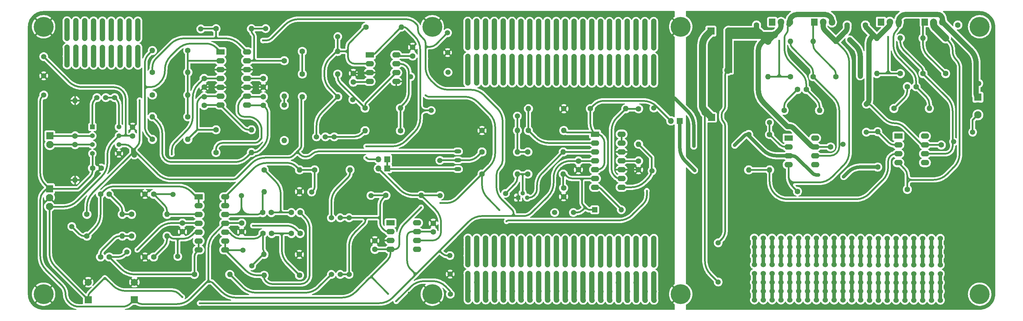
<source format=gtl>
G04 #@! TF.GenerationSoftware,KiCad,Pcbnew,8.0.4*
G04 #@! TF.CreationDate,2024-09-14T23:48:02-04:00*
G04 #@! TF.ProjectId,Signal_Processing_Board,5369676e-616c-45f5-9072-6f6365737369,rev?*
G04 #@! TF.SameCoordinates,Original*
G04 #@! TF.FileFunction,Copper,L1,Top*
G04 #@! TF.FilePolarity,Positive*
%FSLAX46Y46*%
G04 Gerber Fmt 4.6, Leading zero omitted, Abs format (unit mm)*
G04 Created by KiCad (PCBNEW 8.0.4) date 2024-09-14 23:48:02*
%MOMM*%
%LPD*%
G01*
G04 APERTURE LIST*
G04 #@! TA.AperFunction,SMDPad,CuDef*
%ADD10C,1.500000*%
G04 #@! TD*
G04 #@! TA.AperFunction,ComponentPad*
%ADD11C,1.500000*%
G04 #@! TD*
G04 #@! TA.AperFunction,ComponentPad*
%ADD12C,1.524000*%
G04 #@! TD*
G04 #@! TA.AperFunction,ComponentPad*
%ADD13C,5.700000*%
G04 #@! TD*
G04 #@! TA.AperFunction,ComponentPad*
%ADD14R,1.700000X1.700000*%
G04 #@! TD*
G04 #@! TA.AperFunction,ComponentPad*
%ADD15O,1.700000X1.700000*%
G04 #@! TD*
G04 #@! TA.AperFunction,ComponentPad*
%ADD16R,2.100000X2.100000*%
G04 #@! TD*
G04 #@! TA.AperFunction,ComponentPad*
%ADD17C,2.100000*%
G04 #@! TD*
G04 #@! TA.AperFunction,ComponentPad*
%ADD18R,2.400000X1.600000*%
G04 #@! TD*
G04 #@! TA.AperFunction,ComponentPad*
%ADD19O,2.400000X1.600000*%
G04 #@! TD*
G04 #@! TA.AperFunction,ComponentPad*
%ADD20C,1.600000*%
G04 #@! TD*
G04 #@! TA.AperFunction,ComponentPad*
%ADD21O,1.600000X1.600000*%
G04 #@! TD*
G04 #@! TA.AperFunction,ComponentPad*
%ADD22R,1.905000X2.000000*%
G04 #@! TD*
G04 #@! TA.AperFunction,ComponentPad*
%ADD23O,1.905000X2.000000*%
G04 #@! TD*
G04 #@! TA.AperFunction,ComponentPad*
%ADD24R,2.000000X2.000000*%
G04 #@! TD*
G04 #@! TA.AperFunction,ComponentPad*
%ADD25C,2.000000*%
G04 #@! TD*
G04 #@! TA.AperFunction,ComponentPad*
%ADD26C,1.300000*%
G04 #@! TD*
G04 #@! TA.AperFunction,ComponentPad*
%ADD27R,1.300000X1.300000*%
G04 #@! TD*
G04 #@! TA.AperFunction,ComponentPad*
%ADD28O,2.000000X1.200000*%
G04 #@! TD*
G04 #@! TA.AperFunction,ComponentPad*
%ADD29C,1.371600*%
G04 #@! TD*
G04 #@! TA.AperFunction,ComponentPad*
%ADD30R,1.371600X1.371600*%
G04 #@! TD*
G04 #@! TA.AperFunction,ComponentPad*
%ADD31O,1.500000X1.500000*%
G04 #@! TD*
G04 #@! TA.AperFunction,ComponentPad*
%ADD32R,1.500000X1.500000*%
G04 #@! TD*
G04 #@! TA.AperFunction,ViaPad*
%ADD33C,0.600000*%
G04 #@! TD*
G04 #@! TA.AperFunction,ViaPad*
%ADD34C,1.200000*%
G04 #@! TD*
G04 #@! TA.AperFunction,Conductor*
%ADD35C,0.500000*%
G04 #@! TD*
G04 #@! TA.AperFunction,Conductor*
%ADD36C,1.500000*%
G04 #@! TD*
G04 #@! TA.AperFunction,Conductor*
%ADD37C,2.000000*%
G04 #@! TD*
G04 #@! TA.AperFunction,Conductor*
%ADD38C,1.000000*%
G04 #@! TD*
G04 APERTURE END LIST*
D10*
X342250000Y-136500000D03*
X317250000Y-133750000D03*
X310500000Y-137250000D03*
X289500000Y-131000000D03*
X347750000Y-133750000D03*
X349500000Y-119750000D03*
D11*
X274750000Y-176750000D03*
X274750000Y-171250000D03*
X274750000Y-165500000D03*
D12*
X290180000Y-164130000D03*
X290180000Y-169210000D03*
X290190000Y-166670000D03*
X290190000Y-171750000D03*
X290190000Y-174290000D03*
X290200000Y-176830000D03*
X290210000Y-179370000D03*
X290220000Y-181910000D03*
X307960000Y-164170000D03*
X307960000Y-169250000D03*
X307970000Y-166710000D03*
X307970000Y-171790000D03*
X307970000Y-174330000D03*
X307980000Y-176870000D03*
X307990000Y-179410000D03*
X308000000Y-181950000D03*
X323200000Y-164200000D03*
X323200000Y-169280000D03*
X323210000Y-166740000D03*
X323210000Y-171820000D03*
X323210000Y-174360000D03*
X323220000Y-176900000D03*
X323230000Y-179440000D03*
X323240000Y-181980000D03*
X338440000Y-164200000D03*
X338440000Y-169280000D03*
X338450000Y-166740000D03*
X338450000Y-171820000D03*
X338450000Y-174360000D03*
X338460000Y-176900000D03*
X338470000Y-179440000D03*
X338480000Y-181980000D03*
X292720000Y-164130000D03*
X292720000Y-169210000D03*
X292730000Y-166670000D03*
X292730000Y-171750000D03*
X292730000Y-174290000D03*
X292740000Y-176830000D03*
X292750000Y-179370000D03*
X292760000Y-181910000D03*
X310500000Y-164170000D03*
X310500000Y-169250000D03*
X310510000Y-166710000D03*
X310510000Y-171790000D03*
X310510000Y-174330000D03*
X310520000Y-176870000D03*
X310530000Y-179410000D03*
X310540000Y-181950000D03*
X325740000Y-164200000D03*
X325740000Y-169280000D03*
X325750000Y-166740000D03*
X325750000Y-171820000D03*
X325750000Y-174360000D03*
X325760000Y-176900000D03*
X325770000Y-179440000D03*
X325780000Y-181980000D03*
X295260000Y-164130000D03*
X295260000Y-169210000D03*
X295270000Y-166670000D03*
X295270000Y-171750000D03*
X295270000Y-174290000D03*
X295280000Y-176830000D03*
X295290000Y-179370000D03*
X295300000Y-181910000D03*
X313040000Y-164170000D03*
X313040000Y-169250000D03*
X313050000Y-166710000D03*
X313050000Y-171790000D03*
X313050000Y-174330000D03*
X313060000Y-176870000D03*
X313070000Y-179410000D03*
X313080000Y-181950000D03*
X328280000Y-164200000D03*
X328280000Y-169280000D03*
X328290000Y-166740000D03*
X328290000Y-171820000D03*
X328290000Y-174360000D03*
X328300000Y-176900000D03*
X328310000Y-179440000D03*
X328320000Y-181980000D03*
X287640000Y-164130000D03*
X287640000Y-169210000D03*
X287650000Y-166670000D03*
X287650000Y-171750000D03*
X287650000Y-174290000D03*
X287660000Y-176830000D03*
X287670000Y-179370000D03*
X287680000Y-181910000D03*
X305420000Y-164170000D03*
X305420000Y-169250000D03*
X305430000Y-166710000D03*
X305430000Y-171790000D03*
X305430000Y-174330000D03*
X305440000Y-176870000D03*
X305450000Y-179410000D03*
X305460000Y-181950000D03*
X320660000Y-164200000D03*
X320660000Y-169280000D03*
X320670000Y-166740000D03*
X320670000Y-171820000D03*
X320670000Y-174360000D03*
X320680000Y-176900000D03*
X320690000Y-179440000D03*
X320700000Y-181980000D03*
X335900000Y-164200000D03*
X335900000Y-169280000D03*
X335910000Y-166740000D03*
X335910000Y-171820000D03*
X335910000Y-174360000D03*
X335920000Y-176900000D03*
X335930000Y-179440000D03*
X335940000Y-181980000D03*
X297800000Y-164130000D03*
X297800000Y-169210000D03*
X297810000Y-166670000D03*
X297810000Y-171750000D03*
X297810000Y-174290000D03*
X297820000Y-176830000D03*
X297830000Y-179370000D03*
X297840000Y-181910000D03*
X315580000Y-164170000D03*
X315580000Y-169250000D03*
X315590000Y-166710000D03*
X315590000Y-171790000D03*
X315590000Y-174330000D03*
X315600000Y-176870000D03*
X315610000Y-179410000D03*
X315620000Y-181950000D03*
X330820000Y-164200000D03*
X330820000Y-169280000D03*
X330830000Y-166740000D03*
X330830000Y-171820000D03*
X330830000Y-174360000D03*
X330840000Y-176900000D03*
X330850000Y-179440000D03*
X330860000Y-181980000D03*
X285100000Y-164130000D03*
X285100000Y-169210000D03*
X285110000Y-166670000D03*
X285110000Y-171750000D03*
X285110000Y-174290000D03*
X285120000Y-176830000D03*
X285130000Y-179370000D03*
X285140000Y-181910000D03*
X300340000Y-164160000D03*
X300340000Y-169240000D03*
X300350000Y-166700000D03*
X300350000Y-171780000D03*
X300350000Y-174320000D03*
X300360000Y-176860000D03*
X300370000Y-179400000D03*
X300380000Y-181940000D03*
X302880000Y-164170000D03*
X302880000Y-169250000D03*
X302890000Y-166710000D03*
X302890000Y-171790000D03*
X302890000Y-174330000D03*
X302900000Y-176870000D03*
X302910000Y-179410000D03*
X302920000Y-181950000D03*
X318120000Y-164200000D03*
X318120000Y-169280000D03*
X318130000Y-166740000D03*
X318130000Y-171820000D03*
X318130000Y-174360000D03*
X318140000Y-176900000D03*
X318150000Y-179440000D03*
X318160000Y-181980000D03*
X333360000Y-164200000D03*
X333360000Y-169280000D03*
X333370000Y-166740000D03*
X333370000Y-171820000D03*
X333370000Y-174360000D03*
X333380000Y-176900000D03*
X333390000Y-179440000D03*
X333400000Y-181980000D03*
D13*
X349750000Y-180250000D03*
X349750000Y-103500000D03*
X264000000Y-180250000D03*
X264000000Y-103500000D03*
D14*
X263745000Y-130500000D03*
D15*
X261205000Y-130500000D03*
D16*
X349250000Y-123710000D03*
D17*
X349250000Y-126250000D03*
X349250000Y-128790000D03*
D18*
X294940000Y-135440000D03*
D19*
X294940000Y-137980000D03*
X294940000Y-140520000D03*
X294940000Y-143060000D03*
X302560000Y-143060000D03*
X302560000Y-140520000D03*
X302560000Y-137980000D03*
X302560000Y-135440000D03*
X334060000Y-134880000D03*
X334060000Y-137420000D03*
X334060000Y-139960000D03*
X334060000Y-142500000D03*
X326440000Y-142500000D03*
X326440000Y-139960000D03*
X326440000Y-137420000D03*
D18*
X326440000Y-134880000D03*
D20*
X283500000Y-134420000D03*
D21*
X283500000Y-144580000D03*
D20*
X293670000Y-127500000D03*
D21*
X303830000Y-127500000D03*
D20*
X289500000Y-134420000D03*
D21*
X289500000Y-144580000D03*
D20*
X308500000Y-117830000D03*
D21*
X308500000Y-107670000D03*
D20*
X302000000Y-117830000D03*
D21*
X302000000Y-107670000D03*
D20*
X295500000Y-117830000D03*
D21*
X295500000Y-107670000D03*
D20*
X289000000Y-107690000D03*
D21*
X289000000Y-117850000D03*
D20*
X320500000Y-143770000D03*
D21*
X320500000Y-133610000D03*
D20*
X325170000Y-126940000D03*
D21*
X335330000Y-126940000D03*
D20*
X340000000Y-116940000D03*
D21*
X340000000Y-106780000D03*
D20*
X333500000Y-116940000D03*
D21*
X333500000Y-106780000D03*
D20*
X320250000Y-106780000D03*
D21*
X320250000Y-116940000D03*
D20*
X327000000Y-116940000D03*
D21*
X327000000Y-106780000D03*
D22*
X302290000Y-102195000D03*
D23*
X304830000Y-102195000D03*
X307370000Y-102195000D03*
D22*
X290250000Y-102195000D03*
D23*
X292790000Y-102195000D03*
X295330000Y-102195000D03*
X339080000Y-102140000D03*
X336540000Y-102140000D03*
D22*
X334000000Y-102140000D03*
D23*
X326540000Y-102135000D03*
X324000000Y-102135000D03*
D22*
X321460000Y-102135000D03*
D16*
X272670000Y-104750000D03*
D17*
X275210000Y-104750000D03*
X277750000Y-104750000D03*
D20*
X311750000Y-103000000D03*
X311750000Y-100500000D03*
X285750000Y-103000000D03*
X285750000Y-100500000D03*
X343500000Y-103000000D03*
X343500000Y-100500000D03*
X317000000Y-103000000D03*
X317000000Y-100500000D03*
X329000000Y-150190000D03*
X331500000Y-150190000D03*
X338750000Y-137440000D03*
X338750000Y-134940000D03*
X297500000Y-150750000D03*
X300000000Y-150750000D03*
X307000000Y-138000000D03*
X307000000Y-135500000D03*
X297500000Y-121500000D03*
X300000000Y-121500000D03*
X331500000Y-120690000D03*
X329000000Y-120690000D03*
D24*
X272882323Y-129500000D03*
D25*
X277882323Y-129500000D03*
D24*
X277750000Y-115750000D03*
D25*
X272750000Y-115750000D03*
D10*
X89330000Y-160828536D03*
D26*
X219925000Y-152523536D03*
X218655000Y-151253536D03*
D27*
X217385000Y-152523536D03*
D20*
X176260000Y-167388536D03*
X176260000Y-164888536D03*
D21*
X165610000Y-110578536D03*
D20*
X155450000Y-110578536D03*
D21*
X217155000Y-133273536D03*
D20*
X206995000Y-133273536D03*
D21*
X217155000Y-145773536D03*
D20*
X206995000Y-145773536D03*
X97570000Y-169578536D03*
X100070000Y-169578536D03*
D21*
X90280000Y-147488536D03*
D20*
X90280000Y-137328536D03*
D10*
X192430000Y-127528536D03*
X107280000Y-140328536D03*
D20*
X152320000Y-162828536D03*
X154820000Y-162828536D03*
D21*
X144450000Y-168828536D03*
D20*
X154610000Y-168828536D03*
D21*
X173450000Y-133328536D03*
D20*
X183610000Y-133328536D03*
D13*
X192750000Y-103500000D03*
D20*
X100070000Y-151578536D03*
X97570000Y-151578536D03*
D11*
X81280000Y-123078536D03*
D12*
X251200000Y-119728536D03*
X251190000Y-117188536D03*
X251180000Y-114648536D03*
X251170000Y-112108536D03*
X251170000Y-109568536D03*
X251170000Y-104488536D03*
X251160000Y-107028536D03*
X251160000Y-101948536D03*
X235960000Y-119728536D03*
X235950000Y-117188536D03*
X235940000Y-114648536D03*
X235930000Y-112108536D03*
X235930000Y-109568536D03*
X235930000Y-104488536D03*
X235920000Y-107028536D03*
X235920000Y-101948536D03*
X220720000Y-119698536D03*
X220710000Y-117158536D03*
X220700000Y-114618536D03*
X220690000Y-112078536D03*
X220690000Y-109538536D03*
X220690000Y-104458536D03*
X220680000Y-106998536D03*
X220680000Y-101918536D03*
X218180000Y-119688536D03*
X218170000Y-117148536D03*
X218160000Y-114608536D03*
X218150000Y-112068536D03*
X218150000Y-109528536D03*
X218150000Y-104448536D03*
X218140000Y-106988536D03*
X218140000Y-101908536D03*
X202940000Y-119658536D03*
X202930000Y-117118536D03*
X202920000Y-114578536D03*
X202910000Y-112038536D03*
X202910000Y-109498536D03*
X202910000Y-104418536D03*
X202900000Y-106958536D03*
X202900000Y-101878536D03*
X248660000Y-119728536D03*
X248650000Y-117188536D03*
X248640000Y-114648536D03*
X248630000Y-112108536D03*
X248630000Y-109568536D03*
X248630000Y-104488536D03*
X248620000Y-107028536D03*
X248620000Y-101948536D03*
X233420000Y-119698536D03*
X233410000Y-117158536D03*
X233400000Y-114618536D03*
X233390000Y-112078536D03*
X233390000Y-109538536D03*
X233390000Y-104458536D03*
X233380000Y-106998536D03*
X233380000Y-101918536D03*
X215640000Y-119658536D03*
X215630000Y-117118536D03*
X215620000Y-114578536D03*
X215610000Y-112038536D03*
X215610000Y-109498536D03*
X215610000Y-104418536D03*
X215600000Y-106958536D03*
X215600000Y-101878536D03*
X253740000Y-119728536D03*
X253730000Y-117188536D03*
X253720000Y-114648536D03*
X253710000Y-112108536D03*
X253710000Y-109568536D03*
X253710000Y-104488536D03*
X253700000Y-107028536D03*
X253700000Y-101948536D03*
X238500000Y-119728536D03*
X238490000Y-117188536D03*
X238480000Y-114648536D03*
X238470000Y-112108536D03*
X238470000Y-109568536D03*
X238470000Y-104488536D03*
X238460000Y-107028536D03*
X238460000Y-101948536D03*
X223260000Y-119698536D03*
X223250000Y-117158536D03*
X223240000Y-114618536D03*
X223230000Y-112078536D03*
X223230000Y-109538536D03*
X223230000Y-104458536D03*
X223220000Y-106998536D03*
X223220000Y-101918536D03*
X205480000Y-119658536D03*
X205470000Y-117118536D03*
X205460000Y-114578536D03*
X205450000Y-112038536D03*
X205450000Y-109498536D03*
X205450000Y-104418536D03*
X205440000Y-106958536D03*
X205440000Y-101878536D03*
X246120000Y-119728536D03*
X246110000Y-117188536D03*
X246100000Y-114648536D03*
X246090000Y-112108536D03*
X246090000Y-109568536D03*
X246090000Y-104488536D03*
X246080000Y-107028536D03*
X246080000Y-101948536D03*
X230880000Y-119698536D03*
X230870000Y-117158536D03*
X230860000Y-114618536D03*
X230850000Y-112078536D03*
X230850000Y-109538536D03*
X230850000Y-104458536D03*
X230840000Y-106998536D03*
X230840000Y-101918536D03*
X213100000Y-119658536D03*
X213090000Y-117118536D03*
X213080000Y-114578536D03*
X213070000Y-112038536D03*
X213070000Y-109498536D03*
X213070000Y-104418536D03*
X213060000Y-106958536D03*
X213060000Y-101878536D03*
X243580000Y-119728536D03*
X243570000Y-117188536D03*
X243560000Y-114648536D03*
X243550000Y-112108536D03*
X243550000Y-109568536D03*
X243550000Y-104488536D03*
X243540000Y-107028536D03*
X243540000Y-101948536D03*
X228340000Y-119698536D03*
X228330000Y-117158536D03*
X228320000Y-114618536D03*
X228310000Y-112078536D03*
X228310000Y-109538536D03*
X228310000Y-104458536D03*
X228300000Y-106998536D03*
X228300000Y-101918536D03*
X210560000Y-119658536D03*
X210550000Y-117118536D03*
X210540000Y-114578536D03*
X210530000Y-112038536D03*
X210530000Y-109498536D03*
X210530000Y-104418536D03*
X210520000Y-106958536D03*
X210520000Y-101878536D03*
X256280000Y-119728536D03*
X256270000Y-117188536D03*
X256260000Y-114648536D03*
X256250000Y-112108536D03*
X256250000Y-109568536D03*
X256250000Y-104488536D03*
X256240000Y-107028536D03*
X256240000Y-101948536D03*
X241040000Y-119728536D03*
X241030000Y-117188536D03*
X241020000Y-114648536D03*
X241010000Y-112108536D03*
X241010000Y-109568536D03*
X241010000Y-104488536D03*
X241000000Y-107028536D03*
X241000000Y-101948536D03*
X225800000Y-119698536D03*
X225790000Y-117158536D03*
X225780000Y-114618536D03*
X225770000Y-112078536D03*
X225770000Y-109538536D03*
X225770000Y-104458536D03*
X225760000Y-106998536D03*
X225760000Y-101918536D03*
X208020000Y-119658536D03*
X208010000Y-117118536D03*
X208000000Y-114578536D03*
X207990000Y-112038536D03*
X207990000Y-109498536D03*
X207990000Y-104418536D03*
X207980000Y-106958536D03*
X207980000Y-101878536D03*
D20*
X121070000Y-159828536D03*
X121070000Y-162328536D03*
D10*
X118330000Y-151628536D03*
D21*
X169150000Y-144578536D03*
D20*
X158990000Y-144578536D03*
D21*
X150280000Y-136158536D03*
D20*
X150280000Y-125998536D03*
D28*
X200030000Y-139288536D03*
X200030000Y-141828536D03*
X200030000Y-144368536D03*
D11*
X197120000Y-105228536D03*
D21*
X183860000Y-103578536D03*
D20*
X173700000Y-103578536D03*
D15*
X177315000Y-144153536D03*
D14*
X179855000Y-144153536D03*
D21*
X112450000Y-129328536D03*
D20*
X122610000Y-129328536D03*
D10*
X186530000Y-117828536D03*
D21*
X122610000Y-135828536D03*
D20*
X112450000Y-135828536D03*
D10*
X140930000Y-172128536D03*
X138030000Y-151928536D03*
D21*
X230315000Y-139423536D03*
D20*
X220155000Y-139423536D03*
X127280000Y-126078536D03*
X127280000Y-123578536D03*
D21*
X165610000Y-117078536D03*
D20*
X155450000Y-117078536D03*
D12*
X168860000Y-174578536D03*
X166320000Y-174578536D03*
X163780000Y-174578536D03*
D20*
X251905000Y-144523536D03*
X251905000Y-142023536D03*
D25*
X107280000Y-176828536D03*
D24*
X107280000Y-181828536D03*
D11*
X81280000Y-112078536D03*
D21*
X140860000Y-139578536D03*
D20*
X130700000Y-139578536D03*
D11*
X197870000Y-174488536D03*
D19*
X133320000Y-152288536D03*
X133320000Y-154828536D03*
X133320000Y-157368536D03*
X133320000Y-159908536D03*
X133320000Y-162448536D03*
X133320000Y-164988536D03*
X133320000Y-167528536D03*
X125700000Y-167528536D03*
X125700000Y-164988536D03*
X125700000Y-162448536D03*
X125700000Y-159908536D03*
X125700000Y-157368536D03*
X125700000Y-154828536D03*
D18*
X125700000Y-152288536D03*
D20*
X230405000Y-152273536D03*
X230405000Y-149773536D03*
D10*
X169930000Y-124428536D03*
D21*
X112450000Y-110328536D03*
D20*
X122610000Y-110328536D03*
D21*
X230465000Y-133273536D03*
D20*
X220305000Y-133273536D03*
D13*
X81250000Y-103500000D03*
D21*
X90280000Y-124668536D03*
D20*
X90280000Y-134828536D03*
D10*
X119730000Y-169428536D03*
X158130000Y-150928536D03*
D29*
X102840000Y-132268536D03*
X102840000Y-134808536D03*
X102840000Y-137348536D03*
X102840000Y-139888536D03*
X95220000Y-139888536D03*
X95220000Y-137348536D03*
X95220000Y-134808536D03*
D30*
X95220000Y-132268536D03*
D12*
X251250000Y-181978536D03*
X251240000Y-179438536D03*
X251230000Y-176898536D03*
X251220000Y-174358536D03*
X251220000Y-171818536D03*
X251220000Y-166738536D03*
X251210000Y-169278536D03*
X251210000Y-164198536D03*
X236010000Y-181978536D03*
X236000000Y-179438536D03*
X235990000Y-176898536D03*
X235980000Y-174358536D03*
X235980000Y-171818536D03*
X235980000Y-166738536D03*
X235970000Y-169278536D03*
X235970000Y-164198536D03*
X220770000Y-181948536D03*
X220760000Y-179408536D03*
X220750000Y-176868536D03*
X220740000Y-174328536D03*
X220740000Y-171788536D03*
X220740000Y-166708536D03*
X220730000Y-169248536D03*
X220730000Y-164168536D03*
X218230000Y-181938536D03*
X218220000Y-179398536D03*
X218210000Y-176858536D03*
X218200000Y-174318536D03*
X218200000Y-171778536D03*
X218200000Y-166698536D03*
X218190000Y-169238536D03*
X218190000Y-164158536D03*
X202990000Y-181908536D03*
X202980000Y-179368536D03*
X202970000Y-176828536D03*
X202960000Y-174288536D03*
X202960000Y-171748536D03*
X202960000Y-166668536D03*
X202950000Y-169208536D03*
X202950000Y-164128536D03*
X248710000Y-181978536D03*
X248700000Y-179438536D03*
X248690000Y-176898536D03*
X248680000Y-174358536D03*
X248680000Y-171818536D03*
X248680000Y-166738536D03*
X248670000Y-169278536D03*
X248670000Y-164198536D03*
X233470000Y-181948536D03*
X233460000Y-179408536D03*
X233450000Y-176868536D03*
X233440000Y-174328536D03*
X233440000Y-171788536D03*
X233440000Y-166708536D03*
X233430000Y-169248536D03*
X233430000Y-164168536D03*
X215690000Y-181908536D03*
X215680000Y-179368536D03*
X215670000Y-176828536D03*
X215660000Y-174288536D03*
X215660000Y-171748536D03*
X215660000Y-166668536D03*
X215650000Y-169208536D03*
X215650000Y-164128536D03*
X253790000Y-181978536D03*
X253780000Y-179438536D03*
X253770000Y-176898536D03*
X253760000Y-174358536D03*
X253760000Y-171818536D03*
X253760000Y-166738536D03*
X253750000Y-169278536D03*
X253750000Y-164198536D03*
X238550000Y-181978536D03*
X238540000Y-179438536D03*
X238530000Y-176898536D03*
X238520000Y-174358536D03*
X238520000Y-171818536D03*
X238520000Y-166738536D03*
X238510000Y-169278536D03*
X238510000Y-164198536D03*
X223310000Y-181948536D03*
X223300000Y-179408536D03*
X223290000Y-176868536D03*
X223280000Y-174328536D03*
X223280000Y-171788536D03*
X223280000Y-166708536D03*
X223270000Y-169248536D03*
X223270000Y-164168536D03*
X205530000Y-181908536D03*
X205520000Y-179368536D03*
X205510000Y-176828536D03*
X205500000Y-174288536D03*
X205500000Y-171748536D03*
X205500000Y-166668536D03*
X205490000Y-169208536D03*
X205490000Y-164128536D03*
X246170000Y-181978536D03*
X246160000Y-179438536D03*
X246150000Y-176898536D03*
X246140000Y-174358536D03*
X246140000Y-171818536D03*
X246140000Y-166738536D03*
X246130000Y-169278536D03*
X246130000Y-164198536D03*
X230930000Y-181948536D03*
X230920000Y-179408536D03*
X230910000Y-176868536D03*
X230900000Y-174328536D03*
X230900000Y-171788536D03*
X230900000Y-166708536D03*
X230890000Y-169248536D03*
X230890000Y-164168536D03*
X213150000Y-181908536D03*
X213140000Y-179368536D03*
X213130000Y-176828536D03*
X213120000Y-174288536D03*
X213120000Y-171748536D03*
X213120000Y-166668536D03*
X213110000Y-169208536D03*
X213110000Y-164128536D03*
X243630000Y-181978536D03*
X243620000Y-179438536D03*
X243610000Y-176898536D03*
X243600000Y-174358536D03*
X243600000Y-171818536D03*
X243600000Y-166738536D03*
X243590000Y-169278536D03*
X243590000Y-164198536D03*
X228390000Y-181948536D03*
X228380000Y-179408536D03*
X228370000Y-176868536D03*
X228360000Y-174328536D03*
X228360000Y-171788536D03*
X228360000Y-166708536D03*
X228350000Y-169248536D03*
X228350000Y-164168536D03*
X210610000Y-181908536D03*
X210600000Y-179368536D03*
X210590000Y-176828536D03*
X210580000Y-174288536D03*
X210580000Y-171748536D03*
X210580000Y-166668536D03*
X210570000Y-169208536D03*
X210570000Y-164128536D03*
X256330000Y-181978536D03*
X256320000Y-179438536D03*
X256310000Y-176898536D03*
X256300000Y-174358536D03*
X256300000Y-171818536D03*
X256300000Y-166738536D03*
X256290000Y-169278536D03*
X256290000Y-164198536D03*
X241090000Y-181978536D03*
X241080000Y-179438536D03*
X241070000Y-176898536D03*
X241060000Y-174358536D03*
X241060000Y-171818536D03*
X241060000Y-166738536D03*
X241050000Y-169278536D03*
X241050000Y-164198536D03*
X225850000Y-181948536D03*
X225840000Y-179408536D03*
X225830000Y-176868536D03*
X225820000Y-174328536D03*
X225820000Y-171788536D03*
X225820000Y-166708536D03*
X225810000Y-169248536D03*
X225810000Y-164168536D03*
X208070000Y-181908536D03*
X208060000Y-179368536D03*
X208050000Y-176828536D03*
X208040000Y-174288536D03*
X208040000Y-171748536D03*
X208040000Y-166668536D03*
X208030000Y-169208536D03*
X208030000Y-164128536D03*
D20*
X170090000Y-119388536D03*
X170090000Y-116888536D03*
D21*
X116650000Y-157328536D03*
D20*
X106490000Y-157328536D03*
D12*
X101610000Y-123828536D03*
X99070000Y-123828536D03*
X96530000Y-123828536D03*
D20*
X106780000Y-132328536D03*
X106780000Y-134828536D03*
D21*
X230315000Y-145773536D03*
D20*
X220155000Y-145773536D03*
D10*
X233205000Y-156803536D03*
D11*
X197250000Y-116578536D03*
D21*
X251905000Y-137203536D03*
D20*
X251905000Y-127043536D03*
X112820000Y-151578536D03*
X110320000Y-151578536D03*
D19*
X139590000Y-110708536D03*
X139590000Y-113248536D03*
X139590000Y-115788536D03*
X139590000Y-118328536D03*
X139590000Y-120868536D03*
X139590000Y-123408536D03*
X139590000Y-125948536D03*
X131970000Y-125948536D03*
X131970000Y-123408536D03*
X131970000Y-120868536D03*
X131970000Y-118328536D03*
X131970000Y-115788536D03*
X131970000Y-113248536D03*
D18*
X131970000Y-110708536D03*
D20*
X112820000Y-169578536D03*
X110320000Y-169578536D03*
D21*
X144490000Y-150828536D03*
D20*
X154650000Y-150828536D03*
X127280000Y-118328536D03*
X127280000Y-120828536D03*
D12*
X164610000Y-135078536D03*
X162070000Y-135078536D03*
X159530000Y-135078536D03*
D10*
X217130000Y-129128536D03*
D21*
X140860000Y-104078536D03*
D20*
X130700000Y-104078536D03*
D10*
X165630000Y-106328536D03*
D19*
X247025000Y-134323536D03*
X247025000Y-136863536D03*
X247025000Y-139403536D03*
X247025000Y-141943536D03*
X247025000Y-144483536D03*
X247025000Y-147023536D03*
X247025000Y-149563536D03*
X239405000Y-149563536D03*
X239405000Y-147023536D03*
X239405000Y-144483536D03*
X239405000Y-141943536D03*
X239405000Y-139403536D03*
X239405000Y-136863536D03*
D18*
X239405000Y-134323536D03*
D12*
X168860000Y-158328536D03*
X166320000Y-158328536D03*
X163780000Y-158328536D03*
D20*
X144150000Y-162828536D03*
X146650000Y-162828536D03*
D21*
X183610000Y-126828536D03*
D20*
X173450000Y-126828536D03*
D19*
X182400000Y-111578536D03*
X182400000Y-114118536D03*
X182400000Y-116658536D03*
X182400000Y-119198536D03*
X174780000Y-119198536D03*
X174780000Y-116658536D03*
X174780000Y-114118536D03*
D18*
X174780000Y-111578536D03*
D21*
X140860000Y-133078536D03*
D20*
X130700000Y-133078536D03*
D10*
X194930000Y-151928536D03*
D20*
X152320000Y-156828536D03*
X154820000Y-156828536D03*
D10*
X256280000Y-126828536D03*
D17*
X83030000Y-137328536D03*
D16*
X83030000Y-134788536D03*
D21*
X165610000Y-123578536D03*
D20*
X155450000Y-123578536D03*
D11*
X197130000Y-110908536D03*
D21*
X122610000Y-116578536D03*
D20*
X112450000Y-116578536D03*
D11*
X81280000Y-117578536D03*
D10*
X175130000Y-151928536D03*
D21*
X220325000Y-127023536D03*
D20*
X230485000Y-127023536D03*
D21*
X122610000Y-123078536D03*
D20*
X112450000Y-123078536D03*
D12*
X98140000Y-114528536D03*
X98130000Y-111988536D03*
X98130000Y-109448536D03*
X98130000Y-104368536D03*
X98120000Y-106908536D03*
X98120000Y-101828536D03*
X95600000Y-114518536D03*
X95590000Y-111978536D03*
X95590000Y-109438536D03*
X95590000Y-104358536D03*
X95580000Y-106898536D03*
X95580000Y-101818536D03*
X93060000Y-114488536D03*
X93050000Y-111948536D03*
X93050000Y-109408536D03*
X93050000Y-104328536D03*
X93040000Y-106868536D03*
X93040000Y-101788536D03*
X100680000Y-114528536D03*
X100670000Y-111988536D03*
X100670000Y-109448536D03*
X100670000Y-104368536D03*
X100660000Y-106908536D03*
X100660000Y-101828536D03*
X108300000Y-114528536D03*
X108290000Y-111988536D03*
X108290000Y-109448536D03*
X108290000Y-104368536D03*
X108280000Y-106908536D03*
X108280000Y-101828536D03*
X90520000Y-114488536D03*
X90510000Y-111948536D03*
X90510000Y-109408536D03*
X90510000Y-104328536D03*
X90500000Y-106868536D03*
X90500000Y-101788536D03*
X105760000Y-114528536D03*
X105750000Y-111988536D03*
X105750000Y-109448536D03*
X105750000Y-104368536D03*
X105740000Y-106908536D03*
X105740000Y-101828536D03*
X87980000Y-114488536D03*
X87970000Y-111948536D03*
X87970000Y-109408536D03*
X87970000Y-104328536D03*
X87960000Y-106868536D03*
X87960000Y-101788536D03*
X103220000Y-114528536D03*
X103210000Y-111988536D03*
X103210000Y-109448536D03*
X103210000Y-104368536D03*
X103200000Y-106908536D03*
X103200000Y-101828536D03*
D20*
X97780000Y-144078536D03*
X95280000Y-144078536D03*
X193010000Y-162388536D03*
X193010000Y-159888536D03*
X144280000Y-126078536D03*
X144280000Y-123578536D03*
D21*
X150280000Y-123408536D03*
D20*
X150280000Y-113248536D03*
D25*
X94030000Y-176828536D03*
D24*
X94030000Y-181828536D03*
D20*
X144280000Y-118328536D03*
X144280000Y-120828536D03*
D19*
X188380000Y-159768536D03*
X188380000Y-162308536D03*
X188380000Y-164848536D03*
X188380000Y-167388536D03*
X180760000Y-167388536D03*
X180760000Y-164848536D03*
X180760000Y-162308536D03*
D18*
X180760000Y-159768536D03*
D10*
X213730000Y-151328536D03*
D13*
X192750000Y-180250000D03*
D20*
X187090000Y-111888536D03*
X187090000Y-109388536D03*
D21*
X189590000Y-151888536D03*
D20*
X179430000Y-151888536D03*
D10*
X227830000Y-156828536D03*
D21*
X103820000Y-163578536D03*
D20*
X93660000Y-163578536D03*
D21*
X103820000Y-157328536D03*
D20*
X93660000Y-157328536D03*
D10*
X138430000Y-167628536D03*
D21*
X116650000Y-163578536D03*
D20*
X106490000Y-163578536D03*
D21*
X217155000Y-139423536D03*
D20*
X206995000Y-139423536D03*
D13*
X81250000Y-180250000D03*
D31*
X246960000Y-156023536D03*
D32*
X239340000Y-156023536D03*
D15*
X177315000Y-141553536D03*
D14*
X179855000Y-141553536D03*
D21*
X248235000Y-127023536D03*
D20*
X238075000Y-127023536D03*
D10*
X144930000Y-104028536D03*
D17*
X82920000Y-155068536D03*
X82920000Y-152528536D03*
D16*
X82920000Y-149988536D03*
D21*
X154650000Y-144578536D03*
D20*
X144490000Y-144578536D03*
D10*
X126330000Y-104128536D03*
D20*
X138070000Y-162328536D03*
X138070000Y-159828536D03*
D11*
X197920000Y-180248536D03*
D10*
X194905000Y-141853536D03*
D11*
X197800000Y-169168536D03*
D21*
X144490000Y-174828536D03*
D20*
X154650000Y-174828536D03*
D10*
X255780000Y-144828536D03*
D20*
X144070000Y-156828536D03*
X146570000Y-156828536D03*
X234655000Y-144523536D03*
X234655000Y-142023536D03*
D21*
X134650000Y-174578536D03*
D20*
X124490000Y-174578536D03*
D10*
X105130000Y-168128536D03*
D33*
X330250000Y-102000000D03*
X336750000Y-116750000D03*
X347000000Y-147750000D03*
X340250000Y-151250000D03*
X347000000Y-151250000D03*
X282250000Y-151000000D03*
X315500000Y-149250000D03*
X327500000Y-128750000D03*
X338500000Y-132250000D03*
X338750000Y-126250000D03*
X322500000Y-124750000D03*
X314750000Y-122750000D03*
X304750000Y-123500000D03*
X299000000Y-127250000D03*
X307000000Y-130250000D03*
X282000000Y-101250000D03*
X314250000Y-102000000D03*
X330000000Y-106000000D03*
X340000000Y-112500000D03*
X341250000Y-120250000D03*
X326250000Y-119500000D03*
X338750000Y-143000000D03*
X330250000Y-140750000D03*
X318500000Y-130750000D03*
X315750000Y-138500000D03*
X346750000Y-119500000D03*
X346750000Y-116500000D03*
X351750000Y-135500000D03*
X351750000Y-137750000D03*
X351750000Y-141000000D03*
X351750000Y-144250000D03*
X351750000Y-147750000D03*
X351750000Y-151250000D03*
X351750000Y-154750000D03*
X347000000Y-161250000D03*
X351750000Y-161250000D03*
X347000000Y-174250000D03*
X351750000Y-174250000D03*
X351750000Y-169000000D03*
X351750000Y-164750000D03*
X351750000Y-158000000D03*
X347000000Y-158000000D03*
X340250000Y-158000000D03*
X334000000Y-158000000D03*
X326750000Y-158000000D03*
X320250000Y-158000000D03*
X313750000Y-158000000D03*
X308750000Y-158000000D03*
X301750000Y-158000000D03*
X296000000Y-158000000D03*
X289500000Y-158000000D03*
X282250000Y-158000000D03*
X261500000Y-108500000D03*
X261500000Y-111750000D03*
X261500000Y-116500000D03*
X261500000Y-120000000D03*
X261500000Y-126250000D03*
X261500000Y-136250000D03*
X261500000Y-139250000D03*
X261500000Y-143000000D03*
X261500000Y-146500000D03*
X261500000Y-149250000D03*
X261500000Y-152500000D03*
X261500000Y-155250000D03*
X261500000Y-157000000D03*
X261500000Y-159750000D03*
X261500000Y-161500000D03*
X261500000Y-164250000D03*
X261500000Y-166750000D03*
X261500000Y-169500000D03*
X261500000Y-173750000D03*
X266500000Y-173250000D03*
X266500000Y-166750000D03*
X266500000Y-169500000D03*
X266500000Y-157000000D03*
X266500000Y-161500000D03*
X266500000Y-159750000D03*
X266500000Y-164000000D03*
X266500000Y-152500000D03*
X266500000Y-155250000D03*
X266500000Y-149250000D03*
X268750000Y-141000000D03*
X266500000Y-124500000D03*
X266500000Y-122250000D03*
X266500000Y-120000000D03*
X266500000Y-117250000D03*
X266500000Y-113000000D03*
X266500000Y-115500000D03*
X266500000Y-110500000D03*
X282750000Y-115000000D03*
X282500000Y-121000000D03*
X283500000Y-127250000D03*
X285000000Y-130250000D03*
X267750000Y-137750000D03*
X279500000Y-137500000D03*
X262250000Y-124000000D03*
X303500000Y-146000000D03*
X310750000Y-146500000D03*
X268000000Y-144750000D03*
D34*
X294625000Y-132125000D03*
X317250000Y-125750000D03*
X312500000Y-107250000D03*
D33*
X323500000Y-106440000D03*
X292250000Y-107500000D03*
X190780000Y-112578536D03*
X98780000Y-175578536D03*
X108105000Y-167503536D03*
X144155000Y-107453536D03*
X121030000Y-181078536D03*
X126030000Y-182828536D03*
X214530000Y-124828536D03*
X200030000Y-134578536D03*
X113030000Y-176828536D03*
X98780000Y-130078536D03*
X172530000Y-147328536D03*
X150280000Y-118328536D03*
X177530000Y-170328536D03*
X164780000Y-132078536D03*
X150030000Y-131078536D03*
X168530000Y-103578536D03*
X86530000Y-121328536D03*
X87780000Y-170828536D03*
X116280000Y-171078536D03*
X205280000Y-130078536D03*
X122530000Y-177828536D03*
X160030000Y-103828536D03*
X120280000Y-177078536D03*
X125530000Y-138328536D03*
X202280000Y-126578536D03*
X78530000Y-122078536D03*
X126530000Y-144828536D03*
X243030000Y-148078536D03*
X230280000Y-123328536D03*
X78530000Y-113828536D03*
X112280000Y-139328536D03*
X135780000Y-122078536D03*
X118280000Y-116578536D03*
X196530000Y-129328536D03*
X160780000Y-160578536D03*
X158780000Y-155078536D03*
X167780000Y-178578536D03*
X250280000Y-152578536D03*
X163530000Y-171078536D03*
X85530000Y-125328536D03*
X239280000Y-152828536D03*
X219530000Y-123578536D03*
X236280000Y-124078536D03*
X141530000Y-177328536D03*
X86280000Y-164328536D03*
X188280000Y-148078536D03*
X83030000Y-129328536D03*
X162780000Y-179328536D03*
X129530000Y-150578536D03*
X129530000Y-157078536D03*
X78280000Y-125328536D03*
X200530000Y-130828536D03*
X83030000Y-146078536D03*
X173030000Y-165578536D03*
X78530000Y-111328536D03*
X94280000Y-118578536D03*
X194030000Y-172078536D03*
X93780000Y-122578536D03*
X199030000Y-148578536D03*
X81530000Y-157828536D03*
X91030000Y-166828536D03*
X92780000Y-170328536D03*
X117530000Y-123328536D03*
X150530000Y-107078536D03*
X106280000Y-120328536D03*
X97780000Y-140328536D03*
X178780000Y-126828536D03*
X135780000Y-124578536D03*
X83030000Y-142578536D03*
X207280000Y-160328536D03*
X171280000Y-130328536D03*
X120030000Y-102328536D03*
X80280000Y-108828536D03*
X133280000Y-144828536D03*
X135280000Y-178828536D03*
X192780000Y-134578536D03*
X116780000Y-177078536D03*
X178030000Y-163828536D03*
X160780000Y-166328536D03*
X132780000Y-171328536D03*
X166780000Y-126578536D03*
X78530000Y-119328536D03*
X178280000Y-133328536D03*
X134780000Y-133328536D03*
X170030000Y-154578536D03*
X126280000Y-115828536D03*
X153530000Y-104078536D03*
X113780000Y-102328536D03*
X90780000Y-173328536D03*
X166280000Y-163828536D03*
X86530000Y-167828536D03*
X107030000Y-143578536D03*
X102280000Y-117578536D03*
X218530000Y-142828536D03*
X81530000Y-170328536D03*
X120780000Y-172328536D03*
X78280000Y-116828536D03*
X173280000Y-171078536D03*
X107030000Y-172078536D03*
X106280000Y-127828536D03*
X119280000Y-144828536D03*
X256530000Y-158328536D03*
X186030000Y-179828536D03*
X117530000Y-129328536D03*
X234030000Y-130078536D03*
X107530000Y-147578536D03*
X90280000Y-181328536D03*
X254280000Y-150578536D03*
X195030000Y-154078536D03*
X190863629Y-123162165D03*
X180060000Y-180118536D03*
X182370000Y-182278536D03*
X212030000Y-156078536D03*
X118030000Y-140078536D03*
X189530000Y-155328536D03*
X214030000Y-159328536D03*
X134780000Y-147328536D03*
X108780000Y-124578536D03*
X141280000Y-160578536D03*
X143530000Y-135828536D03*
X173780000Y-137828536D03*
X173780000Y-141078536D03*
X227830000Y-156828536D03*
D34*
X315500000Y-117646446D03*
D35*
X309500000Y-137250000D02*
X310500000Y-137250000D01*
X309500000Y-137250000D02*
X309500000Y-137925197D01*
X309500000Y-127583963D02*
X309500000Y-137250000D01*
X347750000Y-130290000D02*
X349250000Y-128790000D01*
X347750000Y-133750000D02*
X347750000Y-130290000D01*
X289500000Y-134420000D02*
X289500000Y-131000000D01*
X320360000Y-133750000D02*
X320500000Y-133610000D01*
X317250000Y-133750000D02*
X320360000Y-133750000D01*
X293170000Y-117830000D02*
X293170000Y-117830000D01*
X293170000Y-117830000D02*
X293340000Y-117830000D01*
X293340000Y-117830000D02*
X293170000Y-117830000D01*
X324310000Y-116940000D02*
X324310000Y-116940000D01*
X322690000Y-116940000D02*
X322690000Y-116940000D01*
X324310000Y-116940000D02*
X324370000Y-116940000D01*
X324370000Y-116940000D02*
X324310000Y-116940000D01*
X322630000Y-116940000D02*
X322690000Y-116940000D01*
X322690000Y-116940000D02*
X322630000Y-116940000D01*
D36*
X326540000Y-102871250D02*
X326540000Y-102968750D01*
X326540000Y-102578750D02*
X326540000Y-102676250D01*
X326540000Y-102042500D02*
X326540000Y-102432500D01*
X326540000Y-102676250D02*
X326540000Y-102773750D01*
D35*
X303140000Y-137980000D02*
X303140000Y-137980000D01*
D36*
X291282499Y-105407499D02*
X291282499Y-105407499D01*
D37*
X286658750Y-105348750D02*
X286658750Y-105348750D01*
D35*
X303140000Y-137980000D02*
X303720000Y-137980000D01*
X303720000Y-137980000D02*
X303140000Y-137980000D01*
X334578750Y-137420000D02*
X334371250Y-137420000D01*
X333956250Y-137420000D02*
X333748750Y-137420000D01*
X335720000Y-137420000D02*
X334890000Y-137420000D01*
D36*
X291282499Y-105407499D02*
X291657499Y-105032499D01*
X291657499Y-105032499D02*
X291282499Y-105407499D01*
D35*
X334371250Y-137420000D02*
X334163750Y-137420000D01*
D37*
X286658750Y-105348750D02*
X286541250Y-105231250D01*
X286541250Y-105231250D02*
X286658750Y-105348750D01*
D35*
X140714999Y-113248536D02*
X140714999Y-113248536D01*
X143204999Y-113248536D02*
X143204999Y-113248536D01*
X140505000Y-113248536D02*
X140714999Y-113248536D01*
X140714999Y-113248536D02*
X140505000Y-113248536D01*
X143204999Y-113248536D02*
X143655000Y-113248536D01*
X143655000Y-113248536D02*
X143204999Y-113248536D01*
X177760000Y-158858536D02*
X177760000Y-158858536D01*
X177760000Y-157798536D02*
X177760000Y-157798536D01*
X175662812Y-158328536D02*
X175397187Y-158328536D01*
X174905000Y-158328536D02*
X174748750Y-158328536D01*
X177760000Y-158878536D02*
X177760000Y-158858536D01*
X177760000Y-158858536D02*
X177760000Y-158878536D01*
X174717500Y-158328536D02*
X174623750Y-158328536D01*
X175155000Y-158328536D02*
X174936250Y-158328536D01*
X177760000Y-157798536D02*
X177760000Y-157778536D01*
X177760000Y-157778536D02*
X177760000Y-157798536D01*
X175373750Y-158328536D02*
X175155000Y-158328536D01*
X174303437Y-158328536D02*
X174287812Y-158328536D01*
X174623750Y-158328536D02*
X174530000Y-158328536D01*
X174373750Y-158328536D02*
X174342500Y-158328536D01*
X174436250Y-158328536D02*
X174405000Y-158328536D01*
X174514375Y-158328536D02*
X174451875Y-158328536D01*
X176655000Y-158328536D02*
X175905000Y-158328536D01*
X174342500Y-158328536D02*
X174311250Y-158328536D01*
X174405000Y-158328536D02*
X174373750Y-158328536D01*
X218175000Y-145773536D02*
X218175000Y-145773536D01*
X219135000Y-145773536D02*
X219135000Y-145773536D01*
X218105000Y-145773536D02*
X218175000Y-145773536D01*
X218175000Y-145773536D02*
X218105000Y-145773536D01*
X219135000Y-145773536D02*
X219205000Y-145773536D01*
X219205000Y-145773536D02*
X219135000Y-145773536D01*
X255655000Y-143591036D02*
X255655000Y-143591036D01*
X255655000Y-142078536D02*
X255655000Y-142078536D01*
X255655000Y-141360880D02*
X255655000Y-141368692D01*
X255655000Y-141090411D02*
X255655000Y-141136661D01*
X255655000Y-141227911D02*
X255655000Y-141319161D01*
X255655000Y-141055879D02*
X255655000Y-141078692D01*
X255655000Y-141948536D02*
X255655000Y-142013536D01*
X255655000Y-143766036D02*
X255655000Y-143591036D01*
X255655000Y-143591036D02*
X255655000Y-143766036D01*
X255655000Y-141368692D02*
X255655000Y-141376504D01*
X255655000Y-141006192D02*
X255655000Y-141021504D01*
X255655000Y-141753536D02*
X255655000Y-141776036D01*
X255655000Y-141426035D02*
X255655000Y-141532910D01*
X255655000Y-141708536D02*
X255655000Y-141731036D01*
X255655000Y-141731036D02*
X255655000Y-141753536D01*
X255655000Y-141171036D02*
X255655000Y-141193536D01*
X255655000Y-141148536D02*
X255655000Y-141171036D01*
X255655000Y-141033066D02*
X255655000Y-141055879D01*
X255655000Y-142078536D02*
X255655000Y-142013536D01*
X255655000Y-142013536D02*
X255655000Y-142078536D01*
X236232500Y-154851036D02*
X236232500Y-154851036D01*
X234530000Y-147023536D02*
X234530000Y-147023536D01*
X236780000Y-147023536D02*
X236780000Y-147023536D01*
X236232500Y-154851036D02*
X236207500Y-154826036D01*
X236207500Y-154826036D02*
X236232500Y-154851036D01*
X234280000Y-147023536D02*
X234530000Y-147023536D01*
X234530000Y-147023536D02*
X234280000Y-147023536D01*
X236780000Y-147023536D02*
X237030000Y-147023536D01*
X237030000Y-147023536D02*
X236780000Y-147023536D01*
X143405000Y-135953536D02*
X143342500Y-136016036D01*
X143467500Y-135891036D02*
X143405000Y-135953536D01*
X143123750Y-136234786D02*
X143061250Y-136297286D01*
X143280000Y-136078536D02*
X143155000Y-136203536D01*
X143530000Y-135828536D02*
X143467500Y-135891036D01*
X143592500Y-135766036D02*
X143530000Y-135828536D01*
X143639375Y-135719161D02*
X143608125Y-135750411D01*
X125855000Y-133078536D02*
X125855000Y-133078536D01*
X125855000Y-133078536D02*
X125955000Y-133078536D01*
X125955000Y-133078536D02*
X125855000Y-133078536D01*
X119080000Y-164328536D02*
X119080000Y-164328536D01*
X118980000Y-164328536D02*
X119080000Y-164328536D01*
X119080000Y-164328536D02*
X118980000Y-164328536D01*
X149320000Y-156828536D02*
X149310000Y-156828536D01*
X149367500Y-156828536D02*
X149352500Y-156828536D01*
X149340000Y-156828536D02*
X149330000Y-156828536D01*
X149420000Y-156828536D02*
X149380000Y-156828536D01*
X149307500Y-156828536D02*
X149302500Y-156828536D01*
X149330000Y-156828536D02*
X149320000Y-156828536D01*
X149350000Y-156828536D02*
X149340000Y-156828536D01*
X154505000Y-138853536D02*
X154505000Y-138853536D01*
X153311250Y-140047286D02*
X153311250Y-140047286D01*
X134030000Y-147328536D02*
X133655000Y-147328536D01*
X132530000Y-147328536D02*
X131030000Y-147328536D01*
X135155000Y-147328536D02*
X134780000Y-147328536D01*
X134405000Y-147328536D02*
X134030000Y-147328536D01*
X154505000Y-138853536D02*
X154580000Y-138778536D01*
X154580000Y-138778536D02*
X154505000Y-138853536D01*
X153198750Y-140159786D02*
X153311250Y-140047286D01*
X153311250Y-140047286D02*
X153198750Y-140159786D01*
X133561250Y-147328536D02*
X132998750Y-147328536D01*
X135436250Y-147328536D02*
X135248750Y-147328536D01*
X134780000Y-147328536D02*
X134405000Y-147328536D01*
X148970000Y-162828536D02*
X148970000Y-162828536D01*
X148930000Y-162828536D02*
X148970000Y-162828536D01*
X148970000Y-162828536D02*
X148930000Y-162828536D01*
X133199998Y-160028534D02*
X133119999Y-160108535D01*
X133354999Y-159873535D02*
X133344998Y-159883534D01*
X133299997Y-159928535D02*
X133279998Y-159948534D01*
X133319997Y-159908534D02*
X133299997Y-159928535D01*
X133254998Y-159973534D02*
X133224998Y-160003535D01*
X133339998Y-159888534D02*
X133319997Y-159908534D01*
X133279998Y-159948534D02*
X133259999Y-159968533D01*
D38*
X295283125Y-140520000D02*
X295054375Y-140520000D01*
X294482500Y-140520000D02*
X293567500Y-140520000D01*
X295740625Y-140520000D02*
X295511875Y-140520000D01*
X295054375Y-140520000D02*
X294825625Y-140520000D01*
D35*
X105310000Y-134808536D02*
X105310000Y-134808536D01*
X215522460Y-157823511D02*
X215522460Y-157823511D01*
X186979999Y-175628535D02*
X186979999Y-175628535D01*
X194312500Y-168296036D02*
X194312500Y-168296036D01*
X98316739Y-176041792D02*
X98316739Y-176041792D01*
X104250000Y-134808536D02*
X104250000Y-134808536D01*
X188623750Y-173984786D02*
X188623750Y-173984786D01*
X195184999Y-167423535D02*
X195184999Y-167423535D01*
X190780000Y-108720000D02*
X190780000Y-108720000D01*
X190780000Y-110280000D02*
X190780000Y-110280000D01*
X217482575Y-157823511D02*
X217482575Y-157823511D01*
X217400599Y-157823511D02*
X217376847Y-157823511D01*
X105310000Y-134808536D02*
X105330000Y-134808536D01*
X105330000Y-134808536D02*
X105310000Y-134808536D01*
X217222460Y-157823511D02*
X217174957Y-157823511D01*
X216677184Y-157823511D02*
X216654061Y-157823511D01*
X217269963Y-157823511D02*
X217222460Y-157823511D01*
X215517435Y-157823511D02*
X215522460Y-157823511D01*
X215522460Y-157823511D02*
X215517435Y-157823511D01*
X217317467Y-157823511D02*
X217269963Y-157823511D01*
X186729999Y-175878535D02*
X186979999Y-175628535D01*
X186979999Y-175628535D02*
X186729999Y-175878535D01*
X194247500Y-168361036D02*
X194312500Y-168296036D01*
X194312500Y-168296036D02*
X194247500Y-168361036D01*
X98257900Y-176100631D02*
X98316739Y-176041792D01*
X98316739Y-176041792D02*
X98257900Y-176100631D01*
X217032447Y-157823511D02*
X217012472Y-157823511D01*
X216827485Y-157823511D02*
X216781238Y-157823511D01*
X104230000Y-134808536D02*
X104250000Y-134808536D01*
X104250000Y-134808536D02*
X104230000Y-134808536D01*
X217052422Y-157823511D02*
X217032447Y-157823511D01*
X216873732Y-157823511D02*
X216827485Y-157823511D01*
X188623750Y-173984786D02*
X188711250Y-173897286D01*
X188711250Y-173897286D02*
X188623750Y-173984786D01*
X195184999Y-167423535D02*
X195234999Y-167373535D01*
X195234999Y-167373535D02*
X195184999Y-167423535D01*
X190780000Y-108720000D02*
X190780000Y-108690000D01*
X190780000Y-108690000D02*
X190780000Y-108720000D01*
X190780000Y-110560000D02*
X190780000Y-110280000D01*
X190780000Y-110280000D02*
X190780000Y-110560000D01*
X217012472Y-157823511D02*
X216992497Y-157823511D01*
X216734992Y-157823511D02*
X216688746Y-157823511D01*
X217364971Y-157823511D02*
X217317467Y-157823511D01*
X216781238Y-157823511D02*
X216734992Y-157823511D01*
X217482575Y-157823511D02*
X217517625Y-157823511D01*
X217517625Y-157823511D02*
X217482575Y-157823511D01*
X293085000Y-117830000D02*
X293085000Y-117830000D01*
X293085000Y-117830000D02*
X293170000Y-117830000D01*
X293085000Y-117830000D02*
X293170000Y-117830000D01*
X322720000Y-116940000D02*
X322720000Y-116940000D01*
X324280000Y-116940000D02*
X324280000Y-116940000D01*
X322690000Y-116940000D02*
X322720000Y-116940000D01*
X322690000Y-116940000D02*
X322720000Y-116940000D01*
X324310000Y-116940000D02*
X324280000Y-116940000D01*
X324310000Y-116940000D02*
X324280000Y-116940000D01*
D36*
X295692392Y-100807607D02*
G75*
G03*
X295330004Y-101682500I874908J-874893D01*
G01*
X297327314Y-100000000D02*
G75*
G03*
X295914996Y-100584996I-14J-1997300D01*
G01*
X306810000Y-100560000D02*
G75*
G03*
X305458040Y-99999983I-1352000J-1352000D01*
G01*
X307370000Y-101657500D02*
G75*
G03*
X306989922Y-100739938I-1297600J0D01*
G01*
X349125000Y-123710000D02*
G75*
G03*
X349161639Y-123621583I0J51800D01*
G01*
X348750000Y-114063963D02*
G75*
G03*
X347156199Y-110216215I-5441600J-37D01*
G01*
X348750000Y-122856446D02*
G75*
G03*
X348999984Y-123460016I853500J-54D01*
G01*
X326540000Y-102871250D02*
X326540000Y-102773750D01*
X326540000Y-102578750D02*
X326540000Y-102432500D01*
D35*
X295433881Y-148371507D02*
G75*
G02*
X295433868Y-148316106I27719J27707D01*
G01*
D37*
X336540000Y-102730000D02*
G75*
G03*
X336957190Y-103737196I1424400J0D01*
G01*
D35*
X295433881Y-148371507D02*
G75*
G03*
X295500740Y-148399159I66819J66907D01*
G01*
X317780000Y-125750000D02*
G75*
G02*
X318684759Y-126124773I0J-1279500D01*
G01*
D36*
X296316941Y-132566941D02*
G75*
G03*
X295250000Y-132125005I-1066941J-1066959D01*
G01*
D37*
X286835000Y-105525000D02*
X286835000Y-105525000D01*
D35*
X302850000Y-137980000D02*
X302850000Y-137980000D01*
D36*
X291094999Y-105594999D02*
X291094999Y-105594999D01*
X317625000Y-125375000D02*
G75*
G03*
X317999988Y-124469669I-905300J905300D01*
G01*
D35*
X333956250Y-137420000D02*
X334163750Y-137420000D01*
X334578750Y-137420000D02*
X334890000Y-137420000D01*
D37*
X286835000Y-105525000D02*
X286658750Y-105348750D01*
X286835000Y-105525000D02*
X286658750Y-105348750D01*
D35*
X303140000Y-137980000D02*
X302850000Y-137980000D01*
X303140000Y-137980000D02*
X302850000Y-137980000D01*
D36*
X291282499Y-105407499D02*
X291094999Y-105594999D01*
X291282499Y-105407499D02*
X291094999Y-105594999D01*
D35*
X140819999Y-113248536D02*
X140819999Y-113248536D01*
X142979999Y-113248536D02*
X142979999Y-113248536D01*
X140714999Y-113248536D02*
X140819999Y-113248536D01*
X140714999Y-113248536D02*
X140819999Y-113248536D01*
X142979999Y-113248536D02*
X143204999Y-113248536D01*
X142979999Y-113248536D02*
X143204999Y-113248536D01*
X177760000Y-158848536D02*
X177760000Y-158848536D01*
X177760000Y-157808536D02*
X177760000Y-157808536D01*
X175662812Y-158328536D02*
X175905000Y-158328536D01*
X177760000Y-158858536D02*
X177760000Y-158848536D01*
X177760000Y-158858536D02*
X177760000Y-158848536D01*
X177760000Y-157798536D02*
X177760000Y-157808536D01*
X177760000Y-157798536D02*
X177760000Y-157808536D01*
X174303437Y-158328536D02*
X174311250Y-158328536D01*
X174530000Y-158328536D02*
X174514375Y-158328536D01*
X174905000Y-158328536D02*
X174936250Y-158328536D01*
X219100000Y-145773536D02*
X219100000Y-145773536D01*
X218210000Y-145773536D02*
X218210000Y-145773536D01*
X219135000Y-145773536D02*
X219100000Y-145773536D01*
X219135000Y-145773536D02*
X219100000Y-145773536D01*
X218210000Y-145773536D02*
X218175000Y-145773536D01*
X218210000Y-145773536D02*
X218175000Y-145773536D01*
X255655000Y-143503536D02*
X255655000Y-143503536D01*
X255655000Y-142111036D02*
X255655000Y-142111036D01*
X255655000Y-141021504D02*
X255655000Y-141033066D01*
X255655000Y-141136661D02*
X255655000Y-141148536D01*
X255655000Y-143591036D02*
X255655000Y-143503536D01*
X255655000Y-143591036D02*
X255655000Y-143503536D01*
X255655000Y-141360880D02*
X255655000Y-141319161D01*
X255655000Y-141090411D02*
X255655000Y-141078692D01*
X255655000Y-141376504D02*
X255655000Y-141426035D01*
X255655000Y-141227911D02*
X255655000Y-141193536D01*
X255655000Y-142111036D02*
X255655000Y-142078536D01*
X255655000Y-142111036D02*
X255655000Y-142078536D01*
X236655000Y-147023536D02*
X236655000Y-147023536D01*
X234655000Y-147023536D02*
X234655000Y-147023536D01*
X236245000Y-154863536D02*
X236245000Y-154863536D01*
X236780000Y-147023536D02*
X236655000Y-147023536D01*
X236780000Y-147023536D02*
X236655000Y-147023536D01*
X234530000Y-147023536D02*
X234655000Y-147023536D01*
X234530000Y-147023536D02*
X234655000Y-147023536D01*
X236232500Y-154851036D02*
X236245000Y-154863536D01*
X236232500Y-154851036D02*
X236245000Y-154863536D01*
X143592500Y-135766036D02*
X143608125Y-135750411D01*
X143123750Y-136234786D02*
X143155000Y-136203536D01*
X125805000Y-133078536D02*
X125805000Y-133078536D01*
X125805000Y-133078536D02*
X125855000Y-133078536D01*
X125805000Y-133078536D02*
X125855000Y-133078536D01*
X119130000Y-164328536D02*
X119130000Y-164328536D01*
X119080000Y-164328536D02*
X119130000Y-164328536D01*
X119080000Y-164328536D02*
X119130000Y-164328536D01*
X149367500Y-156828536D02*
X149380000Y-156828536D01*
X149310000Y-156828536D02*
X149307500Y-156828536D01*
X153367500Y-139991036D02*
X153367500Y-139991036D01*
X154467500Y-138891036D02*
X154467500Y-138891036D01*
X135155000Y-147328536D02*
X135248750Y-147328536D01*
X153367500Y-139991036D02*
X153311250Y-140047286D01*
X153367500Y-139991036D02*
X153311250Y-140047286D01*
X154467500Y-138891036D02*
X154505000Y-138853536D01*
X154467500Y-138891036D02*
X154505000Y-138853536D01*
X132530000Y-147328536D02*
X132998750Y-147328536D01*
X148990000Y-162828536D02*
X148990000Y-162828536D01*
X148970000Y-162828536D02*
X148990000Y-162828536D01*
X148970000Y-162828536D02*
X148990000Y-162828536D01*
X133199998Y-160028534D02*
X133224998Y-160003535D01*
X133344998Y-159883534D02*
X133339998Y-159888534D01*
D38*
X294482500Y-140520000D02*
X294825625Y-140520000D01*
X295283125Y-140520000D02*
X295511875Y-140520000D01*
D35*
X188580000Y-174028536D02*
X188580000Y-174028536D01*
X190780000Y-108735000D02*
X190780000Y-108735000D01*
X187104999Y-175503535D02*
X187104999Y-175503535D01*
X194345000Y-168263536D02*
X194345000Y-168263536D01*
X104260000Y-134808536D02*
X104260000Y-134808536D01*
X217465050Y-157823511D02*
X217465050Y-157823511D01*
X190780000Y-110140000D02*
X190780000Y-110140000D01*
X105300000Y-134808536D02*
X105300000Y-134808536D01*
X98346159Y-176012373D02*
X98346159Y-176012373D01*
X195159999Y-167448535D02*
X195159999Y-167448535D01*
X215524973Y-157823511D02*
X215524973Y-157823511D01*
X188580000Y-174028536D02*
X188623750Y-173984786D01*
X188580000Y-174028536D02*
X188623750Y-173984786D01*
X190780000Y-108735000D02*
X190780000Y-108720000D01*
X190780000Y-108735000D02*
X190780000Y-108720000D01*
X186979999Y-175628535D02*
X187104999Y-175503535D01*
X186979999Y-175628535D02*
X187104999Y-175503535D01*
X194312500Y-168296036D02*
X194345000Y-168263536D01*
X194312500Y-168296036D02*
X194345000Y-168263536D01*
X104260000Y-134808536D02*
X104250000Y-134808536D01*
X104260000Y-134808536D02*
X104250000Y-134808536D01*
X217465050Y-157823511D02*
X217482575Y-157823511D01*
X217465050Y-157823511D02*
X217482575Y-157823511D01*
X190780000Y-110140000D02*
X190780000Y-110280000D01*
X190780000Y-110140000D02*
X190780000Y-110280000D01*
X217376847Y-157823511D02*
X217364971Y-157823511D01*
X216677184Y-157823511D02*
X216688746Y-157823511D01*
X105310000Y-134808536D02*
X105300000Y-134808536D01*
X105310000Y-134808536D02*
X105300000Y-134808536D01*
X98346159Y-176012373D02*
X98316739Y-176041792D01*
X98346159Y-176012373D02*
X98316739Y-176041792D01*
X195159999Y-167448535D02*
X195184999Y-167423535D01*
X195159999Y-167448535D02*
X195184999Y-167423535D01*
X215522460Y-157823511D02*
X215524973Y-157823511D01*
X215522460Y-157823511D02*
X215524973Y-157823511D01*
D36*
X295330000Y-101682500D02*
X295330000Y-102195000D01*
X295915000Y-100585000D02*
X295692392Y-100807607D01*
X297327314Y-100000000D02*
X305458040Y-100000000D01*
X306810000Y-100560000D02*
X306989930Y-100739930D01*
X307370000Y-101657500D02*
X307370000Y-102195000D01*
X314250000Y-109000000D02*
X312500000Y-107250000D01*
X295250000Y-132125000D02*
X294625000Y-132125000D01*
X296316941Y-132566941D02*
X301436550Y-137686550D01*
X302145000Y-137980000D02*
X302270000Y-137980000D01*
X301436550Y-137686550D02*
G75*
G03*
X302145000Y-137980000I708450J708450D01*
G01*
D35*
X322600951Y-130040951D02*
X318684766Y-126124766D01*
X332936550Y-137126550D02*
X328149048Y-132339048D01*
X325375000Y-131190000D02*
G75*
G02*
X322600950Y-130040952I0J3923100D01*
G01*
X325375000Y-131190000D02*
G75*
G02*
X328149049Y-132339047I0J-3923100D01*
G01*
X317250000Y-125750000D02*
X317780000Y-125750000D01*
X332936550Y-137126550D02*
G75*
G03*
X333645000Y-137420000I708450J708450D01*
G01*
X333748750Y-137420000D02*
X333645000Y-137420000D01*
D36*
X318000000Y-108211665D02*
X318000000Y-124469669D01*
X318680000Y-106570000D02*
X318915000Y-106335000D01*
X318000000Y-108211665D02*
G75*
G02*
X318680010Y-106570010I2321700J-35D01*
G01*
X317625000Y-125375000D02*
X317250000Y-125750000D01*
X349125000Y-123710000D02*
X349000000Y-123710000D01*
X349161611Y-123621611D02*
X349000000Y-123460000D01*
X348750000Y-122856446D02*
X348750000Y-114063963D01*
X339101213Y-102161213D02*
X347156207Y-110216207D01*
D35*
X295433881Y-148316119D02*
X295792006Y-147957994D01*
X295500740Y-148399201D02*
X296149201Y-148399201D01*
X293000000Y-117830000D02*
X293000000Y-117830000D01*
X293085000Y-117830000D02*
X293000000Y-117830000D01*
X293085000Y-117830000D02*
X293000000Y-117830000D01*
X324250000Y-116940000D02*
X324250000Y-116940000D01*
X322750000Y-116940000D02*
X322750000Y-116940000D01*
X324250000Y-116940000D02*
X324280000Y-116940000D01*
X324250000Y-116940000D02*
X324280000Y-116940000D01*
X322750000Y-116940000D02*
X322720000Y-116940000D01*
X322750000Y-116940000D02*
X322720000Y-116940000D01*
D37*
X290907500Y-105782500D02*
G75*
G02*
X290454834Y-105970014I-452700J452700D01*
G01*
D35*
X276250000Y-130750000D02*
G75*
G02*
X275750003Y-129542893I1207100J1207100D01*
G01*
D37*
X278015000Y-106235000D02*
G75*
G02*
X278654766Y-105969986I639800J-639800D01*
G01*
D35*
X275750000Y-128707106D02*
G75*
G02*
X276249998Y-127499998I1707100J6D01*
G01*
D37*
X277500000Y-116000000D02*
G75*
G03*
X277750019Y-115396446I-603600J603600D01*
G01*
D35*
X276250000Y-127500000D02*
G75*
G03*
X276749997Y-126292893I-1207100J1207100D01*
G01*
D37*
X287092500Y-105782500D02*
X287092500Y-105782500D01*
D35*
X276750000Y-131957106D02*
G75*
G03*
X276250002Y-130749998I-1707100J6D01*
G01*
D37*
X286482500Y-105172500D02*
G75*
G03*
X285462494Y-104750002I-1020000J-1020000D01*
G01*
X287014834Y-105970000D02*
G75*
G03*
X287092440Y-105782560I-34J109800D01*
G01*
X287545165Y-105970000D02*
G75*
G02*
X287092510Y-105782490I35J640200D01*
G01*
X290907500Y-105782500D02*
X290907499Y-105782499D01*
D35*
X302560000Y-137980000D02*
X302560000Y-137980000D01*
D37*
X277750000Y-106874766D02*
G75*
G02*
X278015010Y-106235010I904800J-34D01*
G01*
X278015000Y-106235000D02*
G75*
G02*
X277749919Y-106125233I-109800J109800D01*
G01*
X286835000Y-105525000D02*
X287092500Y-105782500D01*
X286835000Y-105525000D02*
X287092500Y-105782500D01*
X287545165Y-105970000D02*
X287014834Y-105970000D01*
D36*
X290907499Y-105782499D02*
X291094999Y-105594999D01*
X290907500Y-105782500D02*
X291094999Y-105594999D01*
D35*
X302560000Y-137980000D02*
X302850000Y-137980000D01*
X302560000Y-137980000D02*
X302850000Y-137980000D01*
D37*
X277750000Y-106874766D02*
X277750000Y-106125233D01*
D35*
X142754999Y-113248536D02*
X142754999Y-113248536D01*
X140924999Y-113248536D02*
X140924999Y-113248536D01*
X142979999Y-113248536D02*
X142754999Y-113248536D01*
X142979999Y-113248536D02*
X142754999Y-113248536D01*
X140924999Y-113248536D02*
X140819999Y-113248536D01*
X140924999Y-113248536D02*
X140819999Y-113248536D01*
X177760000Y-158838536D02*
X177760000Y-158838536D01*
X177760000Y-157818536D02*
X177760000Y-157818536D01*
X175397187Y-158328536D02*
X175373750Y-158328536D01*
X174748750Y-158328536D02*
X174717500Y-158328536D01*
X174436250Y-158328536D02*
X174451875Y-158328536D01*
X177760000Y-158848536D02*
X177760000Y-158838536D01*
X177760000Y-158848536D02*
X177760000Y-158838536D01*
X177760000Y-157818536D02*
X177760000Y-157808536D01*
X177760000Y-157818536D02*
X177760000Y-157808536D01*
X218245000Y-145773536D02*
X218245000Y-145773536D01*
X219065000Y-145773536D02*
X219065000Y-145773536D01*
X218210000Y-145773536D02*
X218245000Y-145773536D01*
X218210000Y-145773536D02*
X218245000Y-145773536D01*
X219065000Y-145773536D02*
X219100000Y-145773536D01*
X219065000Y-145773536D02*
X219100000Y-145773536D01*
X255655000Y-143416036D02*
X255655000Y-143416036D01*
X255655000Y-142208536D02*
X255655000Y-142208536D01*
X255655000Y-141948536D02*
X255655000Y-141776036D01*
X255655000Y-141532910D02*
X255655000Y-141708536D01*
X255655000Y-143416036D02*
X255655000Y-143503536D01*
X255655000Y-143416036D02*
X255655000Y-143503536D01*
X255655000Y-142111036D02*
X255655000Y-142208536D01*
X255655000Y-142111036D02*
X255655000Y-142208536D01*
X236257500Y-154876036D02*
X236257500Y-154876036D01*
X234780000Y-147023536D02*
X234780000Y-147023536D01*
X236530000Y-147023536D02*
X236530000Y-147023536D01*
X236245000Y-154863536D02*
X236257500Y-154876036D01*
X236245000Y-154863536D02*
X236257500Y-154876036D01*
X234655000Y-147023536D02*
X234780000Y-147023536D01*
X234655000Y-147023536D02*
X234780000Y-147023536D01*
X236530000Y-147023536D02*
X236655000Y-147023536D01*
X236530000Y-147023536D02*
X236655000Y-147023536D01*
X143342500Y-136016036D02*
X143280000Y-136078536D01*
X125755000Y-133078536D02*
X125755000Y-133078536D01*
X125805000Y-133078536D02*
X125755000Y-133078536D01*
X125805000Y-133078536D02*
X125755000Y-133078536D01*
X119180000Y-164328536D02*
X119180000Y-164328536D01*
X119180000Y-164328536D02*
X119130000Y-164328536D01*
X119180000Y-164328536D02*
X119130000Y-164328536D01*
X149352500Y-156828536D02*
X149350000Y-156828536D01*
X153423750Y-139934786D02*
X153423750Y-139934786D01*
X154430000Y-138928536D02*
X154430000Y-138928536D01*
X153367500Y-139991036D02*
X153423750Y-139934786D01*
X153367500Y-139991036D02*
X153423750Y-139934786D01*
X154430000Y-138928536D02*
X154467500Y-138891036D01*
X154430000Y-138928536D02*
X154467500Y-138891036D01*
X133655000Y-147328536D02*
X133561250Y-147328536D01*
X149010000Y-162828536D02*
X149010000Y-162828536D01*
X148990000Y-162828536D02*
X149010000Y-162828536D01*
X148990000Y-162828536D02*
X149010000Y-162828536D01*
X133254998Y-159973534D02*
X133259999Y-159968533D01*
X188536250Y-174072286D02*
X188536250Y-174072286D01*
X104270000Y-134808536D02*
X104270000Y-134808536D01*
X190780000Y-110000000D02*
X190780000Y-110000000D01*
X195134999Y-167473535D02*
X195134999Y-167473535D01*
X217447525Y-157823511D02*
X217447525Y-157823511D01*
X194377500Y-168231036D02*
X194377500Y-168231036D01*
X105290000Y-134808536D02*
X105290000Y-134808536D01*
X190780000Y-108750000D02*
X190780000Y-108750000D01*
X98375579Y-175982954D02*
X98375579Y-175982954D01*
X187229999Y-175378535D02*
X187229999Y-175378535D01*
X215527486Y-157823511D02*
X215527486Y-157823511D01*
X188580000Y-174028536D02*
X188536250Y-174072286D01*
X188580000Y-174028536D02*
X188536250Y-174072286D01*
X104260000Y-134808536D02*
X104270000Y-134808536D01*
X104260000Y-134808536D02*
X104270000Y-134808536D01*
X190780000Y-110140000D02*
X190780000Y-110000000D01*
X190780000Y-110140000D02*
X190780000Y-110000000D01*
X216873732Y-157823511D02*
X216992497Y-157823511D01*
X217174957Y-157823511D02*
X217052422Y-157823511D01*
X195159999Y-167448535D02*
X195134999Y-167473535D01*
X195159999Y-167448535D02*
X195134999Y-167473535D01*
X217447525Y-157823511D02*
X217465050Y-157823511D01*
X217447525Y-157823511D02*
X217465050Y-157823511D01*
X194377500Y-168231036D02*
X194345000Y-168263536D01*
X194377500Y-168231036D02*
X194345000Y-168263536D01*
X105290000Y-134808536D02*
X105300000Y-134808536D01*
X105290000Y-134808536D02*
X105300000Y-134808536D01*
X190780000Y-108735000D02*
X190780000Y-108750000D01*
X190780000Y-108735000D02*
X190780000Y-108750000D01*
X98375579Y-175982954D02*
X98346159Y-176012373D01*
X98375579Y-175982954D02*
X98346159Y-176012373D01*
X187229999Y-175378535D02*
X187104999Y-175503535D01*
X187229999Y-175378535D02*
X187104999Y-175503535D01*
X215524973Y-157823511D02*
X215527486Y-157823511D01*
X215524973Y-157823511D02*
X215527486Y-157823511D01*
D37*
X277750000Y-106874766D02*
X277750000Y-115396446D01*
X277750000Y-106125233D02*
X277750000Y-104750000D01*
X287014834Y-105970000D02*
X278654766Y-105970000D01*
D36*
X291657499Y-105032499D02*
X292295025Y-104394974D01*
D37*
X287545165Y-105970000D02*
X290454834Y-105970000D01*
X287092500Y-105782500D02*
X289000000Y-107690000D01*
X286482500Y-105172500D02*
X286541250Y-105231250D01*
D36*
X289081317Y-107608682D02*
X290907499Y-105782499D01*
D35*
X275750000Y-164500000D02*
X274750000Y-165500000D01*
X277500000Y-116000000D02*
X277250000Y-116250000D01*
X276750000Y-117457106D02*
X276750000Y-126292893D01*
X275750000Y-164500000D02*
G75*
G03*
X276749994Y-162085786I-2414200J2414200D01*
G01*
X276750000Y-131957106D02*
X276750000Y-162085786D01*
X276750000Y-117457106D02*
G75*
G02*
X277249998Y-116249998I1707100J6D01*
G01*
X275750000Y-128707106D02*
X275750000Y-129542893D01*
D37*
X277750000Y-104750000D02*
X285462494Y-104750000D01*
D35*
X239157500Y-134076036D02*
G75*
G03*
X238559982Y-133828562I-597500J-597564D01*
G01*
X253224572Y-124773536D02*
G75*
G02*
X257072345Y-126367311I28J-5441564D01*
G01*
X230742500Y-133551036D02*
G75*
G03*
X231412444Y-133828507I669900J669936D01*
G01*
X291000000Y-151500000D02*
G75*
G03*
X294621320Y-152999992I3621300J3621300D01*
G01*
X323500000Y-143746036D02*
G75*
G02*
X321906200Y-147593785I-5441600J36D01*
G01*
X324206636Y-140543363D02*
G75*
G02*
X325615000Y-139959992I1408364J-1408337D01*
G01*
X314246036Y-153000000D02*
G75*
G03*
X318093785Y-151406200I-36J5441600D01*
G01*
X323500000Y-142162167D02*
G75*
G02*
X324145009Y-140605009I2202200J-33D01*
G01*
X291000000Y-151500000D02*
G75*
G02*
X289500008Y-147878679I3621300J3621300D01*
G01*
D38*
X265338792Y-142088792D02*
G75*
G02*
X263744989Y-138241036I3847808J3847792D01*
G01*
D35*
X295970226Y-109470226D02*
G75*
G02*
X295499985Y-108335000I1135174J1135226D01*
G01*
X307906207Y-123736207D02*
G75*
G02*
X309500011Y-127583963I-3847807J-3847793D01*
G01*
X308740000Y-139760000D02*
G75*
G02*
X306905197Y-140519999I-1834800J1834800D01*
G01*
X308740000Y-139760000D02*
G75*
G03*
X309499999Y-137925197I-1834800J1834800D01*
G01*
X302000000Y-116665000D02*
G75*
G03*
X301176229Y-114676211I-2812600J0D01*
G01*
X341365000Y-139325000D02*
G75*
G03*
X341999989Y-137791974I-1533000J1533000D01*
G01*
X333500000Y-116315000D02*
G75*
G03*
X333941938Y-117381944I1508900J0D01*
G01*
X327000000Y-107985000D02*
G75*
G03*
X327852069Y-110042057I2909100J0D01*
G01*
X333058058Y-115248058D02*
G75*
G02*
X333499995Y-116315000I-1066958J-1066942D01*
G01*
X340406207Y-123846207D02*
G75*
G02*
X342000011Y-127693963I-3847807J-3847793D01*
G01*
X339831974Y-139960000D02*
G75*
G03*
X341365008Y-139325008I26J2168000D01*
G01*
X302735391Y-110485391D02*
G75*
G02*
X302000005Y-108710000I1775409J1775391D01*
G01*
X302145000Y-102645000D02*
G75*
G03*
X301999984Y-102995060I350100J-350100D01*
G01*
X307941385Y-115691385D02*
G75*
G02*
X308500008Y-117040000I-1348585J-1348615D01*
G01*
X291710000Y-117830000D02*
G75*
G03*
X291750000Y-117790000I0J40000D01*
G01*
X291750000Y-117790000D02*
G75*
G03*
X291790000Y-117830000I40000J0D01*
G01*
X292044938Y-117455060D02*
G75*
G03*
X292250005Y-116960000I-495038J495060D01*
G01*
X292250000Y-117540000D02*
G75*
G03*
X292044965Y-117455087I-120100J0D01*
G01*
X292250000Y-117540000D02*
G75*
G02*
X292455034Y-117455086I120100J0D01*
G01*
X292250000Y-116960000D02*
G75*
G03*
X292455065Y-117455055I700100J0D01*
G01*
X292769895Y-117769895D02*
G75*
G03*
X292915000Y-117830002I145105J145095D01*
G01*
X292250000Y-117580000D02*
G75*
G02*
X292000000Y-117830000I-250000J0D01*
G01*
X292250000Y-117580000D02*
G75*
G03*
X292500000Y-117830000I250000J0D01*
G01*
X291778284Y-117721715D02*
G75*
G03*
X291750009Y-117790000I68316J-68285D01*
G01*
X292915000Y-117830000D02*
X292915000Y-117830000D01*
X289034142Y-117830000D02*
G75*
G03*
X289009988Y-117839988I-42J-34100D01*
G01*
X291710000Y-117830000D02*
X291790000Y-117830000D01*
X292000000Y-117830000D02*
X292500000Y-117830000D01*
X292915000Y-117830000D02*
X293000000Y-117830000D01*
X292915000Y-117830000D02*
X293000000Y-117830000D01*
X333500000Y-102993553D02*
G75*
G02*
X333749984Y-102389984I853500J53D01*
G01*
X333500000Y-108610000D02*
G75*
G03*
X334794007Y-111734003I4418000J0D01*
G01*
X322780000Y-116940000D02*
G75*
G03*
X322831208Y-116918781I0J72400D01*
G01*
X324220000Y-116940000D02*
X324220000Y-116940000D01*
X323500000Y-116595000D02*
G75*
G02*
X323155000Y-116940000I-345000J0D01*
G01*
X323500000Y-116595000D02*
G75*
G03*
X323845000Y-116940000I345000J0D01*
G01*
X323500000Y-115905000D02*
G75*
G02*
X323256048Y-116493951I-832900J0D01*
G01*
X323500000Y-116595000D02*
G75*
G03*
X323256053Y-116493956I-142900J0D01*
G01*
X323500000Y-116595000D02*
G75*
G02*
X323743947Y-116493955I142900J0D01*
G01*
X323500000Y-115905000D02*
G75*
G03*
X323743952Y-116493950I832900J0D01*
G01*
X324220000Y-116940000D02*
G75*
G02*
X324168791Y-116918781I0J72400D01*
G01*
X322780000Y-116940000D02*
X322780000Y-116940000D01*
X324250000Y-116940000D02*
X324220000Y-116940000D01*
X324250000Y-116940000D02*
X324220000Y-116940000D01*
X323155000Y-116940000D02*
X323845000Y-116940000D01*
X322780000Y-116940000D02*
X322750000Y-116940000D01*
X322780000Y-116940000D02*
X322750000Y-116940000D01*
X294000000Y-137980000D02*
G75*
G02*
X292395311Y-137315327I0J2269400D01*
G01*
X293670000Y-126415000D02*
G75*
G02*
X294437215Y-124562794I2619400J0D01*
G01*
X293750000Y-106707106D02*
G75*
G02*
X294249998Y-105499998I1707100J6D01*
G01*
X303062789Y-124562789D02*
G75*
G02*
X303830006Y-126415000I-1852189J-1852211D01*
G01*
X295040000Y-102790000D02*
G75*
G03*
X294750009Y-103490121I700100J-700100D01*
G01*
D36*
X315500000Y-112017766D02*
G75*
G03*
X314249990Y-109000010I-4267800J-34D01*
G01*
X295040000Y-102790000D02*
G75*
G03*
X295329991Y-102089878I-700100J700100D01*
G01*
D35*
X295343792Y-113593792D02*
G75*
G02*
X293749989Y-109746036I3847808J3847792D01*
G01*
X294750000Y-104292893D02*
G75*
G02*
X294250002Y-105500002I-1707100J-7D01*
G01*
X300000000Y-119875000D02*
G75*
G03*
X298850952Y-117100950I-3923100J0D01*
G01*
X329000000Y-121900000D02*
G75*
G02*
X328144401Y-123965600I-2921200J0D01*
G01*
X325375000Y-137420000D02*
G75*
G02*
X323556939Y-136666923I0J2571100D01*
G01*
D36*
X339101213Y-102161213D02*
G75*
G02*
X339079992Y-102110000I51187J51213D01*
G01*
D38*
X339101213Y-102161213D02*
G75*
G02*
X339110000Y-102139955I8787J8813D01*
G01*
D36*
X339110000Y-102140000D02*
G75*
G02*
X339080000Y-102110000I0J30000D01*
G01*
D35*
X325000000Y-108686036D02*
G75*
G03*
X326593800Y-112533784I5441600J36D01*
G01*
X330350951Y-116290951D02*
G75*
G02*
X331499999Y-119065000I-2774051J-2774049D01*
G01*
X325000000Y-106528944D02*
G75*
G02*
X325769987Y-104669987I2628900J44D01*
G01*
X335330000Y-125730000D02*
G75*
G03*
X334474400Y-123664400I-2921200J0D01*
G01*
X326540000Y-103017500D02*
G75*
G02*
X325915990Y-104524033I-2130600J0D01*
G01*
X328158542Y-144218542D02*
G75*
G02*
X329000004Y-146250000I-2031442J-2031458D01*
G01*
X344000000Y-139936036D02*
G75*
G02*
X342406200Y-143783785I-5441600J36D01*
G01*
D36*
X305360330Y-104530330D02*
G75*
G02*
X304830012Y-103250000I1280370J1280330D01*
G01*
D37*
X270250000Y-126378952D02*
G75*
G03*
X270595554Y-127213284I1179900J-48D01*
G01*
D35*
X341000000Y-107780000D02*
G75*
G02*
X341999994Y-110194213I-2414200J-2414200D01*
G01*
X270595581Y-127213257D02*
G75*
G02*
X270941195Y-128047562I-834281J-834343D01*
G01*
D37*
X271286742Y-127904418D02*
G75*
G03*
X270941138Y-128047562I-143142J-143182D01*
G01*
X270250000Y-108881198D02*
G75*
G02*
X271460000Y-105960000I4131200J-2D01*
G01*
D35*
X296220000Y-149470000D02*
G75*
G02*
X294939997Y-146379806I3090200J3090200D01*
G01*
X296559913Y-148190000D02*
G75*
G03*
X296219979Y-149470027I104487J-712900D01*
G01*
X296559913Y-148190000D02*
G75*
G02*
X294939913Y-146379801I100687J1720100D01*
G01*
X312330000Y-139416036D02*
G75*
G02*
X310736200Y-143263785I-5441600J36D01*
G01*
X312330000Y-113753963D02*
G75*
G03*
X310736199Y-109906215I-5441600J-37D01*
G01*
X343000000Y-112940000D02*
G75*
G02*
X343999994Y-115354213I-2414200J-2414200D01*
G01*
D36*
X311750000Y-103710000D02*
G75*
G02*
X311247956Y-104922047I-1714100J0D01*
G01*
D35*
X272534954Y-174534954D02*
G75*
G02*
X270941160Y-170687198I3847746J3847754D01*
G01*
X303556036Y-148190000D02*
G75*
G03*
X307403785Y-146596200I-36J5441600D01*
G01*
X329000000Y-148630000D02*
G75*
G02*
X330190000Y-147440000I1190000J0D01*
G01*
X329000000Y-146250000D02*
G75*
G03*
X330190000Y-147440000I1190000J0D01*
G01*
X343000000Y-112940000D02*
G75*
G02*
X342000006Y-110525786I2414200J2414200D01*
G01*
D38*
X340000000Y-106860000D02*
G75*
G03*
X339943423Y-106723439I-193100J0D01*
G01*
D35*
X340000000Y-106860000D02*
G75*
G02*
X340056523Y-106836613I33100J0D01*
G01*
X340343792Y-145846207D02*
G75*
G02*
X336496036Y-147440010I-3847792J3847807D01*
G01*
D38*
X308540000Y-107670000D02*
G75*
G03*
X308528246Y-107698322I0J-16600D01*
G01*
D36*
X308540000Y-107670000D02*
G75*
G02*
X308528246Y-107641678I0J16600D01*
G01*
X308471715Y-107641715D02*
G75*
G03*
X308528285Y-107641716I28285J28284D01*
G01*
D37*
X271286742Y-127904418D02*
X270595581Y-127213257D01*
D35*
X329000000Y-148630000D02*
X329000000Y-146250000D01*
D36*
X340056568Y-106836568D02*
X339943431Y-106723431D01*
D35*
X308471715Y-107641715D02*
X308528284Y-107698284D01*
D36*
X302270000Y-137980000D02*
X302270000Y-137980000D01*
X289081317Y-107608682D02*
G75*
G02*
X288918683Y-107608682I-81317J81317D01*
G01*
D38*
X289081317Y-107608682D02*
G75*
G02*
X288999942Y-107575000I-33717J33682D01*
G01*
D36*
X289000000Y-107575000D02*
G75*
G02*
X288918724Y-107608640I-47600J0D01*
G01*
X318915000Y-105445000D02*
G75*
G02*
X318915000Y-106335000I-445000J-445000D01*
G01*
X318915000Y-106335000D02*
G75*
G02*
X319805000Y-106335000I445000J-444997D01*
G01*
X317000000Y-103265000D02*
G75*
G03*
X317187376Y-103717390I639800J0D01*
G01*
X286259116Y-104949116D02*
G75*
G02*
X285749990Y-103720000I1229084J1229116D01*
G01*
X324000000Y-102582500D02*
G75*
G02*
X323683578Y-103346439I-1080400J0D01*
G01*
X292790000Y-103200000D02*
G75*
G02*
X292295036Y-104394985I-1690000J0D01*
G01*
X287920000Y-107330000D02*
G75*
G03*
X287920000Y-106610000I-360000J360000D01*
G01*
X287920000Y-107330000D02*
G75*
G02*
X288640000Y-107330000I360000J-360000D01*
G01*
D35*
X338715857Y-137420000D02*
G75*
G02*
X338740012Y-137429988I43J-34100D01*
G01*
D36*
X287265000Y-107985000D02*
G75*
G03*
X286250011Y-110435426I2450400J-2450400D01*
G01*
D38*
X320193431Y-106723431D02*
G75*
G02*
X320250011Y-106860000I-136531J-136569D01*
G01*
D36*
X320250000Y-106860000D02*
G75*
G02*
X320306576Y-106723439I193100J0D01*
G01*
X320193431Y-106723431D02*
G75*
G03*
X320306568Y-106723432I56569J56570D01*
G01*
D35*
X306965857Y-137980000D02*
G75*
G02*
X306990012Y-137989988I43J-34100D01*
G01*
D36*
X286250000Y-121496036D02*
G75*
G03*
X287843800Y-125343784I5441600J36D01*
G01*
D35*
X302560000Y-137980000D02*
X302270000Y-137980000D01*
X302560000Y-137980000D02*
X302270000Y-137980000D01*
D36*
X318915000Y-105445000D02*
X319805000Y-106335000D01*
X288640000Y-107330000D02*
X287920000Y-106610000D01*
D35*
X101917500Y-124136036D02*
G75*
G03*
X101175129Y-123828513I-742400J-742364D01*
G01*
X142529999Y-113248536D02*
X142529999Y-113248536D01*
X141029999Y-113248536D02*
X141029999Y-113248536D01*
X141130000Y-104078536D02*
G75*
G03*
X140860036Y-104348536I0J-269964D01*
G01*
X142529999Y-113248536D02*
X142754999Y-113248536D01*
X142529999Y-113248536D02*
X142754999Y-113248536D01*
X140924999Y-113248536D02*
X141029999Y-113248536D01*
X140924999Y-113248536D02*
X141029999Y-113248536D01*
X177760000Y-157828536D02*
X177760000Y-157828536D01*
X177760000Y-158828536D02*
X177760000Y-158828536D01*
X177760000Y-157828536D02*
X177760000Y-157818536D01*
X177760000Y-157828536D02*
X177760000Y-157818536D01*
X177760000Y-158828536D02*
X177760000Y-158838536D01*
X177760000Y-158828536D02*
X177760000Y-158838536D01*
X219030000Y-145773536D02*
X219030000Y-145773536D01*
X218280000Y-145773536D02*
X218280000Y-145773536D01*
X219065000Y-145773536D02*
X219030000Y-145773536D01*
X219065000Y-145773536D02*
X219030000Y-145773536D01*
X218280000Y-145773536D02*
X218245000Y-145773536D01*
X218280000Y-145773536D02*
X218245000Y-145773536D01*
X184152500Y-103578536D02*
G75*
G03*
X183653170Y-103785363I0J-706164D01*
G01*
X189625985Y-127546931D02*
G75*
G03*
X189562190Y-127392862I-63785J63831D01*
G01*
X189625985Y-127546931D02*
G75*
G02*
X189997809Y-127392907I371815J-371769D01*
G01*
X189280000Y-127374060D02*
G75*
G02*
X189312222Y-127360694I18900J-40D01*
G01*
X189312190Y-127360726D02*
G75*
G02*
X189279990Y-127283011I77710J77726D01*
G01*
X189367143Y-127805773D02*
G75*
G02*
X189312190Y-127828522I-54943J54973D01*
G01*
X189280000Y-127860726D02*
G75*
G02*
X189312190Y-127828500I32200J26D01*
G01*
X189280000Y-127796345D02*
G75*
G03*
X189312190Y-127828500I32200J45D01*
G01*
X189389905Y-127392917D02*
G75*
G02*
X189312185Y-127360731I-5J109917D01*
G01*
X189562190Y-127392917D02*
X189997809Y-127392917D01*
X189280000Y-127374060D02*
X189280000Y-127283011D01*
X189280000Y-127860726D02*
X189280000Y-127796345D01*
X255655000Y-143328536D02*
X255655000Y-143328536D01*
X255655000Y-142273536D02*
X255655000Y-142273536D01*
X255655000Y-143416036D02*
X255655000Y-143328536D01*
X255655000Y-143416036D02*
X255655000Y-143328536D01*
X255655000Y-142273536D02*
X255655000Y-142208536D01*
X255655000Y-142273536D02*
X255655000Y-142208536D01*
X236405000Y-147023536D02*
X236405000Y-147023536D01*
X236270000Y-154888536D02*
X236270000Y-154888536D01*
X234905000Y-147023536D02*
X234905000Y-147023536D01*
X236405000Y-147023536D02*
X236530000Y-147023536D01*
X236405000Y-147023536D02*
X236530000Y-147023536D01*
X236270000Y-154888536D02*
X236257500Y-154876036D01*
X236270000Y-154888536D02*
X236257500Y-154876036D01*
X234905000Y-147023536D02*
X234780000Y-147023536D01*
X234905000Y-147023536D02*
X234780000Y-147023536D01*
X125705000Y-133078536D02*
X125705000Y-133078536D01*
X125755000Y-133078536D02*
X125705000Y-133078536D01*
X125755000Y-133078536D02*
X125705000Y-133078536D01*
X119230000Y-164328536D02*
X119230000Y-164328536D01*
X119230000Y-164328536D02*
X119180000Y-164328536D01*
X119230000Y-164328536D02*
X119180000Y-164328536D01*
X137530000Y-157348536D02*
G75*
G02*
X137510000Y-157368500I-20000J36D01*
G01*
X137550000Y-157368536D02*
G75*
G02*
X137529964Y-157348536I0J20036D01*
G01*
X138780000Y-157101642D02*
G75*
G02*
X138513106Y-157368500I-266900J42D01*
G01*
X138780000Y-157101642D02*
G75*
G03*
X139046894Y-157368500I266900J42D01*
G01*
X138030000Y-157118536D02*
G75*
G02*
X137780000Y-157368500I-250000J36D01*
G01*
X138030000Y-157118536D02*
G75*
G03*
X138280000Y-157368500I250000J36D01*
G01*
X138368388Y-156740147D02*
G75*
G03*
X138280032Y-156953536I213412J-213353D01*
G01*
X137947571Y-156246107D02*
G75*
G02*
X138030003Y-156445108I-198971J-198993D01*
G01*
X138280000Y-156953536D02*
G75*
G02*
X138191601Y-156990157I-51800J36D01*
G01*
X138650341Y-156705089D02*
G75*
G03*
X138403447Y-156705089I-123447J-123445D01*
G01*
X138030000Y-156651759D02*
G75*
G02*
X137905025Y-156953561I-426800J-41D01*
G01*
X137904999Y-156953535D02*
G75*
G02*
X138030032Y-157005312I51801J-51765D01*
G01*
X138155000Y-156953536D02*
G75*
G03*
X138029969Y-157005312I-51800J-51764D01*
G01*
X138155000Y-156953536D02*
G75*
G02*
X138030036Y-156651759I301800J301736D01*
G01*
X138780000Y-157013720D02*
G75*
G03*
X138653462Y-156708180I-432100J20D01*
G01*
X137530000Y-157348536D02*
G75*
G02*
X137544121Y-157314372I48300J36D01*
G01*
X137550000Y-157368536D02*
X137510000Y-157368536D01*
X138513106Y-157368536D02*
X139046894Y-157368536D01*
X137780000Y-157368536D02*
X138280000Y-157368536D01*
X144150000Y-163358866D02*
G75*
G03*
X143774981Y-163203517I-219700J-34D01*
G01*
X154392500Y-138966036D02*
X154392500Y-138966036D01*
X153480000Y-139878536D02*
X153480000Y-139878536D01*
X154430000Y-138928536D02*
X154392500Y-138966036D01*
X154430000Y-138928536D02*
X154392500Y-138966036D01*
X153423750Y-139934786D02*
X153480000Y-139878536D01*
X153423750Y-139934786D02*
X153480000Y-139878536D01*
X149030000Y-162828536D02*
X149030000Y-162828536D01*
X149010000Y-162828536D02*
X149030000Y-162828536D01*
X149010000Y-162828536D02*
X149030000Y-162828536D01*
X107592500Y-182141036D02*
G75*
G03*
X106967500Y-182141036I-312500J-312499D01*
G01*
X192935248Y-176500000D02*
G75*
G02*
X196460015Y-177959985I52J-4984700D01*
G01*
X186554743Y-178093792D02*
G75*
G02*
X190402499Y-176499985I3847757J-3847708D01*
G01*
X197920000Y-179834268D02*
G75*
G03*
X197627045Y-179127091I-1000100J-32D01*
G01*
D38*
X297417002Y-141167002D02*
G75*
G03*
X295855000Y-140519998I-1562002J-1561998D01*
G01*
X291523963Y-140520000D02*
G75*
G02*
X287676215Y-138926199I37J5441600D01*
G01*
X283500000Y-134585000D02*
G75*
G03*
X283335000Y-134420000I-165000J0D01*
G01*
X315410401Y-143770000D02*
G75*
G03*
X312115000Y-145135000I-1J-4660400D01*
G01*
X266156207Y-127906207D02*
G75*
G02*
X267750011Y-131753963I-3847807J-3847793D01*
G01*
X301808058Y-145558058D02*
G75*
G03*
X302875000Y-145999995I1066942J1066958D01*
G01*
X283616672Y-134866672D02*
G75*
G02*
X283499987Y-134585000I281628J281672D01*
G01*
X283040000Y-134420000D02*
G75*
G03*
X282254738Y-134745277I0J-1110500D01*
G01*
D35*
X217430000Y-157823511D02*
X217430000Y-157823511D01*
X194410000Y-168198536D02*
X194410000Y-168198536D01*
X190338058Y-107058058D02*
G75*
G02*
X190779995Y-108125000I-1066958J-1066942D01*
G01*
X215529999Y-157823511D02*
X215529999Y-157823511D01*
X190878994Y-109621004D02*
G75*
G03*
X190780002Y-109860000I239006J-238996D01*
G01*
X189368460Y-106088460D02*
G75*
G02*
X188600726Y-104235000I1853440J1853460D01*
G01*
X188492500Y-174116036D02*
X188492500Y-174116036D01*
X105280000Y-134808536D02*
X105280000Y-134808536D01*
X188276616Y-102825152D02*
G75*
G02*
X188600697Y-103607637I-782516J-782448D01*
G01*
X191015000Y-109250000D02*
G75*
G03*
X190780000Y-109485000I0J-235000D01*
G01*
X190780000Y-109015000D02*
G75*
G03*
X191015000Y-109250000I235000J0D01*
G01*
X195109999Y-167498535D02*
X195109999Y-167498535D01*
X192174268Y-109250000D02*
G75*
G03*
X193752113Y-108596464I32J2231400D01*
G01*
X190780000Y-108765000D02*
G75*
G03*
X190790609Y-108790603I36200J0D01*
G01*
X187355000Y-175253536D02*
X187355000Y-175253536D01*
X98404999Y-175953535D02*
X98404999Y-175953535D01*
X190780000Y-109860000D02*
X190780000Y-109860000D01*
X190780000Y-108765000D02*
X190780000Y-108765000D01*
X191083829Y-109083829D02*
G75*
G02*
X191015000Y-109250069I-68829J-68871D01*
G01*
X191083829Y-109416170D02*
G75*
G03*
X191015000Y-109249932I-68829J68870D01*
G01*
X191485000Y-109250000D02*
G75*
G03*
X191083838Y-109416179I0J-567300D01*
G01*
X191083829Y-109083829D02*
G75*
G03*
X191485000Y-109250012I401171J401129D01*
G01*
X104280000Y-134808536D02*
X104280000Y-134808536D01*
X217447525Y-157823511D02*
X217430000Y-157823511D01*
X217447525Y-157823511D02*
X217430000Y-157823511D01*
X194377500Y-168231036D02*
X194410000Y-168198536D01*
X194377500Y-168231036D02*
X194410000Y-168198536D01*
X215529999Y-157823511D02*
X215527486Y-157823511D01*
X215529999Y-157823511D02*
X215527486Y-157823511D01*
X188492500Y-174116036D02*
X188536250Y-174072286D01*
X188492500Y-174116036D02*
X188536250Y-174072286D01*
X105280000Y-134808536D02*
X105290000Y-134808536D01*
X105280000Y-134808536D02*
X105290000Y-134808536D01*
X190780000Y-109015000D02*
X190780000Y-109485000D01*
X195109999Y-167498535D02*
X195134999Y-167473535D01*
X195109999Y-167498535D02*
X195134999Y-167473535D01*
X187355000Y-175253536D02*
X187229999Y-175378535D01*
X187355000Y-175253536D02*
X187229999Y-175378535D01*
X98375579Y-175982954D02*
X98404999Y-175953535D01*
X98375579Y-175982954D02*
X98404999Y-175953535D01*
X190780000Y-109860000D02*
X190780000Y-110000000D01*
X190780000Y-109860000D02*
X190780000Y-110000000D01*
X190780000Y-108765000D02*
X190780000Y-108750000D01*
X190780000Y-108765000D02*
X190780000Y-108750000D01*
X104280000Y-134808536D02*
X104270000Y-134808536D01*
X104280000Y-134808536D02*
X104270000Y-134808536D01*
D38*
X307985000Y-174345000D02*
G75*
G02*
X307999995Y-174381213I-36200J-36200D01*
G01*
X320685000Y-181965000D02*
G75*
G02*
X320670005Y-181928786I36200J36200D01*
G01*
X297810000Y-164147071D02*
G75*
G03*
X297804992Y-164135008I-17100J-29D01*
G01*
X305420000Y-171772928D02*
G75*
G03*
X305425008Y-171784992I17100J28D01*
G01*
X292745000Y-174305000D02*
G75*
G02*
X292759995Y-174341213I-36200J-36200D01*
G01*
X325750000Y-181928786D02*
G75*
G03*
X325764996Y-181965004I51200J-14D01*
G01*
X338450000Y-181928786D02*
G75*
G03*
X338464996Y-181965004I51200J-14D01*
G01*
X335925000Y-174375000D02*
G75*
G02*
X335939995Y-174411213I-36200J-36200D01*
G01*
X287665000Y-174305000D02*
G75*
G02*
X287679995Y-174341213I-36200J-36200D01*
G01*
X313065000Y-174345000D02*
G75*
G02*
X313079995Y-174381213I-36200J-36200D01*
G01*
X325740000Y-171802928D02*
G75*
G03*
X325745008Y-171814992I17100J28D01*
G01*
X300350000Y-181888786D02*
G75*
G03*
X300364996Y-181925004I51200J-14D01*
G01*
X307965000Y-164175000D02*
G75*
G02*
X307970012Y-164187071I-12100J-12100D01*
G01*
X310505000Y-171785000D02*
G75*
G02*
X310499988Y-171772928I12100J12100D01*
G01*
X302885000Y-164175000D02*
G75*
G02*
X302890012Y-164187071I-12100J-12100D01*
G01*
X285105000Y-164135000D02*
G75*
G02*
X285110012Y-164147071I-12100J-12100D01*
G01*
X330825000Y-171815000D02*
G75*
G02*
X330819988Y-171802928I12100J12100D01*
G01*
X313050000Y-164187071D02*
G75*
G03*
X313044992Y-164175008I-17100J-29D01*
G01*
X295270000Y-181858786D02*
G75*
G03*
X295284996Y-181895004I51200J-14D01*
G01*
X290185000Y-164135000D02*
G75*
G02*
X290190012Y-164147071I-12100J-12100D01*
G01*
X285125000Y-181895000D02*
G75*
G02*
X285110005Y-181858786I36200J36200D01*
G01*
X333365000Y-164205000D02*
G75*
G02*
X333370012Y-164217071I-12100J-12100D01*
G01*
X305445000Y-181935000D02*
G75*
G02*
X305430005Y-181898786I36200J36200D01*
G01*
X328320000Y-174411213D02*
G75*
G03*
X328305004Y-174374996I-51200J13D01*
G01*
X335905000Y-171815000D02*
G75*
G02*
X335899988Y-171802928I12100J12100D01*
G01*
X287645000Y-171745000D02*
G75*
G02*
X287639988Y-171732928I12100J12100D01*
G01*
X323240000Y-174411213D02*
G75*
G03*
X323225004Y-174374996I-51200J13D01*
G01*
X338445000Y-171815000D02*
G75*
G02*
X338439988Y-171802928I12100J12100D01*
G01*
X318130000Y-164217071D02*
G75*
G03*
X318124992Y-164205008I-17100J-29D01*
G01*
X290205000Y-181895000D02*
G75*
G02*
X290190005Y-181858786I36200J36200D01*
G01*
X333385000Y-181965000D02*
G75*
G02*
X333370005Y-181928786I36200J36200D01*
G01*
X310525000Y-181935000D02*
G75*
G02*
X310510005Y-181898786I36200J36200D01*
G01*
X315585000Y-171785000D02*
G75*
G02*
X315579988Y-171772928I12100J12100D01*
G01*
X320660000Y-171802928D02*
G75*
G03*
X320665008Y-171814992I17100J28D01*
G01*
X302905000Y-174345000D02*
G75*
G02*
X302919995Y-174381213I-36200J-36200D01*
G01*
X328285000Y-164205000D02*
G75*
G02*
X328290012Y-164217071I-12100J-12100D01*
G01*
X323210000Y-164217071D02*
G75*
G03*
X323204992Y-164205008I-17100J-29D01*
G01*
X297825000Y-174305000D02*
G75*
G02*
X297839995Y-174341213I-36200J-36200D01*
G01*
X318145000Y-181965000D02*
G75*
G02*
X318130005Y-181928786I36200J36200D01*
G01*
X330845000Y-181965000D02*
G75*
G02*
X330830005Y-181928786I36200J36200D01*
G01*
X292730000Y-164147071D02*
G75*
G03*
X292724992Y-164135008I-17100J-29D01*
G01*
X295265000Y-171745000D02*
G75*
G02*
X295259988Y-171732928I12100J12100D01*
G01*
X315605000Y-181935000D02*
G75*
G02*
X315590005Y-181898786I36200J36200D01*
G01*
X300345000Y-171775000D02*
G75*
G02*
X300339988Y-171762928I12100J12100D01*
G01*
X266156207Y-127906207D02*
X262250000Y-124000000D01*
X267750000Y-131753963D02*
X267750000Y-137750000D01*
X279500000Y-137500000D02*
X282254730Y-134745269D01*
X283040000Y-134420000D02*
X283335000Y-134420000D01*
X283616672Y-134866672D02*
X287676207Y-138926207D01*
X291523963Y-140520000D02*
X293567500Y-140520000D01*
X297417002Y-141167002D02*
X301808058Y-145558058D01*
X295855000Y-140520000D02*
X295740625Y-140520000D01*
X302875000Y-146000000D02*
X303500000Y-146000000D01*
X310750000Y-146500000D02*
X312115000Y-145135000D01*
X315410401Y-143770000D02*
X320500000Y-143770000D01*
D35*
X322630000Y-116940000D02*
X320250000Y-116940000D01*
X322831213Y-116918786D02*
X323256048Y-116493951D01*
X323155000Y-116940000D02*
X322780000Y-116940000D01*
X324168786Y-116918786D02*
X323743951Y-116493951D01*
X323845000Y-116940000D02*
X324220000Y-116940000D01*
X323500000Y-115905000D02*
X323500000Y-106440000D01*
X324370000Y-116940000D02*
X327000000Y-116940000D01*
X291778284Y-117721715D02*
X292044938Y-117455060D01*
X291710000Y-117830000D02*
X289034142Y-117830000D01*
X291790000Y-117830000D02*
X292000000Y-117830000D01*
X292250000Y-117540000D02*
X292250000Y-117580000D01*
X292915000Y-117830000D02*
X292500000Y-117830000D01*
X292769895Y-117769895D02*
X292455060Y-117455060D01*
X293340000Y-117830000D02*
X295500000Y-117830000D01*
X292250000Y-107500000D02*
X292250000Y-116960000D01*
D38*
X268000000Y-144750000D02*
X265338792Y-142088792D01*
X263745000Y-138241036D02*
X263745000Y-130500000D01*
X335900000Y-171802928D02*
X335900000Y-164200000D01*
X335905000Y-171815000D02*
X335910000Y-171820000D01*
X333365000Y-164205000D02*
X333360000Y-164200000D01*
X333370000Y-164217071D02*
X333370000Y-171820000D01*
X330825000Y-171815000D02*
X330830000Y-171820000D01*
X330820000Y-171802928D02*
X330820000Y-164200000D01*
X328290000Y-164217071D02*
X328290000Y-171820000D01*
X328285000Y-164205000D02*
X328280000Y-164200000D01*
X325740000Y-171802928D02*
X325740000Y-164200000D01*
X325745000Y-171815000D02*
X325750000Y-171820000D01*
X323205000Y-164205000D02*
X323200000Y-164200000D01*
X323210000Y-164217071D02*
X323210000Y-171820000D01*
X320665000Y-171815000D02*
X320670000Y-171820000D01*
X320660000Y-171802928D02*
X320660000Y-164200000D01*
X318130000Y-164217071D02*
X318130000Y-171820000D01*
X318125000Y-164205000D02*
X318120000Y-164200000D01*
X315585000Y-171785000D02*
X315590000Y-171790000D01*
X315580000Y-171772928D02*
X315580000Y-164170000D01*
X313045000Y-164175000D02*
X313040000Y-164170000D01*
X313050000Y-164187071D02*
X313050000Y-171790000D01*
X310505000Y-171785000D02*
X310510000Y-171790000D01*
X310500000Y-171772928D02*
X310500000Y-164170000D01*
X307965000Y-164175000D02*
X307960000Y-164170000D01*
X307970000Y-164187071D02*
X307970000Y-171790000D01*
X305425000Y-171785000D02*
X305430000Y-171790000D01*
X305420000Y-171772928D02*
X305420000Y-164170000D01*
X302885000Y-164175000D02*
X302880000Y-164170000D01*
X302890000Y-164187071D02*
X302890000Y-171790000D01*
X300345000Y-171775000D02*
X300350000Y-171780000D01*
X300340000Y-171762928D02*
X300340000Y-164160000D01*
X297805000Y-164135000D02*
X297800000Y-164130000D01*
X297810000Y-164147071D02*
X297810000Y-171750000D01*
X295265000Y-171745000D02*
X295270000Y-171750000D01*
X295260000Y-171732928D02*
X295260000Y-164130000D01*
X292725000Y-164135000D02*
X292720000Y-164130000D01*
X292730000Y-164147071D02*
X292730000Y-171750000D01*
X290185000Y-164135000D02*
X290180000Y-164130000D01*
X290190000Y-164147071D02*
X290190000Y-171750000D01*
X287645000Y-171745000D02*
X287650000Y-171750000D01*
X287640000Y-171732928D02*
X287640000Y-164130000D01*
X285110000Y-164147071D02*
X285110000Y-171750000D01*
X285105000Y-164135000D02*
X285100000Y-164130000D01*
X285125000Y-181895000D02*
X285140000Y-181910000D01*
X285110000Y-181858786D02*
X285110000Y-174290000D01*
X287665000Y-174305000D02*
X287650000Y-174290000D01*
X287680000Y-174341213D02*
X287680000Y-181910000D01*
X290205000Y-181895000D02*
X290220000Y-181910000D01*
X290190000Y-181858786D02*
X290190000Y-174290000D01*
X292745000Y-174305000D02*
X292730000Y-174290000D01*
X292760000Y-174341213D02*
X292760000Y-181910000D01*
X295270000Y-181858786D02*
X295270000Y-174290000D01*
X295285000Y-181895000D02*
X295300000Y-181910000D01*
X297825000Y-174305000D02*
X297810000Y-174290000D01*
X297840000Y-174341213D02*
X297840000Y-181910000D01*
X300365000Y-181925000D02*
X300380000Y-181940000D01*
X300350000Y-181888786D02*
X300350000Y-174320000D01*
X302905000Y-174345000D02*
X302890000Y-174330000D01*
X302920000Y-174381213D02*
X302920000Y-181950000D01*
X305445000Y-181935000D02*
X305460000Y-181950000D01*
X305430000Y-181898786D02*
X305430000Y-174330000D01*
X307985000Y-174345000D02*
X307970000Y-174330000D01*
X308000000Y-174381213D02*
X308000000Y-181950000D01*
X310525000Y-181935000D02*
X310540000Y-181950000D01*
X310510000Y-181898786D02*
X310510000Y-174330000D01*
X313080000Y-174381213D02*
X313080000Y-181950000D01*
X313065000Y-174345000D02*
X313050000Y-174330000D01*
X315590000Y-181898786D02*
X315590000Y-174330000D01*
X315605000Y-181935000D02*
X315620000Y-181950000D01*
X318130000Y-181928786D02*
X318130000Y-174360000D01*
X318145000Y-181965000D02*
X318160000Y-181980000D01*
X320685000Y-181965000D02*
X320700000Y-181980000D01*
X320670000Y-181928786D02*
X320670000Y-174360000D01*
X323225000Y-174375000D02*
X323210000Y-174360000D01*
X323240000Y-174411213D02*
X323240000Y-181980000D01*
X325765000Y-181965000D02*
X325780000Y-181980000D01*
X325750000Y-181928786D02*
X325750000Y-174360000D01*
X328320000Y-174411213D02*
X328320000Y-181980000D01*
X328305000Y-174375000D02*
X328290000Y-174360000D01*
X330845000Y-181965000D02*
X330860000Y-181980000D01*
X330830000Y-181928786D02*
X330830000Y-174360000D01*
X333385000Y-181965000D02*
X333400000Y-181980000D01*
X333370000Y-181928786D02*
X333370000Y-174360000D01*
X335925000Y-174375000D02*
X335910000Y-174360000D01*
X335940000Y-174411213D02*
X335940000Y-181980000D01*
X338465000Y-181965000D02*
X338480000Y-181980000D01*
X338450000Y-181928786D02*
X338450000Y-174360000D01*
X338445000Y-171815000D02*
X338450000Y-171820000D01*
X338440000Y-171802928D02*
X338440000Y-164200000D01*
D35*
X270941162Y-170687198D02*
X270941162Y-128047562D01*
D37*
X271286742Y-127904418D02*
X272882323Y-129500000D01*
D35*
X272534954Y-174534954D02*
X274750000Y-176750000D01*
X191083829Y-109083829D02*
X190790606Y-108790606D01*
X190780000Y-108125000D02*
X190780000Y-108690000D01*
X190780000Y-109015000D02*
X190780000Y-108765000D01*
X190878994Y-109621004D02*
X191083829Y-109416170D01*
X192174268Y-109250000D02*
X191485000Y-109250000D01*
X190780000Y-109860000D02*
X190780000Y-109485000D01*
X190780000Y-115074572D02*
X190780000Y-110560000D01*
X193752092Y-108596443D02*
X197120000Y-105228536D01*
X188276616Y-102825152D02*
X187952500Y-102501036D01*
X188600732Y-103607637D02*
X188600732Y-104235000D01*
X189368460Y-106088460D02*
X190338058Y-107058058D01*
X193436207Y-119984743D02*
X192373792Y-118922328D01*
X197283963Y-121578536D02*
X203776036Y-121578536D01*
X211336207Y-126884743D02*
X207623792Y-123172328D01*
X212930000Y-141755743D02*
X212930000Y-130732499D01*
X211130000Y-146101328D02*
X211130000Y-149304597D01*
X215722417Y-156150978D02*
X212723792Y-153152353D01*
X216030000Y-156893548D02*
X216030000Y-157081048D01*
X190780000Y-115074572D02*
G75*
G03*
X192373768Y-118922352I5441600J-28D01*
G01*
X207623792Y-123172328D02*
G75*
G03*
X203776036Y-121578515I-3847792J-3847772D01*
G01*
X212930000Y-141755743D02*
G75*
G02*
X212029980Y-143928516I-3072800J43D01*
G01*
X211336207Y-126884743D02*
G75*
G02*
X212929985Y-130732499I-3847807J-3847757D01*
G01*
X211130000Y-146101328D02*
G75*
G02*
X212029984Y-143928520I3072800J28D01*
G01*
X212723792Y-153152353D02*
G75*
G02*
X211130017Y-149304597I3847808J3847753D01*
G01*
X197283963Y-121578536D02*
G75*
G02*
X193436228Y-119984722I37J5441536D01*
G01*
X215722417Y-156150978D02*
G75*
G02*
X216030023Y-156893548I-742617J-742622D01*
G01*
X197920000Y-179834268D02*
X197920000Y-180248536D01*
X186554743Y-178093792D02*
X182370000Y-182278536D01*
X192935248Y-176500000D02*
X190402499Y-176500000D01*
X197627068Y-179127068D02*
X196460000Y-177960000D01*
D36*
X294625000Y-132125000D02*
X287843792Y-125343792D01*
X315500000Y-112017766D02*
X315500000Y-117646446D01*
X318915000Y-105445000D02*
X317187383Y-103717383D01*
X320193431Y-106723431D02*
X319805000Y-106335000D01*
X286250000Y-121496036D02*
X286250000Y-110435426D01*
X287265000Y-107985000D02*
X287920000Y-107330000D01*
X288640000Y-107330000D02*
X288918682Y-107608682D01*
X286259116Y-104949116D02*
X287920000Y-106610000D01*
D37*
X270250000Y-108881198D02*
X270250000Y-126378952D01*
X271460000Y-105960000D02*
X272670000Y-104750000D01*
D36*
X305360330Y-104530330D02*
X308471715Y-107641715D01*
X304830000Y-103250000D02*
X304830000Y-102500000D01*
X324000000Y-102582500D02*
X324000000Y-102135000D01*
X320306568Y-106723431D02*
X323683569Y-103346430D01*
X292790000Y-103200000D02*
X292790000Y-102500000D01*
X317000000Y-103265000D02*
X317000000Y-103000000D01*
X311247954Y-104922045D02*
X308528284Y-107641715D01*
X311750000Y-103710000D02*
X311750000Y-103000000D01*
D38*
X339110000Y-102140000D02*
X339140000Y-102140000D01*
D35*
X324145000Y-140605000D02*
X324206636Y-140543363D01*
X294621320Y-153000000D02*
X314246036Y-153000000D01*
X323500000Y-143746036D02*
X323500000Y-142162167D01*
X289500000Y-144580000D02*
X289500000Y-147878679D01*
X321906207Y-147593792D02*
X318093792Y-151406207D01*
X325615000Y-139960000D02*
X326440000Y-139960000D01*
X289500000Y-144580000D02*
X283500000Y-144580000D01*
X257072328Y-126367328D02*
X261205000Y-130500000D01*
X239200000Y-125898536D02*
X238075000Y-127023536D01*
X241915990Y-124773536D02*
G75*
G03*
X239200010Y-125898546I10J-3840964D01*
G01*
X253224572Y-124773536D02*
X241915990Y-124773536D01*
X307403792Y-146596207D02*
X310736207Y-143263792D01*
X312330000Y-113753963D02*
X312330000Y-139416036D01*
X303556036Y-148190000D02*
X296559913Y-148190000D01*
X341000000Y-107780000D02*
X340056568Y-106836568D01*
X342000000Y-110525786D02*
X342000000Y-110194213D01*
X344000000Y-139936036D02*
X344000000Y-115354213D01*
X340343792Y-145846207D02*
X342406207Y-143783792D01*
X336496036Y-147440000D02*
X330190000Y-147440000D01*
X302270000Y-137980000D02*
X301980000Y-137980000D01*
X329000000Y-148630000D02*
X329000000Y-150190000D01*
D38*
X340000000Y-106860000D02*
X340000000Y-106940000D01*
D35*
X326540000Y-102968750D02*
X326540000Y-103017500D01*
X325769999Y-104669999D02*
X325915978Y-104524021D01*
X325000000Y-108686036D02*
X325000000Y-106528944D01*
X330350951Y-116290951D02*
X326593792Y-112533792D01*
X331500000Y-119065000D02*
X331500000Y-120690000D01*
D38*
X320250000Y-106860000D02*
X320250000Y-106940000D01*
D35*
X328158542Y-144218542D02*
X326440000Y-142500000D01*
X339831974Y-139960000D02*
X334060000Y-139960000D01*
X342000000Y-127693963D02*
X342000000Y-137791974D01*
X340406207Y-123846207D02*
X333941941Y-117381941D01*
X325375000Y-137420000D02*
X326440000Y-137420000D01*
X323556931Y-136666931D02*
X320500000Y-133610000D01*
X338740000Y-137430000D02*
X338750000Y-137440000D01*
X338715857Y-137420000D02*
X335720000Y-137420000D01*
X328144400Y-123965599D02*
X325170000Y-126940000D01*
X329000000Y-121900000D02*
X329000000Y-120690000D01*
X331500000Y-120690000D02*
X334474400Y-123664400D01*
X335330000Y-125730000D02*
X335330000Y-126940000D01*
X327000000Y-107985000D02*
X327000000Y-106780000D01*
X333058058Y-115248058D02*
X327852063Y-110042063D01*
X334794005Y-111734005D02*
X340000000Y-116940000D01*
X333500000Y-108610000D02*
X333500000Y-106780000D01*
X333750000Y-102390000D02*
X334000000Y-102140000D01*
X333500000Y-102993553D02*
X333500000Y-106780000D01*
X294750000Y-103490121D02*
X294750000Y-104292893D01*
X295343792Y-113593792D02*
X298850951Y-117100951D01*
X293750000Y-106707106D02*
X293750000Y-109746036D01*
X300000000Y-119875000D02*
X300000000Y-121500000D01*
X296220000Y-149470000D02*
X297500000Y-150750000D01*
X294940000Y-146379806D02*
X294940000Y-143060000D01*
X306990000Y-137990000D02*
X307000000Y-138000000D01*
X303720000Y-137980000D02*
X306965857Y-137980000D01*
X294000000Y-137980000D02*
X294940000Y-137980000D01*
X292395319Y-137315319D02*
X289500000Y-134420000D01*
X294437210Y-124562789D02*
X297500000Y-121500000D01*
X293670000Y-126415000D02*
X293670000Y-127500000D01*
X300000000Y-121500000D02*
X303062789Y-124562789D01*
X303830000Y-126415000D02*
X303830000Y-127500000D01*
D38*
X289000000Y-107575000D02*
X289000000Y-107460000D01*
X308540000Y-107670000D02*
X308580000Y-107670000D01*
D35*
X302000000Y-107670000D02*
X302000000Y-108710000D01*
X302735391Y-110485391D02*
X307941385Y-115691385D01*
X308500000Y-117040000D02*
X308500000Y-117830000D01*
X302000000Y-107670000D02*
X302000000Y-102995060D01*
X302145000Y-102645000D02*
X302290000Y-102500000D01*
X289010000Y-117840000D02*
X289000000Y-117850000D01*
X302000000Y-117830000D02*
X302000000Y-116665000D01*
X295500000Y-108335000D02*
X295500000Y-107670000D01*
X295970226Y-109470226D02*
X301176220Y-114676220D01*
X255655000Y-143241036D02*
X255655000Y-142338536D01*
D36*
X248680000Y-181927322D02*
X248680000Y-174358536D01*
X100675000Y-109453536D02*
X100670000Y-109448536D01*
X205445000Y-109493536D02*
X205450000Y-109498536D01*
X223295000Y-181933536D02*
X223310000Y-181948536D01*
X202960000Y-164145607D02*
X202960000Y-171748536D01*
X223270000Y-171771464D02*
X223270000Y-164168536D01*
X103200000Y-101828536D02*
X103200000Y-106908536D01*
X228375000Y-181933536D02*
X228390000Y-181948536D01*
X223275000Y-171783536D02*
X223280000Y-171788536D01*
X241025000Y-119713536D02*
X241040000Y-119728536D01*
X256265000Y-119713536D02*
X256280000Y-119728536D01*
X238465000Y-109563536D02*
X238470000Y-109568536D01*
X230900000Y-181897322D02*
X230900000Y-174328536D01*
X108300000Y-109465607D02*
X108300000Y-114528536D01*
X233455000Y-181933536D02*
X233470000Y-181948536D01*
X90515000Y-114483536D02*
X90520000Y-114488536D01*
X241055000Y-164203536D02*
X241050000Y-164198536D01*
X238500000Y-112159749D02*
X238500000Y-119728536D01*
X213085000Y-112053536D02*
X213070000Y-112038536D01*
X248630000Y-101965607D02*
X248630000Y-109568536D01*
X246170000Y-174409749D02*
X246170000Y-181978536D01*
X251170000Y-119677322D02*
X251170000Y-112108536D01*
X93055000Y-114483536D02*
X93060000Y-114488536D01*
X105755000Y-114523536D02*
X105760000Y-114528536D01*
X243580000Y-112159749D02*
X243580000Y-119728536D01*
X103215000Y-114523536D02*
X103220000Y-114528536D01*
X210595000Y-181893536D02*
X210610000Y-181908536D01*
X210525000Y-109493536D02*
X210530000Y-109498536D01*
X243600000Y-181927322D02*
X243600000Y-174358536D01*
X228305000Y-101923536D02*
X228300000Y-101918536D01*
X210530000Y-119607322D02*
X210530000Y-112038536D01*
X235995000Y-181963536D02*
X236010000Y-181978536D01*
X241010000Y-119677322D02*
X241010000Y-112108536D01*
X235945000Y-119713536D02*
X235960000Y-119728536D01*
X235925000Y-101953536D02*
X235920000Y-101948536D01*
X218195000Y-164163536D02*
X218190000Y-164158536D01*
X213070000Y-101895607D02*
X213070000Y-109498536D01*
X241000000Y-109551464D02*
X241000000Y-101948536D01*
X210580000Y-181857322D02*
X210580000Y-174288536D01*
X233405000Y-112093536D02*
X233390000Y-112078536D01*
X100660000Y-106908536D02*
X100660000Y-101828536D01*
X243565000Y-112123536D02*
X243550000Y-112108536D01*
X228360000Y-181897322D02*
X228360000Y-174328536D01*
X230840000Y-109521464D02*
X230840000Y-101918536D01*
X251185000Y-119713536D02*
X251200000Y-119728536D01*
X248645000Y-112123536D02*
X248630000Y-112108536D01*
X205495000Y-171743536D02*
X205500000Y-171748536D01*
X248675000Y-164203536D02*
X248670000Y-164198536D01*
X230865000Y-119683536D02*
X230880000Y-119698536D01*
X95595000Y-109443536D02*
X95590000Y-109438536D01*
X218215000Y-181923536D02*
X218230000Y-181938536D01*
X238515000Y-171813536D02*
X238520000Y-171818536D01*
X246085000Y-109563536D02*
X246090000Y-109568536D01*
X202975000Y-181893536D02*
X202990000Y-181908536D01*
X100680000Y-109465607D02*
X100680000Y-114528536D01*
X238510000Y-171801464D02*
X238510000Y-164198536D01*
X215605000Y-109493536D02*
X215610000Y-109498536D01*
X218150000Y-119637322D02*
X218150000Y-112068536D01*
X243545000Y-109563536D02*
X243550000Y-109568536D01*
X228350000Y-171771464D02*
X228350000Y-164168536D01*
X253775000Y-181963536D02*
X253790000Y-181978536D01*
X248660000Y-112159749D02*
X248660000Y-119728536D01*
X208055000Y-181893536D02*
X208070000Y-181908536D01*
X202955000Y-164133536D02*
X202950000Y-164128536D01*
X87980000Y-109425607D02*
X87980000Y-114488536D01*
X256250000Y-119677322D02*
X256250000Y-112108536D01*
X205515000Y-174303536D02*
X205500000Y-174288536D01*
X243595000Y-171813536D02*
X243600000Y-171818536D01*
X251250000Y-174409749D02*
X251250000Y-181978536D01*
X243590000Y-171801464D02*
X243590000Y-164198536D01*
X210545000Y-119643536D02*
X210560000Y-119658536D01*
X202925000Y-112053536D02*
X202910000Y-112038536D01*
X202960000Y-181857322D02*
X202960000Y-174288536D01*
X215625000Y-119643536D02*
X215640000Y-119658536D01*
X235930000Y-101965607D02*
X235930000Y-109568536D01*
X210570000Y-171731464D02*
X210570000Y-164128536D01*
X205450000Y-119607322D02*
X205450000Y-112038536D01*
X213120000Y-164145607D02*
X213120000Y-171748536D01*
X208035000Y-164133536D02*
X208030000Y-164128536D01*
X218200000Y-164175607D02*
X218200000Y-171778536D01*
X95580000Y-101818536D02*
X95580000Y-106898536D01*
X207985000Y-101883536D02*
X207980000Y-101878536D01*
X235930000Y-119677322D02*
X235930000Y-112108536D01*
X228310000Y-101935607D02*
X228310000Y-109538536D01*
X220705000Y-112093536D02*
X220690000Y-112078536D01*
X220680000Y-109521464D02*
X220680000Y-101918536D01*
X93050000Y-114471464D02*
X93050000Y-109408536D01*
X256245000Y-101953536D02*
X256240000Y-101948536D01*
X228355000Y-171783536D02*
X228360000Y-171788536D01*
X218200000Y-181887322D02*
X218200000Y-174318536D01*
X238485000Y-112123536D02*
X238470000Y-112108536D01*
X223245000Y-119683536D02*
X223260000Y-119698536D01*
X210575000Y-171743536D02*
X210580000Y-171748536D01*
X230850000Y-119647322D02*
X230850000Y-112078536D01*
X225765000Y-109533536D02*
X225770000Y-109538536D01*
X105750000Y-114511464D02*
X105750000Y-109448536D01*
X93040000Y-106868536D02*
X93040000Y-101788536D01*
X246090000Y-119677322D02*
X246090000Y-112108536D01*
X220685000Y-109533536D02*
X220690000Y-109538536D01*
X213065000Y-101883536D02*
X213060000Y-101878536D01*
X225820000Y-164185607D02*
X225820000Y-171788536D01*
X213100000Y-112089749D02*
X213100000Y-119658536D01*
X246135000Y-171813536D02*
X246140000Y-171818536D01*
X90510000Y-114471464D02*
X90510000Y-109408536D01*
X202940000Y-112089749D02*
X202940000Y-119658536D01*
X223230000Y-101935607D02*
X223230000Y-109538536D01*
X241060000Y-181927322D02*
X241060000Y-174358536D01*
X87975000Y-109413536D02*
X87970000Y-109408536D01*
X256290000Y-171801464D02*
X256290000Y-164198536D01*
X256250000Y-101965607D02*
X256250000Y-109568536D01*
X213115000Y-164133536D02*
X213110000Y-164128536D01*
X230915000Y-181933536D02*
X230930000Y-181948536D01*
X248695000Y-181963536D02*
X248710000Y-181978536D01*
X220735000Y-171783536D02*
X220740000Y-171788536D01*
X246080000Y-109551464D02*
X246080000Y-101948536D01*
X235980000Y-181927322D02*
X235980000Y-174358536D01*
X215650000Y-171731464D02*
X215650000Y-164128536D01*
X246105000Y-119713536D02*
X246120000Y-119728536D01*
X253755000Y-164203536D02*
X253750000Y-164198536D01*
X235980000Y-164215607D02*
X235980000Y-171818536D01*
X241060000Y-164215607D02*
X241060000Y-171818536D01*
X243615000Y-181963536D02*
X243630000Y-181978536D01*
X233390000Y-101935607D02*
X233390000Y-109538536D01*
X220730000Y-171771464D02*
X220730000Y-164168536D01*
X208020000Y-112089749D02*
X208020000Y-119658536D01*
X223225000Y-101923536D02*
X223220000Y-101918536D01*
X225760000Y-109521464D02*
X225760000Y-101918536D01*
X205530000Y-174339749D02*
X205530000Y-181908536D01*
X215660000Y-181857322D02*
X215660000Y-174288536D01*
X241005000Y-109563536D02*
X241010000Y-109568536D01*
X251215000Y-171813536D02*
X251220000Y-171818536D01*
X210520000Y-109481464D02*
X210520000Y-101878536D01*
X218150000Y-101925607D02*
X218150000Y-109528536D01*
X225800000Y-112129749D02*
X225800000Y-119698536D01*
X220755000Y-181933536D02*
X220770000Y-181948536D01*
X253710000Y-119677322D02*
X253710000Y-112108536D01*
X223280000Y-181897322D02*
X223280000Y-174328536D01*
X103210000Y-114511464D02*
X103210000Y-109448536D01*
X241075000Y-181963536D02*
X241090000Y-181978536D01*
X253710000Y-101965607D02*
X253710000Y-109568536D01*
X251235000Y-174373536D02*
X251220000Y-174358536D01*
X208005000Y-112053536D02*
X207990000Y-112038536D01*
X90500000Y-101788536D02*
X90500000Y-106868536D01*
X215610000Y-119607322D02*
X215610000Y-112038536D01*
X108280000Y-101828536D02*
X108280000Y-106908536D01*
X251210000Y-171801464D02*
X251210000Y-164198536D01*
X213135000Y-181893536D02*
X213150000Y-181908536D01*
X218145000Y-101913536D02*
X218140000Y-101908536D01*
X246155000Y-174373536D02*
X246140000Y-174358536D01*
X233385000Y-101923536D02*
X233380000Y-101918536D01*
X243540000Y-109551464D02*
X243540000Y-101948536D01*
X223230000Y-119647322D02*
X223230000Y-112078536D01*
X98135000Y-114523536D02*
X98140000Y-114528536D01*
X87960000Y-106868536D02*
X87960000Y-101788536D01*
X225785000Y-112093536D02*
X225770000Y-112078536D01*
X238535000Y-181963536D02*
X238550000Y-181978536D01*
X108295000Y-109453536D02*
X108290000Y-109448536D01*
X205490000Y-171731464D02*
X205490000Y-164128536D01*
X98130000Y-114511464D02*
X98130000Y-109448536D01*
X228310000Y-119647322D02*
X228310000Y-112078536D01*
X230900000Y-164185607D02*
X230900000Y-171788536D01*
X238460000Y-109551464D02*
X238460000Y-101948536D01*
X207990000Y-101895607D02*
X207990000Y-109498536D01*
X256315000Y-181963536D02*
X256330000Y-181978536D01*
X248680000Y-164215607D02*
X248680000Y-171818536D01*
X205465000Y-119643536D02*
X205480000Y-119658536D01*
X215600000Y-109481464D02*
X215600000Y-101878536D01*
X233435000Y-171783536D02*
X233440000Y-171788536D01*
X105740000Y-106908536D02*
X105740000Y-101828536D01*
X248625000Y-101953536D02*
X248620000Y-101948536D01*
X202905000Y-101883536D02*
X202900000Y-101878536D01*
X251165000Y-109563536D02*
X251170000Y-109568536D01*
X215675000Y-181893536D02*
X215690000Y-181908536D01*
X95600000Y-109455607D02*
X95600000Y-114518536D01*
X230845000Y-109533536D02*
X230850000Y-109538536D01*
X230895000Y-164173536D02*
X230890000Y-164168536D01*
X228325000Y-119683536D02*
X228340000Y-119698536D01*
X208040000Y-164145607D02*
X208040000Y-171748536D01*
X233440000Y-181897322D02*
X233440000Y-174328536D01*
X220720000Y-112129749D02*
X220720000Y-119698536D01*
X251160000Y-109551464D02*
X251160000Y-101948536D01*
X246130000Y-171801464D02*
X246130000Y-164198536D01*
X235975000Y-164203536D02*
X235970000Y-164198536D01*
X253760000Y-181927322D02*
X253760000Y-174358536D01*
X238520000Y-181927322D02*
X238520000Y-174358536D01*
X220740000Y-181897322D02*
X220740000Y-174328536D01*
X225820000Y-181897322D02*
X225820000Y-174328536D01*
X225835000Y-181933536D02*
X225850000Y-181948536D01*
X233430000Y-171771464D02*
X233430000Y-164168536D01*
X256295000Y-171813536D02*
X256300000Y-171818536D01*
X213120000Y-181857322D02*
X213120000Y-174288536D01*
X256300000Y-181927322D02*
X256300000Y-174358536D01*
X98120000Y-101828536D02*
X98120000Y-106908536D01*
X233420000Y-112129749D02*
X233420000Y-119698536D01*
X253725000Y-119713536D02*
X253740000Y-119728536D01*
X225815000Y-164173536D02*
X225810000Y-164168536D01*
X208040000Y-181857322D02*
X208040000Y-174288536D01*
X253705000Y-101953536D02*
X253700000Y-101948536D01*
X218165000Y-119673536D02*
X218180000Y-119688536D01*
X253760000Y-164215607D02*
X253760000Y-171818536D01*
X215655000Y-171743536D02*
X215660000Y-171748536D01*
X202910000Y-101895607D02*
X202910000Y-109498536D01*
X205440000Y-109481464D02*
X205440000Y-101878536D01*
X246135000Y-171813536D02*
G75*
G02*
X246130033Y-171801464I12100J12036D01*
G01*
X251165000Y-109563536D02*
G75*
G02*
X251160033Y-109551464I12100J12036D01*
G01*
X93055000Y-114483536D02*
G75*
G02*
X93050033Y-114471464I12100J12036D01*
G01*
X202955000Y-164133536D02*
G75*
G02*
X202959987Y-164145607I-12100J-12064D01*
G01*
X256250000Y-101965607D02*
G75*
G03*
X256245010Y-101953527I-17100J7D01*
G01*
X218145000Y-101913536D02*
G75*
G02*
X218149987Y-101925607I-12100J-12064D01*
G01*
X202975000Y-181893536D02*
G75*
G02*
X202959980Y-181857322I36200J36236D01*
G01*
X218200000Y-181887322D02*
G75*
G03*
X218215014Y-181923522I51200J22D01*
G01*
X248645000Y-112123536D02*
G75*
G02*
X248660040Y-112159749I-36200J-36264D01*
G01*
X248675000Y-164203536D02*
G75*
G02*
X248679987Y-164215607I-12100J-12064D01*
G01*
X256295000Y-171813536D02*
G75*
G02*
X256290033Y-171801464I12100J12036D01*
G01*
X220685000Y-109533536D02*
G75*
G02*
X220680033Y-109521464I12100J12036D01*
G01*
X210530000Y-119607322D02*
G75*
G03*
X210545014Y-119643522I51200J22D01*
G01*
X205495000Y-171743536D02*
G75*
G02*
X205490033Y-171731464I12100J12036D01*
G01*
X210595000Y-181893536D02*
G75*
G02*
X210579980Y-181857322I36200J36236D01*
G01*
X246105000Y-119713536D02*
G75*
G02*
X246089980Y-119677322I36200J36236D01*
G01*
X243545000Y-109563536D02*
G75*
G02*
X243540033Y-109551464I12100J12036D01*
G01*
X256315000Y-181963536D02*
G75*
G02*
X256299980Y-181927322I36200J36236D01*
G01*
X208055000Y-181893536D02*
G75*
G02*
X208039980Y-181857322I36200J36236D01*
G01*
X233385000Y-101923536D02*
G75*
G02*
X233389987Y-101935607I-12100J-12064D01*
G01*
X251235000Y-174373536D02*
G75*
G02*
X251250040Y-174409749I-36200J-36264D01*
G01*
X243590000Y-171801464D02*
G75*
G03*
X243594976Y-171813559I17100J-36D01*
G01*
X243565000Y-112123536D02*
G75*
G02*
X243580040Y-112159749I-36200J-36264D01*
G01*
X238485000Y-112123536D02*
G75*
G02*
X238500040Y-112159749I-36200J-36264D01*
G01*
X235930000Y-119677322D02*
G75*
G03*
X235945014Y-119713522I51200J22D01*
G01*
X253725000Y-119713536D02*
G75*
G02*
X253709980Y-119677322I36200J36236D01*
G01*
X202925000Y-112053536D02*
G75*
G02*
X202940040Y-112089749I-36200J-36264D01*
G01*
X100680000Y-109465607D02*
G75*
G03*
X100675010Y-109453527I-17100J7D01*
G01*
X213085000Y-112053536D02*
G75*
G02*
X213100040Y-112089749I-36200J-36264D01*
G01*
X220730000Y-171771464D02*
G75*
G03*
X220734976Y-171783559I17100J-36D01*
G01*
X215625000Y-119643536D02*
G75*
G02*
X215609980Y-119607322I36200J36236D01*
G01*
X223275000Y-171783536D02*
G75*
G02*
X223270033Y-171771464I12100J12036D01*
G01*
X235980000Y-164215607D02*
G75*
G03*
X235975010Y-164203527I-17100J7D01*
G01*
X207990000Y-101895607D02*
G75*
G03*
X207985010Y-101883527I-17100J7D01*
G01*
X205440000Y-109481464D02*
G75*
G03*
X205444976Y-109493559I17100J-36D01*
G01*
X233455000Y-181933536D02*
G75*
G02*
X233439980Y-181897322I36200J36236D01*
G01*
X225800000Y-112129749D02*
G75*
G03*
X225784972Y-112093564I-51200J-51D01*
G01*
X215655000Y-171743536D02*
G75*
G02*
X215650033Y-171731464I12100J12036D01*
G01*
X223230000Y-101935607D02*
G75*
G03*
X223225010Y-101923527I-17100J7D01*
G01*
X87975000Y-109413536D02*
G75*
G02*
X87979987Y-109425607I-12100J-12064D01*
G01*
X202910000Y-101895607D02*
G75*
G03*
X202905010Y-101883527I-17100J7D01*
G01*
X230900000Y-164185607D02*
G75*
G03*
X230895010Y-164173527I-17100J7D01*
G01*
X225835000Y-181933536D02*
G75*
G02*
X225819980Y-181897322I36200J36236D01*
G01*
X243600000Y-181927322D02*
G75*
G03*
X243615014Y-181963522I51200J22D01*
G01*
X205450000Y-119607322D02*
G75*
G03*
X205465014Y-119643522I51200J22D01*
G01*
X220705000Y-112093536D02*
G75*
G02*
X220720040Y-112129749I-36200J-36264D01*
G01*
X246155000Y-174373536D02*
G75*
G02*
X246170040Y-174409749I-36200J-36264D01*
G01*
X228310000Y-101935607D02*
G75*
G03*
X228305010Y-101923527I-17100J7D01*
G01*
X95595000Y-109443536D02*
G75*
G02*
X95599987Y-109455607I-12100J-12064D01*
G01*
X218200000Y-164175607D02*
G75*
G03*
X218195010Y-164163527I-17100J7D01*
G01*
X210520000Y-109481464D02*
G75*
G03*
X210524976Y-109493559I17100J-36D01*
G01*
X103215000Y-114523536D02*
G75*
G02*
X103210033Y-114511464I12100J12036D01*
G01*
X230850000Y-119647322D02*
G75*
G03*
X230865014Y-119683522I51200J22D01*
G01*
X238535000Y-181963536D02*
G75*
G02*
X238519980Y-181927322I36200J36236D01*
G01*
X208005000Y-112053536D02*
G75*
G02*
X208020040Y-112089749I-36200J-36264D01*
G01*
X235925000Y-101953536D02*
G75*
G02*
X235929987Y-101965607I-12100J-12064D01*
G01*
X220740000Y-181897322D02*
G75*
G03*
X220755014Y-181933522I51200J22D01*
G01*
X233405000Y-112093536D02*
G75*
G02*
X233420040Y-112129749I-36200J-36264D01*
G01*
X225820000Y-164185607D02*
G75*
G03*
X225815010Y-164173527I-17100J7D01*
G01*
X241055000Y-164203536D02*
G75*
G02*
X241059987Y-164215607I-12100J-12064D01*
G01*
X210575000Y-171743536D02*
G75*
G02*
X210570033Y-171731464I12100J12036D01*
G01*
X105750000Y-114511464D02*
G75*
G03*
X105754976Y-114523559I17100J-36D01*
G01*
X228325000Y-119683536D02*
G75*
G02*
X228309980Y-119647322I36200J36236D01*
G01*
X215660000Y-181857322D02*
G75*
G03*
X215675014Y-181893522I51200J22D01*
G01*
X238515000Y-171813536D02*
G75*
G02*
X238510033Y-171801464I12100J12036D01*
G01*
X253710000Y-101965607D02*
G75*
G03*
X253705010Y-101953527I-17100J7D01*
G01*
X228355000Y-171783536D02*
G75*
G02*
X228350033Y-171771464I12100J12036D01*
G01*
X108295000Y-109453536D02*
G75*
G02*
X108299987Y-109465607I-12100J-12064D01*
G01*
X218150000Y-119637322D02*
G75*
G03*
X218165014Y-119673522I51200J22D01*
G01*
X205515000Y-174303536D02*
G75*
G02*
X205530040Y-174339749I-36200J-36264D01*
G01*
X230915000Y-181933536D02*
G75*
G02*
X230899980Y-181897322I36200J36236D01*
G01*
X251215000Y-171813536D02*
G75*
G02*
X251210033Y-171801464I12100J12036D01*
G01*
X253755000Y-164203536D02*
G75*
G02*
X253759987Y-164215607I-12100J-12064D01*
G01*
X241025000Y-119713536D02*
G75*
G02*
X241009980Y-119677322I36200J36236D01*
G01*
X223295000Y-181933536D02*
G75*
G02*
X223279980Y-181897322I36200J36236D01*
G01*
X246085000Y-109563536D02*
G75*
G02*
X246080033Y-109551464I12100J12036D01*
G01*
X225765000Y-109533536D02*
G75*
G02*
X225760033Y-109521464I12100J12036D01*
G01*
X233430000Y-171771464D02*
G75*
G03*
X233434976Y-171783559I17100J-36D01*
G01*
X208040000Y-164145607D02*
G75*
G03*
X208035010Y-164133527I-17100J7D01*
G01*
X251185000Y-119713536D02*
G75*
G02*
X251169980Y-119677322I36200J36236D01*
G01*
X256250000Y-119677322D02*
G75*
G03*
X256265014Y-119713522I51200J22D01*
G01*
X230845000Y-109533536D02*
G75*
G02*
X230840033Y-109521464I12100J12036D01*
G01*
X90515000Y-114483536D02*
G75*
G02*
X90510033Y-114471464I12100J12036D01*
G01*
X241005000Y-109563536D02*
G75*
G02*
X241000033Y-109551464I12100J12036D01*
G01*
X213065000Y-101883536D02*
G75*
G02*
X213069987Y-101895607I-12100J-12064D01*
G01*
X213135000Y-181893536D02*
G75*
G02*
X213119980Y-181857322I36200J36236D01*
G01*
X235995000Y-181963536D02*
G75*
G02*
X235979980Y-181927322I36200J36236D01*
G01*
X223245000Y-119683536D02*
G75*
G02*
X223229980Y-119647322I36200J36236D01*
G01*
X213120000Y-164145607D02*
G75*
G03*
X213115010Y-164133527I-17100J7D01*
G01*
X238465000Y-109563536D02*
G75*
G02*
X238460033Y-109551464I12100J12036D01*
G01*
X253775000Y-181963536D02*
G75*
G02*
X253759980Y-181927322I36200J36236D01*
G01*
X215605000Y-109493536D02*
G75*
G02*
X215600033Y-109481464I12100J12036D01*
G01*
X248625000Y-101953536D02*
G75*
G02*
X248629987Y-101965607I-12100J-12064D01*
G01*
X248680000Y-181927322D02*
G75*
G03*
X248695014Y-181963522I51200J22D01*
G01*
X98135000Y-114523536D02*
G75*
G02*
X98130033Y-114511464I12100J12036D01*
G01*
X228375000Y-181933536D02*
G75*
G02*
X228359980Y-181897322I36200J36236D01*
G01*
X241060000Y-181927322D02*
G75*
G03*
X241075014Y-181963522I51200J22D01*
G01*
D35*
X188492500Y-174116036D02*
X188448750Y-174159786D01*
X215517435Y-157823511D02*
X207038988Y-157823511D01*
X215536801Y-157821734D02*
X215854999Y-157503535D01*
X108105000Y-167503536D02*
X114186207Y-161422328D01*
X186729999Y-175878535D02*
X181373792Y-181234743D01*
X216205000Y-157503536D02*
X216487843Y-157786379D01*
X187887842Y-174203536D02*
X188343128Y-174203536D01*
X187355000Y-175253536D02*
X187480000Y-175128536D01*
X98939282Y-175620140D02*
X99055758Y-175736616D01*
X105280000Y-134808536D02*
X105270000Y-134808536D01*
X150536207Y-102922328D02*
X146659073Y-106799462D01*
X144155000Y-107453536D02*
X145080000Y-107453536D01*
X195647850Y-168606386D02*
X195057500Y-168016036D01*
X194442500Y-168166036D02*
X194710000Y-167898536D01*
X216642500Y-157823511D02*
X216617500Y-157823511D01*
X104901640Y-179328536D02*
X118042563Y-179328536D01*
X120155000Y-180203536D02*
X121030000Y-181078536D01*
X195109999Y-167498535D02*
X195085000Y-167523536D01*
X98404999Y-175953535D02*
X98434419Y-175924116D01*
X188205000Y-174403536D02*
X188448750Y-174159786D01*
X125660000Y-159868536D02*
X125700000Y-159908536D01*
X216642500Y-157823511D02*
X216617500Y-157823511D01*
X182929203Y-111888536D02*
X187090000Y-111888536D01*
X234655000Y-142023536D02*
X232318434Y-142023536D01*
X121070000Y-159828536D02*
X125563431Y-159828536D01*
X98738394Y-175620141D02*
X98434419Y-175924116D01*
X94560330Y-179798205D02*
X98257900Y-176100631D01*
X234655000Y-142023536D02*
X239268431Y-142023536D01*
X98990279Y-175894697D02*
X98505444Y-175894697D01*
X104290000Y-134808536D02*
X104280000Y-134808536D01*
X215529999Y-157823511D02*
X215532512Y-157823511D01*
X187405000Y-174003536D02*
X186567500Y-173166036D01*
X215529999Y-157823511D02*
X215532512Y-157823511D01*
X101123792Y-136524743D02*
X102840000Y-134808536D01*
X188380000Y-162308536D02*
X192930000Y-162308536D01*
X217400599Y-157823511D02*
X217412475Y-157823511D01*
X194442500Y-168166036D02*
X194410000Y-168198536D01*
X98404999Y-175953535D02*
X98434419Y-175924116D01*
X185530000Y-170661289D02*
X185530000Y-163623008D01*
X195052500Y-168011036D02*
X194940000Y-167898536D01*
X106770000Y-134818536D02*
X106780000Y-134828536D01*
X216617500Y-157823511D02*
X216577487Y-157823511D01*
X187605000Y-174826759D02*
X187605000Y-174486378D01*
X105252928Y-134801464D02*
X104949705Y-134498241D01*
X93499669Y-181298205D02*
X84513792Y-172312328D01*
X86946036Y-155158536D02*
X82530000Y-155158536D01*
X239365000Y-141983536D02*
X239405000Y-141943536D01*
X217412475Y-157823511D02*
X217394950Y-157823511D01*
X101365786Y-120828536D02*
X92283963Y-120828536D01*
X104780000Y-124242749D02*
X104780000Y-134088536D01*
X187355000Y-175253536D02*
X187480000Y-175128536D01*
X99530000Y-140372499D02*
X99530000Y-142574572D01*
X104230000Y-134808536D02*
X102840000Y-134808536D01*
X216642500Y-157823511D02*
X216655000Y-157823511D01*
X188205000Y-174403536D02*
X187805000Y-174803536D01*
X101053884Y-177734742D02*
X99371919Y-176052777D01*
X88436207Y-119234743D02*
X81280000Y-112078536D01*
X82920000Y-168464572D02*
X82920000Y-155068536D01*
X194442500Y-168166036D02*
X194410000Y-168198536D01*
X215782512Y-157823511D02*
X215532512Y-157823511D01*
X221294428Y-156814107D02*
X225936207Y-152172328D01*
X194710000Y-167898536D02*
X194940000Y-167668536D01*
X99055758Y-175736616D02*
X99371919Y-176052777D01*
X217430000Y-157823511D02*
X217412475Y-157823511D01*
X216654061Y-157823511D02*
X216642500Y-157823511D01*
X218857512Y-157823511D02*
X217517625Y-157823511D01*
X227530000Y-148324572D02*
X227530000Y-146811970D01*
X194520961Y-168133536D02*
X194850147Y-168133536D01*
X118033963Y-159828536D02*
X121070000Y-159828536D01*
X195060000Y-167583891D02*
X195060000Y-168005000D01*
X177526036Y-182828536D02*
X126030000Y-182828536D01*
X217430000Y-157823511D02*
X217412475Y-157823511D01*
X104290000Y-134808536D02*
X104540000Y-134808536D01*
X197005000Y-169168536D02*
X197800000Y-169168536D01*
X105020000Y-134808536D02*
X105270000Y-134808536D01*
X195109999Y-167498535D02*
X195085000Y-167523536D01*
X104290000Y-134808536D02*
X104280000Y-134808536D01*
X105020000Y-134808536D02*
X104540000Y-134808536D01*
X195085000Y-167523536D02*
X194940000Y-167668536D01*
X105330000Y-134808536D02*
X106745857Y-134808536D01*
X144280000Y-118328536D02*
X139590000Y-118328536D01*
X216277487Y-157823511D02*
X216617500Y-157823511D01*
X194247500Y-168361036D02*
X188711250Y-173897286D01*
X90793792Y-153564743D02*
X97936207Y-146422328D01*
X188492500Y-174116036D02*
X188448750Y-174159786D01*
X104307071Y-134801464D02*
X104610294Y-134498241D01*
X186844472Y-162308536D02*
X188380000Y-162308536D01*
X187480000Y-175128536D02*
X187805000Y-174803536D01*
X185121834Y-101328536D02*
X154383963Y-101328536D01*
X216277487Y-157823511D02*
X215782512Y-157823511D01*
X182495000Y-111483536D02*
X182590000Y-111388536D01*
X105280000Y-134808536D02*
X105270000Y-134808536D01*
X203191232Y-159417303D02*
X195234999Y-167373535D01*
X182495000Y-111673536D02*
X182555000Y-111733536D01*
X194995000Y-168073536D02*
X195052500Y-168016036D01*
X195057500Y-168011036D02*
G75*
G03*
X195060011Y-168005000I-6000J6036D01*
G01*
X195057500Y-168011036D02*
G75*
G03*
X195057536Y-168016000I2500J-2464D01*
G01*
X90793792Y-153564743D02*
G75*
G02*
X86946036Y-155158565I-3847792J3847743D01*
G01*
X188448750Y-174159786D02*
G75*
G02*
X188343128Y-174203566I-105650J105586D01*
G01*
X216205000Y-157503536D02*
G75*
G03*
X216029995Y-157576023I-72500J-72464D01*
G01*
X221294428Y-156814107D02*
G75*
G02*
X218857512Y-157823522I-2436928J2436907D01*
G01*
X203191232Y-159417303D02*
G75*
G02*
X207038988Y-157823514I3847768J-3847797D01*
G01*
X187480000Y-175128536D02*
G75*
G03*
X187604964Y-174826759I-301800J301736D01*
G01*
X227530000Y-148324572D02*
G75*
G02*
X225936232Y-152172353I-5441600J-28D01*
G01*
X195052500Y-168011036D02*
G75*
G03*
X195057500Y-168011036I2500J2502D01*
G01*
X84513792Y-172312328D02*
G75*
G02*
X82920034Y-168464572I3847808J3847728D01*
G01*
X228932500Y-143426036D02*
G75*
G02*
X232318434Y-142023569I3385900J-3385964D01*
G01*
X194442500Y-168166036D02*
G75*
G02*
X194520961Y-168133510I78500J-78464D01*
G01*
X125660000Y-159868536D02*
G75*
G03*
X125563431Y-159828512I-96600J-96564D01*
G01*
X104780000Y-124242749D02*
G75*
G03*
X103779972Y-121828564I-3414200J-51D01*
G01*
X187605000Y-174486378D02*
G75*
G02*
X187805041Y-174403495I117200J-22D01*
G01*
X182929203Y-111888536D02*
G75*
G02*
X182554992Y-111733544I-3J529236D01*
G01*
X217412475Y-157823511D02*
X217412475Y-157823511D01*
X195052500Y-168011036D02*
G75*
G02*
X195052464Y-168016000I-2500J-2464D01*
G01*
X98838838Y-175578536D02*
G75*
G02*
X98939265Y-175620157I-38J-142064D01*
G01*
X150536207Y-102922328D02*
G75*
G02*
X154383963Y-101328514I3847793J-3847772D01*
G01*
X185915000Y-162693536D02*
G75*
G02*
X186844472Y-162308514I929500J-929464D01*
G01*
X98434419Y-175924116D02*
X98434419Y-175924116D01*
X185530000Y-170661289D02*
G75*
G03*
X186567504Y-173166032I3542200J-11D01*
G01*
X216205000Y-157503536D02*
G75*
G02*
X216029969Y-157081048I422500J422536D01*
G01*
X187887842Y-174203536D02*
G75*
G02*
X187404980Y-174003556I-42J682836D01*
G01*
X146659073Y-106799462D02*
G75*
G02*
X145080000Y-107453539I-1579073J1579062D01*
G01*
X101053884Y-177734742D02*
G75*
G03*
X104901640Y-179328511I3847716J3847742D01*
G01*
X88436207Y-119234743D02*
G75*
G03*
X92283963Y-120828566I3847793J3847743D01*
G01*
X104610294Y-134498241D02*
G75*
G03*
X104780028Y-134088536I-409694J409741D01*
G01*
X106770000Y-134818536D02*
G75*
G03*
X106745857Y-134808572I-24100J-24164D01*
G01*
X188205000Y-174403536D02*
G75*
G02*
X187805000Y-174403536I-200000J200002D01*
G01*
X239268431Y-142023536D02*
G75*
G03*
X239364978Y-141983514I-31J136536D01*
G01*
X98505444Y-175894697D02*
G75*
G03*
X98434406Y-175924103I-44J-100403D01*
G01*
X104290000Y-134808536D02*
X104290000Y-134808536D01*
X188448750Y-174159786D02*
X188448750Y-174159786D01*
X118033963Y-159828536D02*
G75*
G03*
X114186223Y-161422344I37J-5441564D01*
G01*
X194442500Y-168166036D02*
X194442500Y-168166036D01*
X194710000Y-167898536D02*
G75*
G02*
X194940000Y-167898536I115000J-114998D01*
G01*
X101123792Y-136524743D02*
G75*
G03*
X99529985Y-140372499I3847708J-3847757D01*
G01*
X195085000Y-167523536D02*
G75*
G03*
X195060007Y-167583891I60400J-60364D01*
G01*
X104949705Y-134498241D02*
G75*
G02*
X104779971Y-134088536I409695J409741D01*
G01*
X216030000Y-157081048D02*
G75*
G02*
X215854978Y-157503514I-597500J48D01*
G01*
X215782512Y-157823511D02*
G75*
G03*
X216030011Y-157576023I-12J247511D01*
G01*
X104307071Y-134801464D02*
G75*
G02*
X104290000Y-134808537I-17071J17064D01*
G01*
X215532512Y-157823511D02*
X215532512Y-157823511D01*
X104780000Y-134568536D02*
G75*
G02*
X104540000Y-134808500I-240000J36D01*
G01*
X93499669Y-181298205D02*
G75*
G03*
X94029957Y-181078536I219631J219705D01*
G01*
X105270000Y-134808536D02*
X105270000Y-134808536D01*
X97936207Y-146422328D02*
G75*
G03*
X99529965Y-142574572I-3847807J3847728D01*
G01*
X98838838Y-175578536D02*
G75*
G03*
X98738372Y-175620119I-38J-142064D01*
G01*
X182495000Y-111483536D02*
G75*
G03*
X182495036Y-111673500I95000J-94964D01*
G01*
X104780000Y-134568536D02*
G75*
G03*
X104610290Y-134498237I-99400J36D01*
G01*
X98990279Y-175894697D02*
G75*
G02*
X99371926Y-176052770I21J-539703D01*
G01*
X216277487Y-157823511D02*
G75*
G02*
X216029989Y-157576023I13J247511D01*
G01*
X104949705Y-134498241D02*
G75*
G03*
X104780006Y-134568536I-70305J-70259D01*
G01*
X105252928Y-134801464D02*
G75*
G03*
X105270000Y-134808538I17072J17064D01*
G01*
X194940000Y-167898536D02*
G75*
G02*
X194939964Y-167668500I115000J115036D01*
G01*
X216577487Y-157823511D02*
G75*
G02*
X216487842Y-157786380I13J126811D01*
G01*
X195647850Y-168606386D02*
G75*
G03*
X197005000Y-169168525I1357150J1357186D01*
G01*
X195052500Y-168016036D02*
G75*
G02*
X195057500Y-168016036I2500J-2498D01*
G01*
X187405000Y-174003536D02*
G75*
G02*
X187605028Y-174486378I-482800J-482864D01*
G01*
X215536801Y-157821734D02*
G75*
G02*
X215532512Y-157823506I-4301J4334D01*
G01*
X94560330Y-179798205D02*
G75*
G03*
X94030036Y-181078536I1280370J-1280295D01*
G01*
X104780000Y-134568536D02*
G75*
G03*
X105020000Y-134808500I240000J36D01*
G01*
X195085000Y-167523536D02*
X195085000Y-167523536D01*
X216617500Y-157823511D02*
X216617500Y-157823511D01*
X194995000Y-168073536D02*
G75*
G02*
X194850147Y-168133574I-144900J144836D01*
G01*
X181373792Y-181234743D02*
G75*
G02*
X177526036Y-182828565I-3847792J3847743D01*
G01*
X228932500Y-143426036D02*
G75*
G03*
X227529969Y-146811970I3385900J-3385964D01*
G01*
X216642500Y-157823511D02*
X216642500Y-157823511D01*
X185915000Y-162693536D02*
G75*
G03*
X185530014Y-163623008I929500J-929464D01*
G01*
X187805000Y-174403536D02*
G75*
G02*
X187804964Y-174803500I-200000J-199964D01*
G01*
X120155000Y-180203536D02*
G75*
G03*
X118042563Y-179328570I-2112400J-2112464D01*
G01*
X98990279Y-175894697D02*
G75*
G03*
X99055763Y-175736611I21J92597D01*
G01*
X187887842Y-174203536D02*
G75*
G03*
X187804971Y-174403565I-42J-117164D01*
G01*
X216030000Y-157576023D02*
G75*
G03*
X215855004Y-157503540I-102500J23D01*
G01*
X101365786Y-120828536D02*
G75*
G02*
X103779997Y-121828539I14J-3414164D01*
G01*
X185121834Y-101328536D02*
G75*
G02*
X187952482Y-102501054I-34J-4003164D01*
G01*
X187480000Y-175128536D02*
X187480000Y-175128536D01*
X247045000Y-144503536D02*
X247025000Y-144483536D01*
X139658284Y-120828536D02*
X144280000Y-120828536D01*
X139610000Y-120848536D02*
X139590000Y-120868536D01*
X131901715Y-120828536D02*
X127280000Y-120828536D01*
X174665000Y-116773536D02*
X174780000Y-116658536D01*
X174387365Y-116888536D02*
X170090000Y-116888536D01*
X131950000Y-120848536D02*
X131970000Y-120868536D01*
X247093284Y-144523536D02*
X251905000Y-144523536D01*
X131901715Y-120828536D02*
G75*
G02*
X131949988Y-120848548I-15J-68264D01*
G01*
X139658284Y-120828536D02*
G75*
G03*
X139610012Y-120848548I16J-68264D01*
G01*
X247045000Y-144503536D02*
G75*
G03*
X247093284Y-144523561I48300J48236D01*
G01*
X174665000Y-116773536D02*
G75*
G02*
X174387365Y-116888511I-277600J277636D01*
G01*
X81837157Y-150271378D02*
X81199999Y-150908535D01*
X246276036Y-159078536D02*
X214456776Y-159078536D01*
X175455000Y-175513536D02*
X175235355Y-175293891D01*
X95280000Y-139990962D02*
X95280000Y-144078536D01*
X91370990Y-183828536D02*
X103865786Y-183828536D01*
X125623792Y-119984743D02*
X127280000Y-118328536D01*
X128330000Y-176528536D02*
X128336250Y-176522286D01*
X80280000Y-169324572D02*
X80280000Y-153129612D01*
X81873792Y-173172328D02*
X86557728Y-177856264D01*
X214030000Y-159328536D02*
X214155000Y-159203536D01*
X124030000Y-123832499D02*
X124030000Y-129324572D01*
X254280000Y-150578536D02*
X254280000Y-151953536D01*
X174455649Y-119388536D02*
X170090000Y-119388536D01*
X175284999Y-175073535D02*
X175135355Y-175223180D01*
X128926338Y-176716036D02*
X129217500Y-176716036D01*
X175064644Y-175293891D02*
X174959999Y-175398535D01*
X118030000Y-140078536D02*
X118030000Y-138828536D01*
X210780000Y-132332499D02*
X210780000Y-139734572D01*
X175455000Y-175523536D02*
X175450000Y-175528536D01*
X205873792Y-125172328D02*
X209186207Y-128484743D01*
X180760000Y-168243536D02*
X180760000Y-168493536D01*
X195030000Y-154078536D02*
X196860000Y-154078536D01*
X253307728Y-154300807D02*
X250123792Y-157484743D01*
X247065000Y-141983536D02*
X247025000Y-141943536D01*
X95250000Y-139918536D02*
X95220000Y-139888536D01*
X118913883Y-136694652D02*
X122436207Y-133172328D01*
X181615000Y-167388536D02*
X179905000Y-167388536D01*
X174679999Y-175678535D02*
X174959999Y-175398535D01*
X175654999Y-174703535D02*
X175284999Y-175073535D01*
X247161568Y-142023536D02*
X251905000Y-142023536D01*
X179905000Y-167388536D02*
X176260000Y-167388536D01*
X179978647Y-170379888D02*
X175654999Y-174703535D01*
X82856360Y-149988536D02*
X82520000Y-149988536D01*
X107592500Y-182141036D02*
X107905000Y-182453536D01*
X175425857Y-175538536D02*
X175017989Y-175538536D01*
X128330000Y-176528536D02*
X127930000Y-176928536D01*
X128896161Y-176728536D02*
X128412842Y-176728536D01*
X119526036Y-183078536D02*
X109413883Y-183078536D01*
X123373792Y-181484743D02*
X127930000Y-176928536D01*
X174685000Y-119293536D02*
X174780000Y-119198536D01*
X88655000Y-182703536D02*
X88502271Y-182550807D01*
X95280000Y-144953536D02*
X95280000Y-144078536D01*
X191574418Y-123578536D02*
X202026036Y-123578536D01*
X128723750Y-176522286D02*
X128911250Y-176709786D01*
X82983639Y-149988536D02*
X90876360Y-149988536D01*
X199984005Y-152784530D02*
X206995000Y-145773536D01*
X175064644Y-175293891D02*
X175135355Y-175223180D01*
X128530000Y-176054532D02*
X128530000Y-166952499D01*
X190863629Y-123162165D02*
X191071814Y-123370350D01*
X133360000Y-159868536D02*
X133354999Y-159873535D01*
X80280000Y-145481774D02*
X80280000Y-124785642D01*
X133456568Y-159828536D02*
X138070000Y-159828536D01*
X80780000Y-123578536D02*
X81280000Y-123078536D01*
X181615000Y-167388536D02*
X181897243Y-167388536D01*
X170723792Y-179634743D02*
X174679999Y-175678535D01*
X209186207Y-143582328D02*
X206995000Y-145773536D01*
X91074999Y-150033535D02*
X94661281Y-146447254D01*
X175470000Y-175501464D02*
X175470000Y-175150165D01*
X175465000Y-175523536D02*
X180060000Y-180118536D01*
X127280000Y-118328536D02*
X131970000Y-118328536D01*
X106280000Y-182828536D02*
X106967500Y-182141036D01*
X208588792Y-152637328D02*
X212030000Y-156078536D01*
X132436207Y-179634743D02*
X129729632Y-176928168D01*
X206995000Y-148789572D02*
X206995000Y-145773536D01*
X166876036Y-181228536D02*
X136283963Y-181228536D01*
X82875000Y-149943536D02*
X81600000Y-148668536D01*
X184873792Y-159984743D02*
X189530000Y-155328536D01*
X133119999Y-160108535D02*
X130123792Y-163104743D01*
X183280000Y-166005779D02*
X183280000Y-163832499D01*
X82965000Y-150033536D02*
X83010000Y-150078536D01*
X128896161Y-176728536D02*
G75*
G03*
X128911269Y-176722305I39J21336D01*
G01*
X128926338Y-176716036D02*
G75*
G03*
X128911225Y-176722261I-38J-21364D01*
G01*
X95280000Y-144953536D02*
G75*
G02*
X94661256Y-146447229I-2112400J36D01*
G01*
X183280000Y-166005779D02*
G75*
G02*
X182875019Y-166983555I-1382800J-21D01*
G01*
X87530000Y-180203536D02*
G75*
G03*
X88502298Y-182550780I3319500J36D01*
G01*
X181615000Y-167388536D02*
G75*
G03*
X180760036Y-168243536I0J-854964D01*
G01*
X81837157Y-150271378D02*
G75*
G02*
X82520000Y-149988529I682843J-682822D01*
G01*
X170723792Y-179634743D02*
G75*
G02*
X166876036Y-181228565I-3847792J3847743D01*
G01*
X175470000Y-175150165D02*
G75*
G02*
X175655023Y-174703559I631600J-35D01*
G01*
X175150000Y-175258536D02*
G75*
G02*
X175135325Y-175223150I0J20736D01*
G01*
X87530000Y-180203536D02*
G75*
G03*
X86557737Y-177856255I-3319500J36D01*
G01*
X82875000Y-149943536D02*
G75*
G02*
X82856360Y-149988550I-18600J-18664D01*
G01*
X95280000Y-139990962D02*
G75*
G03*
X95249976Y-139918560I-102400J-38D01*
G01*
X128926338Y-176716036D02*
G75*
G02*
X128911231Y-176709805I-38J21336D01*
G01*
X209186207Y-143582328D02*
G75*
G03*
X210779965Y-139734572I-3847807J3847728D01*
G01*
X133360000Y-159868536D02*
G75*
G02*
X133456568Y-159828512I96600J-96564D01*
G01*
X191574418Y-123578536D02*
G75*
G02*
X191071795Y-123370369I-18J710836D01*
G01*
X205873792Y-125172328D02*
G75*
G03*
X202026036Y-123578515I-3847792J-3847772D01*
G01*
X128412842Y-176728536D02*
G75*
G03*
X127929974Y-176928510I-42J-682864D01*
G01*
X247065000Y-141983536D02*
G75*
G03*
X247161568Y-142023568I96600J96536D01*
G01*
X175150000Y-175258536D02*
G75*
G03*
X175064654Y-175293901I0J-120664D01*
G01*
X175455000Y-175523536D02*
G75*
G03*
X175455036Y-175513500I-5000J5036D01*
G01*
X81873792Y-173172328D02*
G75*
G02*
X80280034Y-169324572I3847808J3847728D01*
G01*
X128723750Y-176522286D02*
G75*
G02*
X128529976Y-176054532I467750J467786D01*
G01*
X175150000Y-175258536D02*
G75*
G02*
X175235345Y-175293901I0J-120664D01*
G01*
X91074999Y-150033535D02*
G75*
G02*
X90985001Y-150033535I-44999J45035D01*
G01*
X174685000Y-119293536D02*
G75*
G02*
X174455649Y-119388575I-229400J229336D01*
G01*
X175017989Y-175538536D02*
G75*
G03*
X174680010Y-175678546I11J-477964D01*
G01*
X253307728Y-154300807D02*
G75*
G03*
X254280038Y-151953536I-2347228J2347307D01*
G01*
X175465000Y-175523536D02*
G75*
G02*
X175464964Y-175513500I5000J5036D01*
G01*
X210780000Y-132332499D02*
G75*
G03*
X209186217Y-128484733I-5441600J-1D01*
G01*
X128530000Y-176054532D02*
G75*
G02*
X128336233Y-176522269I-661500J32D01*
G01*
X125623792Y-119984743D02*
G75*
G03*
X124029985Y-123832499I3847708J-3847757D01*
G01*
X82983639Y-149988536D02*
G75*
G03*
X82964976Y-150033560I-39J-26364D01*
G01*
X128911250Y-176722286D02*
G75*
G03*
X128911286Y-176709750I-6250J6286D01*
G01*
X175470000Y-175501464D02*
G75*
G02*
X175465024Y-175513559I-17100J-36D01*
G01*
X128723750Y-176522286D02*
G75*
G03*
X128336250Y-176522286I-193750J-193750D01*
G01*
X82875000Y-149943536D02*
G75*
G03*
X82983639Y-149988509I108600J108636D01*
G01*
X175470000Y-175150165D02*
G75*
G03*
X175284982Y-175073518I-108400J-35D01*
G01*
X199984005Y-152784530D02*
G75*
G02*
X196860000Y-154078528I-3124005J3124030D01*
G01*
X130123792Y-163104743D02*
G75*
G03*
X128529985Y-166952499I3847708J-3847757D01*
G01*
X82856360Y-149988536D02*
G75*
G02*
X82965025Y-150033511I40J-153664D01*
G01*
X180760000Y-168243536D02*
G75*
G03*
X179905000Y-167388500I-855000J36D01*
G01*
X184873792Y-159984743D02*
G75*
G03*
X183279985Y-163832499I3847708J-3847757D01*
G01*
X175425857Y-175538536D02*
G75*
G03*
X175450020Y-175528556I43J34136D01*
G01*
X123373792Y-181484743D02*
G75*
G02*
X119526036Y-183078565I-3847792J3847743D01*
G01*
X91370990Y-183828536D02*
G75*
G02*
X88654995Y-182703541I10J3841036D01*
G01*
X118913883Y-136694652D02*
G75*
G03*
X118030034Y-138828536I2133917J-2133848D01*
G01*
X103865786Y-183828536D02*
G75*
G03*
X106280011Y-182828547I14J3414236D01*
G01*
X206995000Y-148789572D02*
G75*
G03*
X208588768Y-152637352I5441600J-28D01*
G01*
X80780000Y-123578536D02*
G75*
G03*
X80280028Y-124785642I1207100J-1207064D01*
G01*
X175017989Y-175538536D02*
G75*
G02*
X174959974Y-175398510I11J82036D01*
G01*
X246276036Y-159078536D02*
G75*
G03*
X250123772Y-157484723I-36J5441536D01*
G01*
X90876360Y-149988536D02*
G75*
G02*
X90985025Y-150033511I40J-153664D01*
G01*
X80280000Y-145481774D02*
G75*
G03*
X81599979Y-148668557I4506800J-26D01*
G01*
X179978647Y-170379888D02*
G75*
G03*
X180760027Y-168493536I-1886347J1886388D01*
G01*
X107905000Y-182453536D02*
G75*
G03*
X109413883Y-183078532I1508900J1508936D01*
G01*
X181897243Y-167388536D02*
G75*
G03*
X182874974Y-166983510I-43J1382736D01*
G01*
X136283963Y-181228536D02*
G75*
G02*
X132436228Y-179634722I37J5441536D01*
G01*
X81199999Y-150908535D02*
G75*
G03*
X80280014Y-153129612I2221101J-2221065D01*
G01*
X214155000Y-159203536D02*
G75*
G02*
X214456776Y-159078516I301800J-301764D01*
G01*
X122436207Y-133172328D02*
G75*
G03*
X124029965Y-129324572I-3847807J3847728D01*
G01*
X175465000Y-175513536D02*
G75*
G02*
X175455000Y-175513536I-5000J5000D01*
G01*
X128330000Y-176528536D02*
G75*
G03*
X128412842Y-176728542I82800J-82864D01*
G01*
X175465000Y-175523536D02*
G75*
G03*
X175455000Y-175523536I-5000J-4997D01*
G01*
X129217500Y-176716036D02*
G75*
G02*
X129729632Y-176928168I0J-724264D01*
G01*
X149050000Y-162828536D02*
X149030000Y-162828536D01*
X150010000Y-162828536D02*
X149800000Y-162828536D01*
X149393223Y-163151759D02*
X149084142Y-162842678D01*
X149050000Y-162828536D02*
X149030000Y-162828536D01*
X149340000Y-162828536D02*
X149800000Y-162828536D01*
X149340000Y-162828536D02*
X149050000Y-162828536D01*
X150010000Y-162828536D02*
X150050000Y-162828536D01*
X149746776Y-163151759D02*
X150015857Y-162882678D01*
X150050000Y-162828536D02*
X152320000Y-162828536D01*
X149570000Y-167494572D02*
X149570000Y-163578536D01*
X149570000Y-163078536D02*
X149570000Y-163058536D01*
X151163792Y-171342328D02*
X154650000Y-174828536D01*
X148930000Y-162828536D02*
X146650000Y-162828536D01*
X149570000Y-167494572D02*
G75*
G03*
X151163768Y-171342352I5441600J-28D01*
G01*
X150015857Y-162882678D02*
G75*
G03*
X150030020Y-162848536I-34157J34178D01*
G01*
X149746776Y-163151759D02*
G75*
G03*
X149570009Y-163578536I426724J-426741D01*
G01*
X149050000Y-162828536D02*
X149050000Y-162828536D01*
X149050000Y-162828536D02*
G75*
G02*
X149084138Y-162842682I0J-48264D01*
G01*
X149570000Y-163078536D02*
G75*
G02*
X149393185Y-163151797I-103600J36D01*
G01*
X149393223Y-163151759D02*
G75*
G02*
X149569961Y-163578536I-426823J-426741D01*
G01*
X149340000Y-162828536D02*
G75*
G02*
X149569964Y-163058536I0J-229964D01*
G01*
X149746776Y-163151759D02*
G75*
G02*
X149570055Y-163078536I-73176J73259D01*
G01*
X150010000Y-162828536D02*
G75*
G02*
X150029964Y-162848536I0J-19964D01*
G01*
X150050000Y-162828536D02*
G75*
G03*
X150030036Y-162848536I0J-19964D01*
G01*
X149800000Y-162828536D02*
G75*
G03*
X149570036Y-163058536I0J-229964D01*
G01*
X106842500Y-139508453D02*
X106842500Y-139185230D01*
X158162106Y-140096429D02*
X158212500Y-140046036D01*
X154392500Y-138966036D02*
X154355000Y-139003536D01*
X153848750Y-139509786D02*
X154161250Y-139197286D01*
X154392500Y-138966036D02*
X154355000Y-139003536D01*
X117783963Y-147328536D02*
X131030000Y-147328536D01*
X156455000Y-140803536D02*
X156259333Y-140803536D01*
X106936250Y-139547286D02*
X106985805Y-139497730D01*
X107092500Y-139453536D02*
X107566611Y-139453536D01*
X152880000Y-140478536D02*
X153198750Y-140159786D01*
X108780000Y-136106264D02*
X108780000Y-124578536D01*
X144783963Y-141078536D02*
X151431471Y-141078536D01*
X107405000Y-138541924D02*
X107405000Y-139115147D01*
X107592500Y-139391036D02*
X107467500Y-139266036D01*
X106592500Y-139714259D02*
X106592500Y-138560230D01*
X107592500Y-139391036D02*
X107717500Y-139516036D01*
X154146789Y-139766036D02*
X153672049Y-139766036D01*
X107467500Y-138391036D02*
X107342500Y-138516036D01*
X154798750Y-138559786D02*
X154580000Y-138778536D01*
X136810330Y-146798205D02*
X140936207Y-142672328D01*
X107717500Y-139516036D02*
X113936207Y-145734743D01*
X104768647Y-137348536D02*
X102840000Y-137348536D01*
X154267500Y-139616036D02*
X154161250Y-139509786D01*
X106623750Y-138422286D02*
X106686250Y-138484786D01*
X107030000Y-139391036D02*
X107030000Y-139093701D01*
X153848750Y-139509786D02*
X153536250Y-139822286D01*
X106717500Y-138516036D02*
X106686250Y-138484786D01*
X199824939Y-139288536D02*
X160041266Y-139288536D01*
X150979009Y-160578536D02*
X141280000Y-160578536D01*
X107191611Y-138578536D02*
X106868388Y-138578536D01*
X107592500Y-139391036D02*
X107467500Y-139266036D01*
X199885000Y-139143536D02*
X199740000Y-138998536D01*
X154317500Y-139094069D02*
X154317500Y-139595325D01*
X107217500Y-138641036D02*
X107342500Y-138516036D01*
X93660000Y-155076036D02*
X93660000Y-157328536D01*
X154367500Y-139716036D02*
X154886250Y-140234786D01*
X153536250Y-139822286D02*
X153480000Y-139878536D01*
X106467500Y-140016036D02*
X106717500Y-139766036D01*
X107467500Y-138391036D02*
X108092500Y-137766036D01*
X135530000Y-147328536D02*
X135436250Y-147328536D01*
X106748750Y-139734786D02*
X106936250Y-139547286D01*
X154355000Y-139003536D02*
X154161250Y-139197286D01*
X155327500Y-123701036D02*
X155450000Y-123578536D01*
X155205000Y-137579011D02*
X155205000Y-123996777D01*
X106780000Y-138666924D02*
X106780000Y-139034341D01*
X106623750Y-138422286D02*
X106102500Y-137901036D01*
X106842500Y-138641036D02*
X106686250Y-138484786D01*
X153695000Y-161703536D02*
X154820000Y-162828536D01*
X106748750Y-139734786D02*
X106717500Y-139766036D01*
X106467500Y-140016036D02*
X95252758Y-151230777D01*
X106811250Y-139109786D02*
X106985805Y-139284341D01*
X107217500Y-139016036D02*
X107467500Y-139266036D01*
X153536250Y-139822286D02*
X153480000Y-139878536D01*
X154355000Y-139003536D02*
X154355000Y-139003536D01*
X152880000Y-140478536D02*
G75*
G02*
X151431471Y-141078514I-1448500J1448536D01*
G01*
X156455000Y-140803536D02*
G75*
G03*
X158162111Y-140096434I0J2414236D01*
G01*
X155205000Y-123996777D02*
G75*
G02*
X155327520Y-123701056I418200J-23D01*
G01*
X107030000Y-139391036D02*
G75*
G03*
X106985825Y-139284321I-150900J36D01*
G01*
X104768647Y-137348536D02*
G75*
G02*
X106102479Y-137901057I-47J-1886364D01*
G01*
X107717500Y-139516036D02*
G75*
G03*
X107566611Y-139453521I-150900J-150864D01*
G01*
X106842500Y-138641036D02*
G75*
G02*
X107029989Y-139093701I-452700J-452664D01*
G01*
X150979009Y-160578536D02*
G75*
G02*
X153694990Y-161703546I-9J-3840964D01*
G01*
X106623750Y-138484786D02*
G75*
G03*
X106623786Y-138422250I-31250J31286D01*
G01*
X106623750Y-138484786D02*
G75*
G02*
X106686250Y-138484786I31250J-31247D01*
G01*
X106717500Y-138516036D02*
G75*
G02*
X106779979Y-138666924I-150900J-150864D01*
G01*
X107217500Y-139016036D02*
G75*
G03*
X107029941Y-139093701I-77700J-77664D01*
G01*
X106811250Y-139109786D02*
X106811250Y-139109786D01*
X106748750Y-139734786D02*
G75*
G03*
X106842462Y-139508453I-226350J226286D01*
G01*
X107592500Y-139391036D02*
G75*
G02*
X107566611Y-139453503I-25900J-25864D01*
G01*
X107030000Y-139391036D02*
G75*
G02*
X106985790Y-139497715I-150900J36D01*
G01*
X154798750Y-138559786D02*
G75*
G03*
X155205015Y-137579011I-980750J980786D01*
G01*
X199824939Y-139288536D02*
G75*
G03*
X199884977Y-139143559I-39J84936D01*
G01*
X106592500Y-139714259D02*
G75*
G03*
X106717492Y-139766028I73200J-41D01*
G01*
X93660000Y-155076036D02*
G75*
G02*
X95252744Y-151230763I5438000J36D01*
G01*
X106686250Y-138484786D02*
X106686250Y-138484786D01*
X154367500Y-139716036D02*
G75*
G02*
X154317479Y-139595325I120700J120736D01*
G01*
X107030000Y-139391036D02*
G75*
G03*
X107092500Y-139453500I62500J36D01*
G01*
X106842500Y-139508453D02*
G75*
G03*
X106936252Y-139547288I54900J-47D01*
G01*
X153536250Y-139822286D02*
G75*
G02*
X153672049Y-139766075I135750J-135814D01*
G01*
X154367500Y-139716036D02*
G75*
G03*
X154267500Y-139716036I-50000J-49999D01*
G01*
X106868388Y-138578536D02*
G75*
G03*
X106780036Y-138666924I12J-88364D01*
G01*
X107342500Y-138516036D02*
X107342500Y-138516036D01*
X106811250Y-139109786D02*
G75*
G02*
X106779972Y-139034341I75450J75486D01*
G01*
X158212500Y-140046036D02*
G75*
G02*
X160041266Y-139288512I1828800J-1828764D01*
G01*
X106592500Y-139714259D02*
G75*
G02*
X106467525Y-140016061I-426800J-41D01*
G01*
X106842500Y-138641036D02*
G75*
G03*
X107217500Y-138641036I187500J187500D01*
G01*
X154267500Y-139616036D02*
G75*
G02*
X154267464Y-139716000I-50000J-49964D01*
G01*
X108780000Y-136106264D02*
G75*
G02*
X108092524Y-137766060I-2347300J-36D01*
G01*
X136810330Y-146798205D02*
G75*
G02*
X135530000Y-147328542I-1280330J1280305D01*
G01*
X107467500Y-139266036D02*
X107467500Y-139266036D01*
X106717500Y-138516036D02*
G75*
G03*
X106868388Y-138578530I150900J150936D01*
G01*
X154161250Y-139197286D02*
G75*
G03*
X154161286Y-139509750I156250J-156214D01*
G01*
X153848750Y-139509786D02*
G75*
G02*
X154161250Y-139509786I156250J-156250D01*
G01*
X107191611Y-138578536D02*
G75*
G03*
X107342504Y-138516040I-11J213436D01*
G01*
X107217500Y-139016036D02*
G75*
G02*
X107217464Y-138641000I187500J187536D01*
G01*
X154267500Y-139616036D02*
G75*
G03*
X154317500Y-139595325I20700J20736D01*
G01*
X107405000Y-139115147D02*
G75*
G03*
X107467521Y-139266015I213400J47D01*
G01*
X153536250Y-139822286D02*
X153536250Y-139822286D01*
X107092500Y-139453536D02*
G75*
G03*
X106985811Y-139497736I0J-150864D01*
G01*
X107405000Y-138541924D02*
G75*
G02*
X107467485Y-138391021I213400J24D01*
G01*
X106623750Y-138484786D02*
G75*
G03*
X106592523Y-138560230I75450J-75414D01*
G01*
X106811250Y-139109786D02*
G75*
G02*
X106779972Y-139034341I75450J75486D01*
G01*
X107405000Y-138541924D02*
G75*
G03*
X107342502Y-138516038I-36600J24D01*
G01*
X117783963Y-147328536D02*
G75*
G02*
X113936228Y-145734722I37J5441536D01*
G01*
X140936207Y-142672328D02*
G75*
G02*
X144783963Y-141078514I3847793J-3847772D01*
G01*
X106811250Y-139109786D02*
G75*
G02*
X106842477Y-139185230I-75450J-75414D01*
G01*
X154146789Y-139766036D02*
G75*
G03*
X154267511Y-139716047I11J170736D01*
G01*
X154886250Y-140234786D02*
G75*
G03*
X156259333Y-140803511I1373050J1373086D01*
G01*
X107030000Y-139391036D02*
X107030000Y-139391036D01*
X154355000Y-139003536D02*
G75*
G03*
X154317468Y-139094069I90500J-90564D01*
G01*
X144016862Y-169041673D02*
X140930000Y-172128536D01*
X133850000Y-162448536D02*
X133320000Y-162448536D01*
X144150000Y-163358866D02*
X144150000Y-167276403D01*
X144450000Y-168768536D02*
X144450000Y-168000668D01*
X134754766Y-162823302D02*
X135320000Y-163388536D01*
X143400000Y-163578536D02*
X143775000Y-163203536D01*
X141589339Y-164328536D02*
X137589360Y-164328536D01*
X144450000Y-168768536D02*
G75*
G02*
X144290000Y-168928500I-160000J36D01*
G01*
X134754766Y-162823302D02*
G75*
G03*
X133850000Y-162448545I-904766J-904798D01*
G01*
X143400000Y-163578536D02*
G75*
G02*
X141589339Y-164328571I-1810700J1810636D01*
G01*
X144300000Y-167638536D02*
G75*
G02*
X144450032Y-168000668I-362100J-362164D01*
G01*
X144300000Y-167638536D02*
G75*
G02*
X144149988Y-167276403I362100J362136D01*
G01*
X144290000Y-168928536D02*
G75*
G03*
X144016865Y-169041676I0J-386264D01*
G01*
X135320000Y-163388536D02*
G75*
G03*
X137589360Y-164328571I2269400J2269336D01*
G01*
X133559289Y-167528536D02*
X133475000Y-167528536D01*
X145155000Y-176663536D02*
X144903657Y-176412193D01*
X133320000Y-167373536D02*
X133320000Y-164988536D01*
X133800710Y-167628536D02*
X138430000Y-167628536D01*
X157570000Y-161523079D02*
X157570000Y-174767875D01*
X156195000Y-158203536D02*
X154820000Y-156828536D01*
X143905000Y-174828536D02*
X142555000Y-174828536D01*
X155009339Y-177328536D02*
X146760452Y-177328536D01*
X139251748Y-173460284D02*
X133429601Y-167638137D01*
X133429601Y-167638137D02*
G75*
G02*
X133319974Y-167373536I264599J264637D01*
G01*
X133680000Y-167578536D02*
G75*
G03*
X133559289Y-167528530I-120700J-120664D01*
G01*
X144903657Y-176412193D02*
G75*
G02*
X144489970Y-175413536I998643J998693D01*
G01*
X133429601Y-167638137D02*
G75*
G02*
X133475000Y-167528469I45399J45437D01*
G01*
X157570000Y-161523079D02*
G75*
G03*
X156194981Y-158203555I-4694500J-21D01*
G01*
X133320000Y-167373536D02*
G75*
G03*
X133475000Y-167528500I155000J36D01*
G01*
X133680000Y-167578536D02*
G75*
G03*
X133800710Y-167628521I120700J120736D01*
G01*
X156820000Y-176578536D02*
G75*
G03*
X157569971Y-174767875I-1810700J1810636D01*
G01*
X155009339Y-177328536D02*
G75*
G03*
X156819975Y-176578511I-39J2560636D01*
G01*
X139251748Y-173460284D02*
G75*
G03*
X142555000Y-174828526I3303252J3303284D01*
G01*
X145155000Y-176663536D02*
G75*
G03*
X146760452Y-177328575I1605500J1605436D01*
G01*
X143905000Y-174828536D02*
G75*
G02*
X144489964Y-175413536I0J-584964D01*
G01*
X150010000Y-156828536D02*
X149550000Y-156828536D01*
X150010000Y-156828536D02*
X152320000Y-156828536D01*
X148530000Y-156828536D02*
X146570000Y-156828536D01*
X149030000Y-156828536D02*
X149260000Y-156828536D01*
X149302500Y-156828536D02*
X149300000Y-156828536D01*
X149420000Y-156828536D02*
X149550000Y-156828536D01*
X147686207Y-147774743D02*
X144490000Y-144578536D01*
X149280000Y-156808536D02*
X149280000Y-156578536D01*
X149260000Y-156828536D02*
X149300000Y-156828536D01*
X149280000Y-156078536D02*
X149280000Y-151622499D01*
X149030000Y-156828536D02*
X148530000Y-156828536D01*
X148956776Y-156651759D02*
X149103223Y-156505312D01*
X149617365Y-156665901D02*
X149456776Y-156505312D01*
X149103223Y-156505312D02*
G75*
G02*
X149279896Y-156578536I73177J-73188D01*
G01*
X149456776Y-156505312D02*
G75*
G03*
X149280105Y-156578536I-73176J-73188D01*
G01*
X147686207Y-147774743D02*
G75*
G02*
X149279985Y-151622499I-3847807J-3847757D01*
G01*
X149280000Y-156808536D02*
G75*
G02*
X149260000Y-156828500I-20000J36D01*
G01*
X149280000Y-156808536D02*
G75*
G03*
X149300000Y-156828500I20000J36D01*
G01*
X149617365Y-156665901D02*
G75*
G02*
X149550000Y-156828593I-67365J-67399D01*
G01*
X149103223Y-156505312D02*
G75*
G03*
X149280011Y-156078536I-426823J426812D01*
G01*
X148956776Y-156651759D02*
G75*
G02*
X148530000Y-156828540I-426776J426759D01*
G01*
X149617365Y-156665901D02*
G75*
G03*
X150010000Y-156828546I392635J392601D01*
G01*
X148956776Y-156651759D02*
G75*
G03*
X149030000Y-156828566I73224J-73241D01*
G01*
X149280000Y-156078536D02*
G75*
G03*
X149456805Y-156505283I603500J36D01*
G01*
X138780000Y-157101642D02*
X138780000Y-157013720D01*
X140373144Y-157368536D02*
X142648162Y-157368536D01*
X136030001Y-157368536D02*
X137510000Y-157368536D01*
X138030000Y-157118536D02*
X138030000Y-157005312D01*
X137947571Y-156246107D02*
X137865142Y-156163678D01*
X138650341Y-156705089D02*
X138653447Y-156708195D01*
X144280000Y-151038536D02*
X144490000Y-150828536D01*
X138030000Y-155368537D02*
X138030000Y-151928536D01*
X138155000Y-156953536D02*
X138191611Y-156990147D01*
X143393223Y-157005312D02*
X143300000Y-157098536D01*
X144070000Y-151545520D02*
X144070000Y-156578536D01*
X138368388Y-156740147D02*
X138403447Y-156705089D01*
X136030001Y-157368536D02*
X133320000Y-157368536D01*
X137550000Y-157368536D02*
X137780000Y-157368536D01*
X137544142Y-157314393D02*
X137904999Y-156953535D01*
X140373144Y-157368536D02*
X139046894Y-157368536D01*
X138030000Y-156651759D02*
X138030000Y-156445108D01*
X138513106Y-157368536D02*
X138280000Y-157368536D01*
X143820000Y-156828536D02*
G75*
G03*
X144070036Y-156578536I0J250036D01*
G01*
X143300000Y-157098536D02*
G75*
G02*
X142648162Y-157368510I-651800J651836D01*
G01*
X138030000Y-155368537D02*
G75*
G02*
X136030001Y-157368500I-2000000J37D01*
G01*
X143820000Y-156828536D02*
G75*
G03*
X143393221Y-157005310I0J-603564D01*
G01*
X144070000Y-151545520D02*
G75*
G02*
X144279986Y-151038522I717000J20D01*
G01*
X138030000Y-155368537D02*
G75*
G03*
X140373138Y-157368457I2184100J186337D01*
G01*
X116650000Y-163881036D02*
X116650000Y-164663536D01*
X119847157Y-164328536D02*
X119671421Y-164328536D01*
X119800710Y-164657825D02*
X119930000Y-164528536D01*
X119230000Y-164328536D02*
X119280000Y-164328536D01*
X121490639Y-164328536D02*
X120412842Y-164328536D01*
X117468899Y-163792435D02*
X117630000Y-163953536D01*
X119659289Y-164657825D02*
X119365355Y-164363891D01*
X119659289Y-164457825D02*
X119630000Y-164428536D01*
X119230000Y-164328536D02*
X119280000Y-164328536D01*
X119847157Y-164328536D02*
X120412842Y-164328536D01*
X118980000Y-164328536D02*
X118535330Y-164328536D01*
X125200000Y-162448536D02*
X125700000Y-162448536D01*
X115882789Y-166515746D02*
X112820000Y-169578536D01*
X119730000Y-164828536D02*
X119730000Y-169428536D01*
X124346446Y-162802089D02*
X123760000Y-163388536D01*
X119671421Y-164328536D02*
X119388578Y-164328536D01*
X119280000Y-164328536D02*
X119388578Y-164328536D01*
X119847157Y-164328536D02*
G75*
G02*
X119930029Y-164528565I43J-117164D01*
G01*
X119800710Y-164657825D02*
G75*
G03*
X119730018Y-164828536I170690J-170675D01*
G01*
X119730000Y-164628536D02*
G75*
G03*
X119659303Y-164457811I-241400J36D01*
G01*
X116952500Y-163578536D02*
G75*
G03*
X116650036Y-163881036I0J-302464D01*
G01*
X119730000Y-164828536D02*
G75*
G03*
X119659303Y-164657811I-241400J36D01*
G01*
X116952500Y-163578536D02*
G75*
G02*
X117468892Y-163792442I0J-730264D01*
G01*
X119800710Y-164657825D02*
G75*
G02*
X119729939Y-164628536I-29310J29325D01*
G01*
X119280000Y-164328536D02*
X119280000Y-164328536D01*
X115882789Y-166515746D02*
G75*
G03*
X116650031Y-164663536I-1852189J1852246D01*
G01*
X121490639Y-164328536D02*
G75*
G03*
X123759975Y-163388511I-39J3209336D01*
G01*
X119630000Y-164428536D02*
G75*
G03*
X119388578Y-164328564I-241400J-241464D01*
G01*
X119730000Y-164628536D02*
G75*
G02*
X119659333Y-164657781I-41400J36D01*
G01*
X125200000Y-162448536D02*
G75*
G03*
X124346455Y-162802098I0J-1207064D01*
G01*
X119280000Y-164328536D02*
G75*
G02*
X119365345Y-164363901I0J-120664D01*
G01*
X118535330Y-164328536D02*
G75*
G02*
X117629984Y-163953552I-30J1280336D01*
G01*
X119671421Y-164328536D02*
G75*
G03*
X119630007Y-164428529I-21J-58564D01*
G01*
X119930000Y-164528536D02*
G75*
G02*
X120412842Y-164328572I482800J-482864D01*
G01*
X116650000Y-157328536D02*
X116650000Y-156368536D01*
X115971177Y-154729713D02*
X112820000Y-151578536D01*
X118244644Y-151578536D02*
X112820000Y-151578536D01*
X118305000Y-151603536D02*
X118330000Y-151628536D01*
X125680000Y-157348536D02*
X125700000Y-157368536D01*
X125631715Y-157328536D02*
X116650000Y-157328536D01*
X125631715Y-157328536D02*
G75*
G02*
X125679988Y-157348548I-15J-68264D01*
G01*
X115971177Y-154729713D02*
G75*
G02*
X116649958Y-156368536I-1638877J-1638787D01*
G01*
X118244644Y-151578536D02*
G75*
G02*
X118304979Y-151603557I-44J-85364D01*
G01*
X91521385Y-163019921D02*
X89330000Y-160828536D01*
X97570000Y-157414572D02*
X97570000Y-151578536D01*
X95976207Y-161262328D02*
X94218614Y-163019921D01*
X125700000Y-152623536D02*
X125700000Y-154828536D01*
X98695000Y-150453536D02*
X97570000Y-151578536D01*
X101410990Y-149328536D02*
X119976963Y-149328536D01*
X124793119Y-152051655D02*
X123550000Y-150808536D01*
X101410990Y-149328536D02*
G75*
G03*
X98695010Y-150453546I10J-3840964D01*
G01*
X125700000Y-152623536D02*
G75*
G03*
X125365000Y-152288500I-335000J36D01*
G01*
X92870000Y-163578536D02*
G75*
G02*
X91521383Y-163019923I0J1907236D01*
G01*
X92870000Y-163578536D02*
G75*
G03*
X94218616Y-163019923I0J1907236D01*
G01*
X124793119Y-152051655D02*
G75*
G03*
X125365000Y-152288543I571881J571855D01*
G01*
X119976963Y-149328536D02*
G75*
G02*
X123550024Y-150808512I37J-5053064D01*
G01*
X97570000Y-157414572D02*
G75*
G02*
X95976232Y-161262353I-5441600J-28D01*
G01*
X103820000Y-157328536D02*
X106490000Y-157328536D01*
X103820000Y-157328536D02*
X103820000Y-156328536D01*
X103112893Y-154621429D02*
X100070000Y-151578536D01*
X103112893Y-154621429D02*
G75*
G02*
X103819979Y-156328536I-1707093J-1707071D01*
G01*
X124490000Y-174578536D02*
X124490000Y-169594135D01*
X104405000Y-168853536D02*
X105130000Y-168128536D01*
X100070000Y-169578536D02*
X103476207Y-172984743D01*
X125700000Y-166672936D02*
X125700000Y-164988536D01*
X102654695Y-169578536D02*
X100070000Y-169578536D01*
X124490000Y-174578536D02*
X107323963Y-174578536D01*
X102654695Y-169578536D02*
G75*
G03*
X104405009Y-168853545I5J2475336D01*
G01*
X103476207Y-172984743D02*
G75*
G03*
X107323963Y-174578566I3847793J3847743D01*
G01*
X125095000Y-168133536D02*
G75*
G03*
X124490025Y-169594135I1460600J-1460564D01*
G01*
X125095000Y-168133536D02*
G75*
G03*
X125700026Y-166672936I-1460600J1460636D01*
G01*
X98100330Y-167548205D02*
X101451281Y-164197254D01*
X103820000Y-163578536D02*
X106490000Y-163578536D01*
X97570000Y-168828536D02*
X97570000Y-169578536D01*
X102945000Y-163578536D02*
X103820000Y-163578536D01*
X102945000Y-163578536D02*
G75*
G03*
X101451276Y-164197249I0J-2112464D01*
G01*
X98100330Y-167548205D02*
G75*
G03*
X97570036Y-168828536I1280370J-1280295D01*
G01*
X125255000Y-125755097D02*
X125255000Y-132501036D01*
X125532500Y-133078536D02*
X125655000Y-133078536D01*
X127159791Y-123578536D02*
X126905000Y-123578536D01*
X125569644Y-133043180D02*
X125415866Y-132889402D01*
X125705000Y-133078536D02*
X125655000Y-133078536D01*
X125705000Y-133078536D02*
X125655000Y-133078536D01*
X126264834Y-123843701D02*
X125892499Y-124216035D01*
X125255000Y-132956036D02*
X125255000Y-132501036D01*
X125955000Y-133078536D02*
X130700000Y-133078536D01*
X125094133Y-133344402D02*
X122610000Y-135828536D01*
X127570208Y-123408536D02*
X131970000Y-123408536D01*
X125238024Y-133200511D02*
X122610000Y-135828536D01*
X125255000Y-132956036D02*
G75*
G02*
X125415843Y-132889425I94200J36D01*
G01*
X125094133Y-133344402D02*
G75*
G03*
X125255035Y-132956036I-388333J388402D01*
G01*
X125569644Y-133043180D02*
G75*
G03*
X125655000Y-133078529I85356J85380D01*
G01*
X127159791Y-123578536D02*
G75*
G03*
X127365010Y-123493546I9J290236D01*
G01*
X125238024Y-133200511D02*
G75*
G02*
X125532500Y-133078539I294476J-294489D01*
G01*
X127365000Y-123493536D02*
G75*
G02*
X127570208Y-123408529I205200J-205164D01*
G01*
X125415866Y-132889402D02*
G75*
G02*
X125254965Y-132501036I388334J388402D01*
G01*
X126264834Y-123843701D02*
G75*
G02*
X126905000Y-123578545I640166J-640199D01*
G01*
X125655000Y-133078536D02*
X125655000Y-133078536D01*
X125892499Y-124216035D02*
G75*
G03*
X125255008Y-125755097I1539101J-1539065D01*
G01*
X131970000Y-125948536D02*
X127501923Y-125948536D01*
X131970000Y-125948536D02*
X138477746Y-132456282D01*
X150280000Y-125998536D02*
X150280000Y-123408536D01*
X127345000Y-126013536D02*
X127280000Y-126078536D01*
X139980000Y-133078536D02*
X140860000Y-133078536D01*
X127345000Y-126013536D02*
G75*
G02*
X127501923Y-125948535I156900J-156864D01*
G01*
X139980000Y-133078536D02*
G75*
G02*
X138477740Y-132456288I0J2124536D01*
G01*
X140860000Y-139578536D02*
X139485000Y-140953536D01*
X145530000Y-128212419D02*
X145530000Y-134457215D01*
X136165456Y-142328536D02*
X117840660Y-142328536D01*
X115280000Y-139767875D02*
X115280000Y-134159648D01*
X140860000Y-139578536D02*
X141695000Y-139578536D01*
X139811923Y-126078536D02*
X143396116Y-126078536D01*
X113865000Y-130743536D02*
X112450000Y-129328536D01*
X139655000Y-126013536D02*
X139590000Y-125948536D01*
X144029999Y-138078535D02*
X143120434Y-138988101D01*
X117840660Y-142328536D02*
G75*
G02*
X116030025Y-141578511I40J2560636D01*
G01*
X116030000Y-141578536D02*
G75*
G02*
X115280029Y-139767875I1810700J1810636D01*
G01*
X113865000Y-130743536D02*
G75*
G02*
X115279969Y-134159648I-3416100J-3416064D01*
G01*
X143120434Y-138988101D02*
G75*
G02*
X141695000Y-139578545I-1425434J1425401D01*
G01*
X136165456Y-142328536D02*
G75*
G03*
X139485020Y-140953556I44J4694536D01*
G01*
X145530000Y-128212419D02*
G75*
G03*
X144905013Y-126703523I-2133900J19D01*
G01*
X144029999Y-138078535D02*
G75*
G03*
X145530016Y-134457215I-3621299J3621335D01*
G01*
X139811923Y-126078536D02*
G75*
G02*
X139654986Y-126013550I-23J221936D01*
G01*
X143396116Y-126078536D02*
G75*
G02*
X144904988Y-126703548I-16J-2133864D01*
G01*
X139469791Y-123408536D02*
X139270000Y-123408536D01*
X143655000Y-135703536D02*
X143639375Y-135719161D01*
X143780000Y-133169526D02*
X143780000Y-135401759D01*
X139939009Y-129328536D02*
X138737106Y-129328536D01*
X143030000Y-136328536D02*
X143061250Y-136297286D01*
X139880208Y-123578536D02*
X144280000Y-123578536D01*
X137989999Y-124368535D02*
X138723725Y-123634810D01*
X130700000Y-138672211D02*
X130700000Y-139578536D01*
X132543675Y-136828536D02*
X141822893Y-136828536D01*
X137030000Y-127621429D02*
X137030000Y-126686181D01*
X137530000Y-128828536D02*
G75*
G03*
X138737106Y-129328523I1207100J1207136D01*
G01*
X130700000Y-138672211D02*
G75*
G02*
X131239989Y-137368525I1843700J11D01*
G01*
X131240000Y-137368536D02*
G75*
G02*
X132543675Y-136828515I1303700J-1303664D01*
G01*
X139675000Y-123493536D02*
G75*
G03*
X139469791Y-123408529I-205200J-205164D01*
G01*
X142655000Y-130453536D02*
G75*
G03*
X139939009Y-129328521I-2716000J-2715964D01*
G01*
X141822893Y-136828536D02*
G75*
G03*
X143030009Y-136328545I7J1707136D01*
G01*
X137530000Y-128828536D02*
G75*
G02*
X137029977Y-127621429I1207100J1207136D01*
G01*
X143780000Y-135401759D02*
G75*
G02*
X143655025Y-135703561I-426800J-41D01*
G01*
X139675000Y-123493536D02*
G75*
G03*
X139880208Y-123578522I205200J205236D01*
G01*
X142655000Y-130453536D02*
G75*
G02*
X143779979Y-133169526I-2716000J-2715964D01*
G01*
X138723725Y-123634810D02*
G75*
G02*
X139270000Y-123408540I546275J-546290D01*
G01*
X137989999Y-124368535D02*
G75*
G03*
X137029972Y-126686181I2317601J-2317665D01*
G01*
X237214705Y-155833241D02*
X237225000Y-155843536D01*
X235728223Y-147023536D02*
X235030000Y-147023536D01*
X235792500Y-156166036D02*
X236362500Y-155596036D01*
X236550000Y-155168536D02*
X236790000Y-155408536D01*
X234905000Y-147023536D02*
X235030000Y-147023536D01*
X236405000Y-147023536D02*
X236280000Y-147023536D01*
X234280000Y-147023536D02*
X232788883Y-147023536D01*
X236405000Y-147023536D02*
X236280000Y-147023536D01*
X236282500Y-154901036D02*
X236550000Y-155168536D01*
X236790000Y-155408536D02*
X236875294Y-155493830D01*
X235566611Y-147435147D02*
X235243388Y-147111924D01*
X235728223Y-147023536D02*
X236081776Y-147023536D01*
X236282500Y-154901036D02*
X236270000Y-154888536D01*
X237659558Y-156023536D02*
X239340000Y-156023536D01*
X230775208Y-145893744D02*
X231280000Y-146398536D01*
X236280000Y-147023536D02*
X236081776Y-147023536D01*
X236282500Y-154901036D02*
X236270000Y-154888536D01*
X237030000Y-147023536D02*
X239405000Y-147023536D01*
X234905000Y-147023536D02*
X235030000Y-147023536D01*
X236207500Y-154826036D02*
X235962500Y-154581036D01*
X230360000Y-149728536D02*
X230405000Y-149773536D01*
X230315000Y-145943536D02*
X230315000Y-149619896D01*
X236295000Y-154931213D02*
X236295000Y-155298076D01*
X235655000Y-153838665D02*
X235655000Y-147648536D01*
X236066611Y-147111924D02*
X235743388Y-147435147D01*
X236660459Y-155663536D02*
X236805000Y-155663536D01*
X235743388Y-147185147D02*
X235779999Y-147148535D01*
X236497500Y-155461036D02*
X236550000Y-155408536D01*
X237214705Y-155833241D02*
X236875294Y-155493830D01*
X234253438Y-156803536D02*
X233205000Y-156803536D01*
X235743388Y-147435147D02*
G75*
G02*
X235655015Y-147398536I-36588J36647D01*
G01*
X230775208Y-145893744D02*
G75*
G03*
X230485000Y-145773550I-290208J-290256D01*
G01*
X236081776Y-147023536D02*
G75*
G03*
X235780014Y-147148550I24J-426764D01*
G01*
X230315000Y-145943536D02*
G75*
G02*
X230485000Y-145773500I170000J36D01*
G01*
X232788883Y-147023536D02*
G75*
G02*
X231279997Y-146398539I17J2133936D01*
G01*
X230360000Y-149728536D02*
G75*
G02*
X230314991Y-149619896I108600J108636D01*
G01*
X235743388Y-147185147D02*
G75*
G03*
X235655032Y-147398536I213412J-213353D01*
G01*
X236280000Y-147023536D02*
X236280000Y-147023536D01*
X235962500Y-154581036D02*
G75*
G02*
X235655033Y-153838665I742400J742336D01*
G01*
X236066611Y-147111924D02*
G75*
G02*
X236280000Y-147023532I213389J-213376D01*
G01*
X235655000Y-147398536D02*
G75*
G02*
X235566601Y-147435157I-51800J36D01*
G01*
X236282500Y-154901036D02*
X236282500Y-154901036D01*
X236497500Y-155596036D02*
G75*
G02*
X236497464Y-155461000I67500J67536D01*
G01*
X235792500Y-156166036D02*
G75*
G02*
X234253438Y-156803571I-1539100J1539036D01*
G01*
X235030000Y-147023536D02*
X235030000Y-147023536D01*
X235655000Y-147648536D02*
G75*
G03*
X235566634Y-147435124I-301800J36D01*
G01*
X236497500Y-155461036D02*
G75*
G02*
X236362500Y-155461036I-67500J67501D01*
G01*
X235743388Y-147435147D02*
G75*
G03*
X235655032Y-147648536I213412J-213353D01*
G01*
X237214705Y-155833241D02*
G75*
G03*
X236805000Y-155663522I-409705J-409659D01*
G01*
X236362500Y-155461036D02*
G75*
G02*
X236295028Y-155298076I163000J162936D01*
G01*
X236550000Y-155408536D02*
G75*
G02*
X236790000Y-155408536I120000J-119999D01*
G01*
X236497500Y-155596036D02*
G75*
G03*
X236362500Y-155596036I-67500J-67498D01*
G01*
X236282500Y-154901036D02*
G75*
G02*
X236294984Y-154931213I-30200J-30164D01*
G01*
X236497500Y-155596036D02*
G75*
G03*
X236660459Y-155663572I163000J162936D01*
G01*
X235030000Y-147023536D02*
G75*
G02*
X235243385Y-147111927I0J-301764D01*
G01*
X235728223Y-147023536D02*
G75*
G02*
X235780037Y-147148573I-23J-73264D01*
G01*
X236550000Y-155168536D02*
G75*
G02*
X236549964Y-155408500I-120000J-119964D01*
G01*
X237659558Y-156023536D02*
G75*
G02*
X237225025Y-155843511I42J614536D01*
G01*
X236875294Y-155493830D02*
G75*
G02*
X236805000Y-155663494I-70294J-70270D01*
G01*
X236362500Y-155596036D02*
G75*
G03*
X236362536Y-155461000I-67500J67536D01*
G01*
X240050000Y-149563536D02*
X239405000Y-149563536D01*
X246960000Y-155926036D02*
X246960000Y-156023536D01*
X246891057Y-155759593D02*
X241151083Y-150019619D01*
X246891057Y-155759593D02*
G75*
G02*
X246959970Y-155926036I-166457J-166407D01*
G01*
X240050000Y-149563536D02*
G75*
G02*
X241151082Y-150019620I0J-1557164D01*
G01*
X83528284Y-134828536D02*
X90280000Y-134828536D01*
X95210000Y-134818536D02*
X95220000Y-134808536D01*
X95185857Y-134828536D02*
X90280000Y-134828536D01*
X83480000Y-134808536D02*
X83460000Y-134788536D01*
X83480000Y-134808536D02*
G75*
G03*
X83528284Y-134828561I48300J48236D01*
G01*
X95185857Y-134828536D02*
G75*
G03*
X95210020Y-134818556I43J34136D01*
G01*
X95185857Y-137328536D02*
X90280000Y-137328536D01*
X90280000Y-137328536D02*
X83460000Y-137328536D01*
X95210000Y-137338536D02*
X95220000Y-137348536D01*
X95185857Y-137328536D02*
G75*
G02*
X95210026Y-137338510I43J-34164D01*
G01*
X249861036Y-149563536D02*
X247025000Y-149563536D01*
X254702173Y-146976362D02*
X253708792Y-147969742D01*
X255655000Y-142273536D02*
X255655000Y-142338536D01*
X255623180Y-140921716D02*
X251905000Y-137203536D01*
X255655000Y-143241036D02*
X255655000Y-143328536D01*
X255655000Y-143766036D02*
X255655000Y-144676036D01*
X255655000Y-142273536D02*
X255655000Y-142338536D01*
X255655000Y-143241036D02*
X255655000Y-143328536D01*
X255655000Y-141006192D02*
X255655000Y-140998536D01*
X255655000Y-140998536D02*
X255655000Y-141043536D01*
X255655000Y-140998536D02*
X255655000Y-140998536D01*
X255623180Y-140921716D02*
G75*
G02*
X255654986Y-140998536I-76780J-76784D01*
G01*
X255655000Y-142338536D02*
X255655000Y-142338536D01*
X249861036Y-149563536D02*
G75*
G03*
X253708772Y-147969722I-36J5441536D01*
G01*
X255623180Y-140921716D02*
G75*
G02*
X255654986Y-140998536I-76780J-76784D01*
G01*
X255655000Y-143241036D02*
X255655000Y-143241036D01*
X254702173Y-146976362D02*
G75*
G03*
X255655011Y-144676036I-2300373J2300362D01*
G01*
X231412444Y-133828536D02*
X238559982Y-133828536D01*
X239157500Y-134076036D02*
X239405000Y-134323536D01*
X238075000Y-131112674D02*
X238075000Y-127023536D01*
X230742500Y-133551036D02*
X230465000Y-133273536D01*
X242155000Y-136798840D02*
X242155000Y-142417936D01*
X241430000Y-135048536D02*
X241164619Y-134783155D01*
X240175000Y-144483536D02*
X239405000Y-144483536D01*
X239405000Y-134323536D02*
X240055000Y-134323536D01*
X241489472Y-143939063D02*
X241550000Y-143878536D01*
X242155000Y-142417936D02*
G75*
G02*
X241549982Y-143878518I-2065600J36D01*
G01*
X241164619Y-134783155D02*
G75*
G03*
X240055000Y-134323543I-1109619J-1109645D01*
G01*
X241430000Y-135048536D02*
G75*
G02*
X242154973Y-136798840I-1750300J-1750264D01*
G01*
X241489472Y-143939063D02*
G75*
G02*
X240175000Y-144483538I-1314472J1314463D01*
G01*
X238075000Y-131112674D02*
G75*
G03*
X239404988Y-134323548I4540800J-26D01*
G01*
X189280000Y-127860726D02*
X189280000Y-129103536D01*
X173780000Y-137828536D02*
X181276036Y-137828536D01*
X184445000Y-103578536D02*
X184152500Y-103578536D01*
X189280000Y-125953536D02*
X189280000Y-127283011D01*
X190855000Y-127528536D02*
X192430000Y-127528536D01*
X185443657Y-103992193D02*
X187686207Y-106234743D01*
X174590875Y-141553536D02*
X177315000Y-141553536D01*
X189280000Y-129824572D02*
X189280000Y-129103536D01*
X189280000Y-127374060D02*
X189280000Y-127796345D01*
X189625985Y-127546931D02*
X189367143Y-127805773D01*
X175320000Y-111578536D02*
X174780000Y-111578536D01*
X189389905Y-127392917D02*
X189562190Y-127392917D01*
X189997809Y-127392917D02*
X190215619Y-127392917D01*
X173780000Y-141078536D02*
X174017500Y-141316036D01*
X187686207Y-133672328D02*
X185123792Y-136234743D01*
X189280000Y-110082499D02*
X189280000Y-125953536D01*
X176241837Y-111196698D02*
X183653171Y-103785364D01*
X189280000Y-110082499D02*
G75*
G03*
X187686217Y-106234733I-5441600J-1D01*
G01*
X185443657Y-103992193D02*
G75*
G03*
X184445000Y-103578521I-998657J-998607D01*
G01*
X189280000Y-129824572D02*
G75*
G02*
X187686232Y-133672353I-5441600J-28D01*
G01*
X190855000Y-127528536D02*
G75*
G03*
X189280036Y-129103536I0J-1574964D01*
G01*
X175320000Y-111578536D02*
G75*
G03*
X176241829Y-111196690I0J1303636D01*
G01*
X174590875Y-141553536D02*
G75*
G02*
X174017520Y-141316016I25J810836D01*
G01*
X181276036Y-137828536D02*
G75*
G03*
X185123772Y-136234723I-36J5441536D01*
G01*
X190855000Y-127528536D02*
G75*
G02*
X189279964Y-125953536I0J1575036D01*
G01*
X219205000Y-145773536D02*
X220155000Y-145773536D01*
X218280000Y-145773536D02*
X218315000Y-145773536D01*
X218718639Y-146014896D02*
X218935251Y-145798284D01*
X216401931Y-148656604D02*
X213730000Y-151328536D01*
X218995000Y-145773536D02*
X219030000Y-145773536D01*
X217155000Y-145773536D02*
X218105000Y-145773536D01*
X218591360Y-146014896D02*
X218374748Y-145798284D01*
X217155000Y-145773536D02*
X217155000Y-146838536D01*
X218280000Y-145773536D02*
X218315000Y-145773536D01*
X218995000Y-145773536D02*
X219030000Y-145773536D01*
X218655000Y-145986924D02*
X218655000Y-145988536D01*
X218691611Y-145773536D02*
X218868388Y-145773536D01*
X218655000Y-146168536D02*
X218655000Y-151253536D01*
X218691611Y-145773536D02*
X218315000Y-145773536D01*
X218995000Y-145773536D02*
X218868388Y-145773536D01*
X218315000Y-145773536D02*
X218315000Y-145773536D01*
X218655000Y-146168536D02*
G75*
G02*
X218718617Y-146014874I217300J36D01*
G01*
X218374748Y-145798284D02*
G75*
G03*
X218315000Y-145773526I-59748J-59716D01*
G01*
X218995000Y-145773536D02*
G75*
G03*
X218935258Y-145798291I0J-84464D01*
G01*
X218995000Y-145773536D02*
X218995000Y-145773536D01*
X218717500Y-145836036D02*
G75*
G02*
X218868388Y-145773521I150900J-150864D01*
G01*
X218717500Y-145836036D02*
G75*
G03*
X218691611Y-145773446I-25900J25936D01*
G01*
X217155000Y-146838536D02*
G75*
G02*
X216401906Y-148656579I-2571100J36D01*
G01*
X218591360Y-146014896D02*
G75*
G03*
X218654990Y-145988536I26340J26396D01*
G01*
X218718639Y-146014896D02*
G75*
G02*
X218655011Y-145988536I-26339J26396D01*
G01*
X218717500Y-145836036D02*
G75*
G03*
X218655021Y-145986924I150900J-150864D01*
G01*
X218591360Y-146014896D02*
G75*
G02*
X218654968Y-146168536I-153660J-153604D01*
G01*
X239395000Y-139413536D02*
X239405000Y-139403536D01*
X230315000Y-139423536D02*
X224236639Y-145501896D01*
X239370857Y-139423536D02*
X230315000Y-139423536D01*
X220630000Y-152523536D02*
X219925000Y-152523536D01*
X221833510Y-152025025D02*
X222057500Y-151801036D01*
X222780000Y-149018536D02*
X222780000Y-150056766D01*
X222780000Y-149018536D02*
G75*
G02*
X224236617Y-145501874I4973300J36D01*
G01*
X239370857Y-139423536D02*
G75*
G03*
X239395020Y-139413556I43J34136D01*
G01*
X222780000Y-150056766D02*
G75*
G02*
X222057523Y-151801059I-2466800J-34D01*
G01*
X220630000Y-152523536D02*
G75*
G03*
X221833514Y-152025029I0J1702036D01*
G01*
X158990000Y-144578536D02*
X154650000Y-144578536D01*
X133320000Y-152288536D02*
X133320000Y-154828536D01*
X153650000Y-143578536D02*
X154650000Y-144578536D01*
X141436207Y-144172328D02*
X133320000Y-152288536D01*
X145283963Y-142578536D02*
X151235786Y-142578536D01*
X158560000Y-150498536D02*
X158130000Y-150928536D01*
X158990000Y-149460424D02*
X158990000Y-144578536D01*
X145283963Y-142578536D02*
G75*
G03*
X141436223Y-144172344I37J-5441564D01*
G01*
X153650000Y-143578536D02*
G75*
G03*
X151235786Y-142578531I-2414200J-2414164D01*
G01*
X158560000Y-150498536D02*
G75*
G03*
X158990021Y-149460424I-1038100J1038136D01*
G01*
X177760000Y-157838536D02*
X177760000Y-157828536D01*
X177760000Y-159733536D02*
X177760000Y-158878536D01*
X178399931Y-161278467D02*
X178959773Y-161838309D01*
X173280000Y-158328536D02*
X173780000Y-158328536D01*
X173264834Y-159843700D02*
X170453792Y-162654743D01*
X168860000Y-158328536D02*
X166320000Y-158328536D01*
X177752928Y-157855607D02*
X177449705Y-158158830D01*
X177760000Y-157838536D02*
X177760000Y-158088536D01*
X168860000Y-174578536D02*
X166320000Y-174578536D01*
X180095000Y-162308536D02*
X180760000Y-162308536D01*
X177760000Y-158568536D02*
X177760000Y-158088536D01*
X177760000Y-158828536D02*
X177760000Y-158818536D01*
X177760000Y-157838536D02*
X177760000Y-157828536D01*
X177040000Y-158328536D02*
X176655000Y-158328536D01*
X173530000Y-159078536D02*
X173530000Y-159203536D01*
X175198284Y-151888536D02*
X179430000Y-151888536D01*
X173353223Y-158651759D02*
X173206776Y-158505312D01*
X172780000Y-158328536D02*
X173280000Y-158328536D01*
X173706776Y-158651759D02*
X173853223Y-158505312D01*
X174280000Y-158328536D02*
X174287812Y-158328536D01*
X179430000Y-151888536D02*
X178595000Y-152723536D01*
X177760000Y-158568536D02*
X177760000Y-158818536D01*
X177752928Y-158801464D02*
X177449705Y-158498241D01*
X168860000Y-174578536D02*
X168860000Y-166502499D01*
X175150000Y-151908536D02*
X175130000Y-151928536D01*
X177760000Y-158828536D02*
X177760000Y-158818536D01*
X174280000Y-158328536D02*
X173780000Y-158328536D01*
X177760000Y-157778536D02*
X177760000Y-154739404D01*
X172780000Y-158328536D02*
X168860000Y-158328536D01*
X177760000Y-154739404D02*
G75*
G02*
X178594991Y-152723527I2850900J4D01*
G01*
X170453792Y-162654743D02*
G75*
G03*
X168859985Y-166502499I3847708J-3847757D01*
G01*
X177520000Y-158328536D02*
G75*
G03*
X177449762Y-158498184I0J-99364D01*
G01*
X172780000Y-158328536D02*
G75*
G02*
X173206778Y-158505310I0J-603564D01*
G01*
X177752928Y-158801464D02*
G75*
G02*
X177759987Y-158818536I-17028J-17036D01*
G01*
X177760000Y-158088536D02*
G75*
G02*
X177520000Y-158328500I-240000J36D01*
G01*
X178399931Y-161278467D02*
G75*
G02*
X177759985Y-159733536I1544969J1544967D01*
G01*
X177040000Y-158328536D02*
G75*
G02*
X177449695Y-158498251I0J-579364D01*
G01*
X173530000Y-158578536D02*
G75*
G02*
X173780000Y-158328500I250000J36D01*
G01*
X177520000Y-158328536D02*
G75*
G02*
X177449676Y-158158801I0J99436D01*
G01*
X177760000Y-157838536D02*
X177760000Y-157838536D01*
X173706776Y-158651759D02*
G75*
G03*
X173530009Y-159078536I426724J-426741D01*
G01*
X177760000Y-157838536D02*
G75*
G02*
X177752902Y-157855581I-24100J36D01*
G01*
X173530000Y-158578536D02*
G75*
G03*
X173280000Y-158328500I-250000J36D01*
G01*
X173530000Y-158578536D02*
G75*
G02*
X173353185Y-158651797I-103600J36D01*
G01*
X174280000Y-158328536D02*
G75*
G03*
X173853221Y-158505310I0J-603564D01*
G01*
X175198284Y-151888536D02*
G75*
G03*
X175150012Y-151908548I16J-68264D01*
G01*
X173706776Y-158651759D02*
G75*
G02*
X173530055Y-158578536I-73176J73259D01*
G01*
X173280000Y-158328536D02*
G75*
G03*
X173206763Y-158505325I0J-103564D01*
G01*
X177760000Y-158568536D02*
G75*
G03*
X177520000Y-158328500I-240000J36D01*
G01*
X177040000Y-158328536D02*
G75*
G03*
X177449711Y-158158836I0J579436D01*
G01*
X173264834Y-159843700D02*
G75*
G03*
X173530033Y-159203536I-640134J640200D01*
G01*
X173780000Y-158328536D02*
G75*
G02*
X173853236Y-158505325I0J-103564D01*
G01*
X180095000Y-162308536D02*
G75*
G02*
X178959776Y-161838306I0J1605436D01*
G01*
X177760000Y-158818536D02*
X177760000Y-158818536D01*
X173530000Y-159078536D02*
G75*
G03*
X173353251Y-158651731I-603600J36D01*
G01*
X122746568Y-113248536D02*
X131970000Y-113248536D01*
X122610000Y-113385104D02*
X122610000Y-113271967D01*
X122610000Y-123078536D02*
X122610000Y-129328536D01*
X122610000Y-113385104D02*
X122610000Y-116578536D01*
X122610000Y-113271967D02*
X122610000Y-110328536D01*
X122610000Y-123078536D02*
X122610000Y-116578536D01*
X122650000Y-113288536D02*
G75*
G03*
X122610012Y-113385104I96600J-96564D01*
G01*
X122650000Y-113288536D02*
G75*
G02*
X122609969Y-113271967I-16600J16536D01*
G01*
X122650000Y-113288536D02*
G75*
G02*
X122746568Y-113248512I96600J-96564D01*
G01*
X130780000Y-109518536D02*
X131970000Y-110708536D01*
X110280000Y-120682089D02*
X110280000Y-120974982D01*
X110280000Y-121682089D02*
X110280000Y-120974982D01*
X119686207Y-109922328D02*
X117620990Y-111987545D01*
X123533963Y-108328536D02*
X127907085Y-108328536D01*
X110280000Y-119974982D02*
X110280000Y-114032957D01*
X111365000Y-111413536D02*
X112450000Y-110328536D01*
X111133553Y-120828536D02*
X112030000Y-120828536D01*
X110280000Y-121682089D02*
X110280000Y-132124114D01*
X110280000Y-119974982D02*
X110280000Y-120682089D01*
X111365000Y-134743536D02*
X112450000Y-135828536D01*
X116030000Y-116133992D02*
X116030000Y-115828536D01*
X114655000Y-119453536D02*
X114163883Y-119944652D01*
X114655000Y-119453536D02*
G75*
G03*
X116030007Y-116133992I-3319500J3319536D01*
G01*
X110280000Y-132124114D02*
G75*
G03*
X111365012Y-134743524I3704400J14D01*
G01*
X110280000Y-119974982D02*
G75*
G03*
X110530002Y-120578534I853500J-18D01*
G01*
X110530000Y-121078536D02*
G75*
G03*
X110530036Y-120578500I-250000J250036D01*
G01*
X110530000Y-121078536D02*
G75*
G02*
X110279933Y-120974982I-103600J103536D01*
G01*
X130780000Y-109518536D02*
G75*
G03*
X127907085Y-108328531I-2872900J-2872864D01*
G01*
X110530000Y-121078536D02*
G75*
G03*
X110279977Y-121682089I603500J-603564D01*
G01*
X111133553Y-120828536D02*
G75*
G02*
X110530027Y-120578509I47J853536D01*
G01*
X110280000Y-120682089D02*
G75*
G02*
X110529938Y-120578598I146400J-11D01*
G01*
X111133553Y-120828536D02*
G75*
G03*
X110529971Y-121078507I-53J-853564D01*
G01*
X110280000Y-114032957D02*
G75*
G02*
X111365026Y-111413562I3704400J-43D01*
G01*
X114163883Y-119944652D02*
G75*
G02*
X112030000Y-120828544I-2133883J2133852D01*
G01*
X119686207Y-109922328D02*
G75*
G02*
X123533963Y-108328514I3847793J-3847772D01*
G01*
X117620990Y-111987545D02*
G75*
G03*
X116030030Y-115828536I3841010J-3840955D01*
G01*
X131075000Y-106828536D02*
X130985000Y-106828536D01*
X130700000Y-104078536D02*
X130700000Y-106175190D01*
X126355000Y-104103536D02*
X126330000Y-104128536D01*
X130490000Y-106618536D02*
X130535000Y-106573536D01*
X155450000Y-117078536D02*
X155450000Y-110578536D01*
X121533963Y-106828536D02*
X129983015Y-106828536D01*
X130700000Y-104078536D02*
X126415355Y-104078536D01*
X113482375Y-112626160D02*
X117686207Y-108422328D01*
X137303792Y-108422328D02*
X139590000Y-110708536D01*
X112450000Y-115118536D02*
X112450000Y-116578536D01*
X130576984Y-106828536D02*
X129983015Y-106828536D01*
X130985000Y-106828536D02*
X130576984Y-106828536D01*
X130865000Y-106573536D02*
X130998180Y-106706716D01*
X131075000Y-106828536D02*
X133456036Y-106828536D01*
X131030000Y-106783536D02*
G75*
G03*
X130998190Y-106706706I-108600J36D01*
G01*
X130700000Y-106175190D02*
G75*
G02*
X130535016Y-106573552I-563400J-10D01*
G01*
X130865000Y-106573536D02*
G75*
G03*
X130535000Y-106573536I-165000J-164997D01*
G01*
X130700000Y-106175190D02*
G75*
G03*
X130865005Y-106573531I563300J-10D01*
G01*
X112450000Y-115118536D02*
G75*
G02*
X113482368Y-112626153I3524700J36D01*
G01*
X130985000Y-106828536D02*
G75*
G03*
X131030036Y-106783536I0J45036D01*
G01*
X130490000Y-106618536D02*
G75*
G02*
X129983015Y-106828532I-507000J507036D01*
G01*
X133456036Y-106828536D02*
G75*
G02*
X137303777Y-108422343I-36J-5441564D01*
G01*
X130576984Y-106828536D02*
G75*
G02*
X130489982Y-106618518I16J123036D01*
G01*
X131075000Y-106828536D02*
G75*
G02*
X131029964Y-106783536I0J45036D01*
G01*
X126355000Y-104103536D02*
G75*
G02*
X126415355Y-104078507I60400J-60364D01*
G01*
X121533963Y-106828536D02*
G75*
G03*
X117686223Y-108422344I37J-5441564D01*
G01*
X141241837Y-105540373D02*
X141259999Y-105558535D01*
X141762529Y-112931066D02*
X141920899Y-113089436D01*
X143655000Y-113248536D02*
X150280000Y-113248536D01*
X144905000Y-104053536D02*
X144930000Y-104028536D01*
X140860000Y-104618536D02*
X140860000Y-104348536D01*
X141659999Y-112683535D02*
X141659999Y-106524219D01*
X141438076Y-113248536D02*
X141621923Y-113248536D01*
X142529999Y-113248536D02*
X142304999Y-113248536D01*
X140505000Y-113248536D02*
X139590000Y-113248536D01*
X141130000Y-104078536D02*
X144844644Y-104078536D01*
X141029999Y-113248536D02*
X141134999Y-113248536D01*
X141557468Y-112931066D02*
X141314244Y-113174290D01*
X142304999Y-113248536D02*
X141621923Y-113248536D01*
X141659999Y-112973536D02*
X141659999Y-113026613D01*
X141438076Y-113248536D02*
X141134999Y-113248536D01*
X142529999Y-113248536D02*
X142304999Y-113248536D01*
X141029999Y-113248536D02*
X141134999Y-113248536D01*
X141314244Y-113174290D02*
G75*
G02*
X141134999Y-113248522I-179244J179290D01*
G01*
X141762529Y-112931066D02*
G75*
G02*
X141659985Y-112683535I247571J247566D01*
G01*
X141557468Y-112931066D02*
G75*
G03*
X141660013Y-112683535I-247568J247566D01*
G01*
X141594999Y-113183536D02*
G75*
G02*
X141438076Y-113248515I-156899J156936D01*
G01*
X142304999Y-113248536D02*
G75*
G02*
X141920892Y-113089443I1J543236D01*
G01*
X141134999Y-113248536D02*
X141134999Y-113248536D01*
X141594999Y-113183536D02*
G75*
G03*
X141660015Y-113026613I-156899J156936D01*
G01*
X142304999Y-113248536D02*
X142304999Y-113248536D01*
X141594999Y-113183536D02*
G75*
G03*
X141621923Y-113248588I26901J-26964D01*
G01*
X144905000Y-104053536D02*
G75*
G02*
X144844644Y-104078573I-60400J60336D01*
G01*
X141659999Y-112973536D02*
G75*
G02*
X141762595Y-112931000I60101J36D01*
G01*
X140860000Y-104618536D02*
G75*
G03*
X141241850Y-105540360I1303700J36D01*
G01*
X141557468Y-112931066D02*
G75*
G02*
X141659909Y-112973536I42432J-42434D01*
G01*
X141259999Y-105558535D02*
G75*
G02*
X141659981Y-106524219I-965699J-965665D01*
G01*
X183537624Y-114118536D02*
X182400000Y-114118536D01*
X186030000Y-122270560D02*
X186030000Y-116610911D01*
X183610000Y-126828536D02*
X183610000Y-133328536D01*
X184695000Y-125493536D02*
X183360000Y-126828536D01*
X186030000Y-116610911D02*
G75*
G03*
X185300011Y-114848525I-2492400J11D01*
G01*
X183537624Y-114118536D02*
G75*
G02*
X185299985Y-114848551I-24J-2492364D01*
G01*
X184695000Y-125493536D02*
G75*
G03*
X186029965Y-122270560I-3223000J3222936D01*
G01*
X217155000Y-139423536D02*
X220155000Y-139423536D01*
X217142500Y-129141036D02*
X217130000Y-129128536D01*
X217155000Y-133273536D02*
X217155000Y-129171213D01*
X217155000Y-139423536D02*
X217155000Y-133273536D01*
X217142500Y-129141036D02*
G75*
G02*
X217154984Y-129171213I-30200J-30164D01*
G01*
X205792500Y-140626036D02*
X206995000Y-139423536D01*
X194947677Y-141828536D02*
X200030000Y-141828536D01*
X194917500Y-141841036D02*
X194905000Y-141853536D01*
X200030000Y-141828536D02*
X202889408Y-141828536D01*
X194917500Y-141841036D02*
G75*
G02*
X194947677Y-141828516I30200J-30164D01*
G01*
X202889408Y-141828536D02*
G75*
G03*
X205792505Y-140626041I-8J4105636D01*
G01*
X156276036Y-179828536D02*
X142153963Y-179828536D01*
X138306207Y-178234743D02*
X134650000Y-174578536D01*
X160123792Y-178234743D02*
X163780000Y-174578536D01*
X156276036Y-179828536D02*
G75*
G03*
X160123772Y-178234723I-36J5441536D01*
G01*
X138306207Y-178234743D02*
G75*
G03*
X142153963Y-179828566I3847793J3847743D01*
G01*
X168573707Y-146784828D02*
X165373792Y-149984743D01*
X163780000Y-153832499D02*
X163780000Y-158328536D01*
X169150000Y-145393536D02*
X169150000Y-144578536D01*
X168573707Y-146784828D02*
G75*
G03*
X169150020Y-145393536I-1391307J1391328D01*
G01*
X165373792Y-149984743D02*
G75*
G03*
X163779985Y-153832499I3847708J-3847757D01*
G01*
X172575000Y-134203536D02*
X173450000Y-133328536D01*
X170462563Y-135078536D02*
X164610000Y-135078536D01*
X164610000Y-135078536D02*
X162070000Y-135078536D01*
X170462563Y-135078536D02*
G75*
G03*
X172575018Y-134203554I37J2987436D01*
G01*
X95220000Y-126064845D02*
X95220000Y-132268536D01*
X95875000Y-124483536D02*
X96530000Y-123828536D01*
X95875000Y-124483536D02*
G75*
G03*
X95220030Y-126064845I1581300J-1581264D01*
G01*
X168570000Y-111058536D02*
X168570000Y-110828536D01*
X163373792Y-112484742D02*
X165163327Y-110695208D01*
X168570000Y-112198040D02*
X168570000Y-111098536D01*
X168570000Y-110058536D02*
X168570000Y-110098536D01*
X159530000Y-131912499D02*
X159530000Y-135078536D01*
X168515857Y-110092678D02*
X168220918Y-110387617D01*
X168570000Y-110328536D02*
X168570000Y-110828536D01*
X165620000Y-106338536D02*
X165630000Y-106328536D01*
X161780000Y-117494572D02*
X161780000Y-116332499D01*
X165445000Y-110578536D02*
X165775000Y-110578536D01*
X168570000Y-109308536D02*
X168570000Y-110058536D01*
X165610000Y-106362678D02*
X165610000Y-110413536D01*
X168515857Y-111064393D02*
X168220918Y-110769454D01*
X170490495Y-114118536D02*
X174780000Y-114118536D01*
X165610000Y-123578536D02*
X161123792Y-128064743D01*
X173469895Y-103638640D02*
X169114472Y-107994063D01*
X167760000Y-110578536D02*
X165775000Y-110578536D01*
X168570000Y-111058536D02*
X168570000Y-111098536D01*
X165610000Y-123578536D02*
X163373792Y-121342328D01*
X168570000Y-110328536D02*
X168570000Y-110098536D01*
X168300000Y-110578536D02*
X168320000Y-110578536D01*
X173615000Y-103578536D02*
X173700000Y-103578536D01*
X173469895Y-103638640D02*
G75*
G02*
X173615000Y-103578522I145105J-145060D01*
G01*
X169132500Y-113556036D02*
G75*
G03*
X170490495Y-114118527I1358000J1358036D01*
G01*
X165775000Y-110578536D02*
G75*
G02*
X165609964Y-110413536I0J165036D01*
G01*
X168570000Y-111058536D02*
G75*
G02*
X168550000Y-111078500I-20000J36D01*
G01*
X159530000Y-131912499D02*
G75*
G02*
X161123803Y-128064754I5441500J-1D01*
G01*
X167760000Y-110578536D02*
G75*
G03*
X168220918Y-110387617I0J651836D01*
G01*
X165163327Y-110695208D02*
G75*
G02*
X165445000Y-110578541I281673J-281692D01*
G01*
X163373792Y-112484742D02*
G75*
G03*
X161780013Y-116332499I3847808J-3847758D01*
G01*
X168570000Y-110098536D02*
G75*
G03*
X168550000Y-110078500I-20000J36D01*
G01*
X168570000Y-109308536D02*
G75*
G02*
X169114464Y-107994055I1858900J36D01*
G01*
X165445000Y-110578536D02*
G75*
G03*
X165610036Y-110413536I0J165036D01*
G01*
X168570000Y-110328536D02*
G75*
G02*
X168320000Y-110578500I-250000J36D01*
G01*
X168570000Y-111098536D02*
G75*
G03*
X168550000Y-111078500I-20000J36D01*
G01*
X168220918Y-110387617D02*
G75*
G03*
X168300000Y-110578540I79082J-79083D01*
G01*
X168570000Y-110828536D02*
G75*
G03*
X168320000Y-110578500I-250000J36D01*
G01*
X168515857Y-110092678D02*
G75*
G02*
X168550000Y-110078529I34143J-34122D01*
G01*
X168300000Y-110578536D02*
G75*
G03*
X168220886Y-110769486I0J-111864D01*
G01*
X169132500Y-113556036D02*
G75*
G02*
X168569973Y-112198040I1358000J1358036D01*
G01*
X165620000Y-106338536D02*
G75*
G03*
X165609972Y-106362678I24100J-24164D01*
G01*
X161780000Y-117494572D02*
G75*
G03*
X163373768Y-121342352I5441600J-28D01*
G01*
X168570000Y-110058536D02*
G75*
G02*
X168550000Y-110078500I-20000J36D01*
G01*
X168550000Y-111078536D02*
G75*
G02*
X168515846Y-111064404I0J48336D01*
G01*
X167760000Y-110578536D02*
G75*
G02*
X168220923Y-110769449I0J-651864D01*
G01*
X165610000Y-118033536D02*
X165610000Y-117078536D01*
X173881335Y-125177200D02*
X182400000Y-116658536D01*
X173018664Y-126397200D02*
X166285286Y-119663822D01*
X173881335Y-125177200D02*
G75*
G03*
X173450033Y-126218536I1041365J-1041300D01*
G01*
X166285286Y-119663822D02*
G75*
G02*
X165609982Y-118033536I1630314J1630322D01*
G01*
X173018664Y-126397200D02*
G75*
G03*
X173449975Y-126218536I178636J178700D01*
G01*
X101175129Y-123828536D02*
X99070000Y-123828536D01*
X101917500Y-124136036D02*
X102225000Y-124443536D01*
X102840000Y-125928277D02*
X102840000Y-132268536D01*
X102225000Y-124443536D02*
G75*
G02*
X102840028Y-125928277I-1484700J-1484764D01*
G01*
X220315000Y-133283536D02*
X222301207Y-135269743D01*
X226148963Y-136863536D02*
X239405000Y-136863536D01*
X220325000Y-133239393D02*
X220325000Y-127023536D01*
X222301207Y-135269743D02*
G75*
G03*
X226148963Y-136863566I3847793J3847743D01*
G01*
X220315000Y-133263536D02*
G75*
G03*
X220315036Y-133283500I10000J-9964D01*
G01*
X220325000Y-133239393D02*
G75*
G02*
X220314994Y-133263530I-34100J-7D01*
G01*
X245251845Y-146560381D02*
X244935000Y-146243536D01*
X248269142Y-127043536D02*
X251905000Y-127043536D01*
X248225000Y-127033536D02*
X245748792Y-129509743D01*
X246370000Y-147023536D02*
X247025000Y-147023536D01*
X244155000Y-133357499D02*
X244155000Y-144360449D01*
X245251845Y-146560381D02*
G75*
G03*
X246370000Y-147023528I1118155J1118181D01*
G01*
X244155000Y-133357499D02*
G75*
G02*
X245748803Y-129509754I5441500J-1D01*
G01*
X244935000Y-146243536D02*
G75*
G02*
X244155040Y-144360449I1883100J1883036D01*
G01*
X248225000Y-127033536D02*
G75*
G02*
X248245000Y-127033536I10000J-9997D01*
G01*
X248269142Y-127043536D02*
G75*
G02*
X248244980Y-127033556I-42J34136D01*
G01*
X247025000Y-134323536D02*
X247025000Y-136863536D01*
X192767624Y-164848536D02*
X188380000Y-164848536D01*
X183456207Y-150294743D02*
X177315000Y-144153536D01*
X189590000Y-151888536D02*
X194861715Y-151888536D01*
X193666207Y-155964743D02*
X189590000Y-151888536D01*
X195260000Y-162356160D02*
X195260000Y-159812499D01*
X194910000Y-151908536D02*
X194930000Y-151928536D01*
X187303963Y-151888536D02*
X189590000Y-151888536D01*
X195260000Y-162356160D02*
G75*
G02*
X194530025Y-164118561I-2492400J-40D01*
G01*
X187303963Y-151888536D02*
G75*
G02*
X183456228Y-150294722I37J5441536D01*
G01*
X193666207Y-155964743D02*
G75*
G02*
X195259985Y-159812499I-3847807J-3847757D01*
G01*
X192767624Y-164848536D02*
G75*
G03*
X194529980Y-164118516I-24J2492336D01*
G01*
X194910000Y-151908536D02*
G75*
G03*
X194861715Y-151888519I-48300J-48264D01*
G01*
X179892500Y-144116036D02*
X179930000Y-144078536D01*
X180222027Y-144368536D02*
X200030000Y-144368536D01*
X179962500Y-144261036D02*
X179892500Y-144191036D01*
X179855000Y-144100502D02*
X179855000Y-141553536D01*
X179962500Y-144261036D02*
G75*
G03*
X180222027Y-144368514I259500J259536D01*
G01*
X179892500Y-144191036D02*
G75*
G02*
X179892464Y-144116000I37500J37536D01*
G01*
X179855000Y-144100502D02*
G75*
G03*
X179892538Y-144116074I22000J2D01*
G01*
X179855000Y-144100502D02*
G75*
G03*
X179892508Y-144191028I128000J2D01*
G01*
X307906207Y-123736207D02*
X302000000Y-117830000D01*
X306905197Y-140520000D02*
X302560000Y-140520000D01*
D36*
X285750000Y-103720000D02*
X285750000Y-103000000D01*
D35*
X310736207Y-109906207D02*
X308528284Y-107698284D01*
D36*
X339080000Y-102110000D02*
X339080000Y-101356898D01*
X338665000Y-100355000D02*
G75*
G02*
X339080001Y-101356898I-1001900J-1001900D01*
G01*
X338665000Y-100355000D02*
G75*
G03*
X337663101Y-99939999I-1001900J-1001900D01*
G01*
X326540000Y-101642500D02*
X326540000Y-102042500D01*
X326540000Y-101642500D02*
G75*
G02*
X326888251Y-100801750I1189000J0D01*
G01*
X326888250Y-100801749D02*
X327144999Y-100544999D01*
X328605599Y-99940000D02*
G75*
G03*
X327145000Y-100545000I1J-2065600D01*
G01*
X337663101Y-99940000D02*
X328605599Y-99940000D01*
D37*
X336540000Y-102730000D02*
X336540000Y-102140000D01*
X336957193Y-103737193D02*
X340000000Y-106780000D01*
G04 #@! TA.AperFunction,Conductor*
G36*
X262193039Y-99020185D02*
G01*
X262238794Y-99072989D01*
X262250000Y-99124500D01*
X262250000Y-100573197D01*
X262230315Y-100640236D01*
X262189930Y-100679447D01*
X262117260Y-100723171D01*
X261828075Y-100943002D01*
X261811888Y-100958335D01*
X261811887Y-100958335D01*
X262250000Y-101396447D01*
X262250000Y-102103552D01*
X261460970Y-101314522D01*
X261460969Y-101314523D01*
X261329177Y-101469680D01*
X261329170Y-101469690D01*
X261125318Y-101770348D01*
X261125316Y-101770352D01*
X260955161Y-102091297D01*
X260955152Y-102091315D01*
X260820697Y-102428772D01*
X260820695Y-102428779D01*
X260723519Y-102778777D01*
X260723517Y-102778785D01*
X260664746Y-103137271D01*
X260645080Y-103499997D01*
X260645080Y-103500002D01*
X260664746Y-103862728D01*
X260723517Y-104221214D01*
X260723519Y-104221222D01*
X260820695Y-104571220D01*
X260820697Y-104571227D01*
X260955152Y-104908684D01*
X260955161Y-104908702D01*
X261125316Y-105229647D01*
X261125318Y-105229651D01*
X261329170Y-105530309D01*
X261329177Y-105530319D01*
X261460969Y-105685475D01*
X261460970Y-105685475D01*
X262250000Y-104896445D01*
X262250000Y-105603550D01*
X261811888Y-106041662D01*
X261811888Y-106041664D01*
X261828070Y-106056992D01*
X261828071Y-106056993D01*
X262117266Y-106276832D01*
X262117269Y-106276834D01*
X262189928Y-106320551D01*
X262237223Y-106371980D01*
X262250000Y-106426802D01*
X262250000Y-129344858D01*
X262230315Y-129411897D01*
X262177511Y-129457652D01*
X262108353Y-129467596D01*
X262054877Y-129446433D01*
X261882834Y-129325967D01*
X261882830Y-129325965D01*
X261876253Y-129322898D01*
X261668663Y-129226097D01*
X261668659Y-129226096D01*
X261668655Y-129226094D01*
X261440413Y-129164938D01*
X261440403Y-129164936D01*
X261205001Y-129144341D01*
X261204998Y-129144341D01*
X260991986Y-129162977D01*
X260923486Y-129149210D01*
X260893498Y-129127130D01*
X257639344Y-125872976D01*
X257639304Y-125872903D01*
X257446669Y-125680269D01*
X257446631Y-125680233D01*
X257112377Y-125390605D01*
X257112375Y-125390603D01*
X256758307Y-125125554D01*
X256758302Y-125125551D01*
X256758297Y-125125547D01*
X256542635Y-124986951D01*
X256386214Y-124886426D01*
X256278396Y-124827554D01*
X255998011Y-124674454D01*
X255595680Y-124490718D01*
X255428952Y-124428533D01*
X255181263Y-124336151D01*
X254756882Y-124211544D01*
X254756876Y-124211543D01*
X254324696Y-124117529D01*
X253886892Y-124054586D01*
X253445719Y-124023035D01*
X253445718Y-124023035D01*
X253224568Y-124023036D01*
X241967364Y-124023036D01*
X241967316Y-124023022D01*
X241715518Y-124023022D01*
X241715517Y-124023023D01*
X241316102Y-124057968D01*
X240921259Y-124127592D01*
X240921256Y-124127592D01*
X240609940Y-124211010D01*
X240533982Y-124231364D01*
X240533979Y-124231365D01*
X240533977Y-124231365D01*
X240157223Y-124368495D01*
X239793848Y-124537941D01*
X239446624Y-124738413D01*
X239118200Y-124968382D01*
X239118192Y-124968388D01*
X238811069Y-125226098D01*
X238721584Y-125315585D01*
X238721583Y-125315585D01*
X238340348Y-125696818D01*
X238279025Y-125730303D01*
X238241861Y-125732665D01*
X238075003Y-125718068D01*
X238074998Y-125718068D01*
X237848313Y-125737900D01*
X237848302Y-125737902D01*
X237628511Y-125796794D01*
X237628502Y-125796797D01*
X237422267Y-125892967D01*
X237422265Y-125892968D01*
X237235858Y-126023490D01*
X237074954Y-126184394D01*
X236944432Y-126370801D01*
X236944431Y-126370803D01*
X236848261Y-126577038D01*
X236848258Y-126577047D01*
X236789366Y-126796838D01*
X236789364Y-126796849D01*
X236769532Y-127023534D01*
X236769532Y-127023537D01*
X236789364Y-127250222D01*
X236789366Y-127250233D01*
X236848258Y-127470024D01*
X236848261Y-127470033D01*
X236944431Y-127676268D01*
X236944432Y-127676270D01*
X237074954Y-127862677D01*
X237235859Y-128023582D01*
X237271621Y-128048622D01*
X237315247Y-128103198D01*
X237324500Y-128150198D01*
X237324500Y-131192473D01*
X237324516Y-131192820D01*
X237324516Y-131320573D01*
X237357137Y-131735071D01*
X237357139Y-131735094D01*
X237422177Y-132145741D01*
X237422180Y-132145755D01*
X237422181Y-132145759D01*
X237503915Y-132486210D01*
X237519249Y-132550078D01*
X237638052Y-132915718D01*
X237640047Y-132985559D01*
X237603967Y-133045392D01*
X237541266Y-133076220D01*
X237520121Y-133078036D01*
X231854142Y-133078036D01*
X231787103Y-133058351D01*
X231741348Y-133005547D01*
X231734367Y-132986129D01*
X231691741Y-132827047D01*
X231691738Y-132827038D01*
X231664747Y-132769156D01*
X231595568Y-132620802D01*
X231475838Y-132449808D01*
X231465045Y-132434394D01*
X231304141Y-132273490D01*
X231117734Y-132142968D01*
X231117732Y-132142967D01*
X230911497Y-132046797D01*
X230911488Y-132046794D01*
X230691697Y-131987902D01*
X230691693Y-131987901D01*
X230691692Y-131987901D01*
X230691691Y-131987900D01*
X230691686Y-131987900D01*
X230465002Y-131968068D01*
X230464998Y-131968068D01*
X230238313Y-131987900D01*
X230238302Y-131987902D01*
X230018511Y-132046794D01*
X230018502Y-132046797D01*
X229812267Y-132142967D01*
X229812265Y-132142968D01*
X229625858Y-132273490D01*
X229464954Y-132434394D01*
X229334432Y-132620801D01*
X229334431Y-132620803D01*
X229238261Y-132827038D01*
X229238258Y-132827047D01*
X229179366Y-133046838D01*
X229179364Y-133046849D01*
X229159532Y-133273534D01*
X229159532Y-133273537D01*
X229179364Y-133500222D01*
X229179366Y-133500233D01*
X229238258Y-133720024D01*
X229238261Y-133720033D01*
X229334431Y-133926268D01*
X229334432Y-133926270D01*
X229464954Y-134112677D01*
X229625858Y-134273581D01*
X229654971Y-134293966D01*
X229812266Y-134404104D01*
X230018504Y-134500275D01*
X230018509Y-134500276D01*
X230018511Y-134500277D01*
X230058881Y-134511094D01*
X230238308Y-134559171D01*
X230400230Y-134573337D01*
X230464998Y-134579004D01*
X230465000Y-134579004D01*
X230465002Y-134579004D01*
X230525339Y-134573725D01*
X230691692Y-134559171D01*
X230871116Y-134511093D01*
X230935294Y-134511093D01*
X231025661Y-134535303D01*
X231080503Y-134549996D01*
X231080505Y-134549996D01*
X231080508Y-134549997D01*
X231301187Y-134579041D01*
X231412475Y-134579036D01*
X231412480Y-134579036D01*
X237580501Y-134579036D01*
X237647540Y-134598721D01*
X237693295Y-134651525D01*
X237704501Y-134703036D01*
X237704501Y-135171412D01*
X237710908Y-135231019D01*
X237761202Y-135365864D01*
X237761206Y-135365871D01*
X237847452Y-135481080D01*
X237847455Y-135481083D01*
X237962664Y-135567329D01*
X237962671Y-135567333D01*
X237994049Y-135579036D01*
X238097517Y-135617627D01*
X238134441Y-135621596D01*
X238198989Y-135648332D01*
X238238838Y-135705724D01*
X238241333Y-135775549D01*
X238205681Y-135835638D01*
X238194071Y-135845202D01*
X238157784Y-135871566D01*
X238013032Y-136016318D01*
X238013028Y-136016323D01*
X237979900Y-136061921D01*
X237924571Y-136104587D01*
X237879582Y-136113036D01*
X226151394Y-136113036D01*
X226146525Y-136112940D01*
X225785781Y-136098764D01*
X225776075Y-136098000D01*
X225419970Y-136055850D01*
X225410353Y-136054327D01*
X225385408Y-136049365D01*
X225058645Y-135984365D01*
X225049184Y-135982093D01*
X224921272Y-135946018D01*
X224704046Y-135884752D01*
X224694787Y-135881743D01*
X224358358Y-135757625D01*
X224349372Y-135753903D01*
X224023692Y-135603760D01*
X224015048Y-135599356D01*
X223702155Y-135424125D01*
X223693871Y-135419048D01*
X223395701Y-135219814D01*
X223387842Y-135214105D01*
X223106213Y-134992083D01*
X223098820Y-134985769D01*
X222833146Y-134740180D01*
X222829637Y-134736805D01*
X221631716Y-133538884D01*
X221598231Y-133477561D01*
X221595869Y-133440399D01*
X221610468Y-133273536D01*
X221608933Y-133255996D01*
X221601059Y-133165988D01*
X221590635Y-133046844D01*
X221531739Y-132827040D01*
X221435568Y-132620802D01*
X221315838Y-132449808D01*
X221305048Y-132434398D01*
X221238017Y-132367367D01*
X221144139Y-132273489D01*
X221137601Y-132268911D01*
X221128372Y-132262448D01*
X221084750Y-132207869D01*
X221075500Y-132160876D01*
X221075500Y-128150198D01*
X221095185Y-128083159D01*
X221128379Y-128048622D01*
X221131137Y-128046691D01*
X221164139Y-128023583D01*
X221325047Y-127862675D01*
X221455568Y-127676270D01*
X221551739Y-127470032D01*
X221610635Y-127250228D01*
X221630468Y-127023536D01*
X221630468Y-127023533D01*
X229180034Y-127023533D01*
X229180034Y-127023538D01*
X229199858Y-127250135D01*
X229199860Y-127250146D01*
X229258730Y-127469853D01*
X229258735Y-127469867D01*
X229354863Y-127676014D01*
X229405974Y-127749008D01*
X230085000Y-127069982D01*
X230085000Y-127076197D01*
X230112259Y-127177930D01*
X230164920Y-127269142D01*
X230239394Y-127343616D01*
X230330606Y-127396277D01*
X230432339Y-127423536D01*
X230438553Y-127423536D01*
X229759526Y-128102561D01*
X229832513Y-128153668D01*
X229832521Y-128153672D01*
X230038668Y-128249800D01*
X230038682Y-128249805D01*
X230258389Y-128308675D01*
X230258400Y-128308677D01*
X230484998Y-128328502D01*
X230485002Y-128328502D01*
X230711599Y-128308677D01*
X230711610Y-128308675D01*
X230931317Y-128249805D01*
X230931331Y-128249800D01*
X231137478Y-128153672D01*
X231210471Y-128102560D01*
X230531447Y-127423536D01*
X230537661Y-127423536D01*
X230639394Y-127396277D01*
X230730606Y-127343616D01*
X230805080Y-127269142D01*
X230857741Y-127177930D01*
X230885000Y-127076197D01*
X230885000Y-127069983D01*
X231564024Y-127749007D01*
X231615136Y-127676014D01*
X231711264Y-127469867D01*
X231711269Y-127469853D01*
X231770139Y-127250146D01*
X231770141Y-127250135D01*
X231789966Y-127023538D01*
X231789966Y-127023533D01*
X231770141Y-126796936D01*
X231770139Y-126796925D01*
X231711269Y-126577218D01*
X231711264Y-126577204D01*
X231615136Y-126371057D01*
X231615132Y-126371049D01*
X231564025Y-126298062D01*
X230885000Y-126977087D01*
X230885000Y-126970875D01*
X230857741Y-126869142D01*
X230805080Y-126777930D01*
X230730606Y-126703456D01*
X230639394Y-126650795D01*
X230537661Y-126623536D01*
X230531448Y-126623536D01*
X231210472Y-125944510D01*
X231137478Y-125893399D01*
X230931331Y-125797271D01*
X230931317Y-125797266D01*
X230711610Y-125738396D01*
X230711599Y-125738394D01*
X230485002Y-125718570D01*
X230484998Y-125718570D01*
X230258400Y-125738394D01*
X230258389Y-125738396D01*
X230038682Y-125797266D01*
X230038673Y-125797270D01*
X229832514Y-125893403D01*
X229759526Y-125944509D01*
X229759526Y-125944510D01*
X230438553Y-126623536D01*
X230432339Y-126623536D01*
X230330606Y-126650795D01*
X230239394Y-126703456D01*
X230164920Y-126777930D01*
X230112259Y-126869142D01*
X230085000Y-126970875D01*
X230085000Y-126977088D01*
X229405974Y-126298062D01*
X229405973Y-126298062D01*
X229354868Y-126371048D01*
X229354866Y-126371052D01*
X229258734Y-126577209D01*
X229258730Y-126577218D01*
X229199860Y-126796925D01*
X229199858Y-126796936D01*
X229180034Y-127023533D01*
X221630468Y-127023533D01*
X221610635Y-126796844D01*
X221551739Y-126577040D01*
X221455568Y-126370802D01*
X221357839Y-126231229D01*
X221325045Y-126184394D01*
X221164141Y-126023490D01*
X220977734Y-125892968D01*
X220977732Y-125892967D01*
X220771497Y-125796797D01*
X220771488Y-125796794D01*
X220551697Y-125737902D01*
X220551693Y-125737901D01*
X220551692Y-125737901D01*
X220551691Y-125737900D01*
X220551686Y-125737900D01*
X220325002Y-125718068D01*
X220324998Y-125718068D01*
X220098313Y-125737900D01*
X220098302Y-125737902D01*
X219878511Y-125796794D01*
X219878502Y-125796797D01*
X219672267Y-125892967D01*
X219672265Y-125892968D01*
X219485858Y-126023490D01*
X219324954Y-126184394D01*
X219194432Y-126370801D01*
X219194431Y-126370803D01*
X219098261Y-126577038D01*
X219098258Y-126577047D01*
X219039366Y-126796838D01*
X219039364Y-126796849D01*
X219019532Y-127023534D01*
X219019532Y-127023537D01*
X219039364Y-127250222D01*
X219039366Y-127250233D01*
X219098258Y-127470024D01*
X219098261Y-127470033D01*
X219194431Y-127676268D01*
X219194432Y-127676270D01*
X219324954Y-127862677D01*
X219485859Y-128023582D01*
X219521621Y-128048622D01*
X219565247Y-128103198D01*
X219574500Y-128150198D01*
X219574500Y-132132868D01*
X219554815Y-132199907D01*
X219521625Y-132234442D01*
X219465861Y-132273489D01*
X219304951Y-132434398D01*
X219174432Y-132620801D01*
X219174431Y-132620803D01*
X219078261Y-132827038D01*
X219078258Y-132827047D01*
X219019366Y-133046838D01*
X219019364Y-133046849D01*
X218999532Y-133273534D01*
X218999532Y-133273537D01*
X219019364Y-133500222D01*
X219019366Y-133500233D01*
X219078258Y-133720024D01*
X219078261Y-133720033D01*
X219174431Y-133926268D01*
X219174432Y-133926270D01*
X219304954Y-134112677D01*
X219465858Y-134273581D01*
X219494971Y-134293966D01*
X219652266Y-134404104D01*
X219858504Y-134500275D01*
X219858509Y-134500276D01*
X219858511Y-134500277D01*
X219898881Y-134511094D01*
X220078308Y-134559171D01*
X220240230Y-134573337D01*
X220304998Y-134579004D01*
X220305000Y-134579004D01*
X220305001Y-134579004D01*
X220325905Y-134577175D01*
X220471861Y-134564405D01*
X220540359Y-134578171D01*
X220570348Y-134600252D01*
X221826865Y-135856770D01*
X221827316Y-135857179D01*
X221880410Y-135910
... [790064 chars truncated]
</source>
